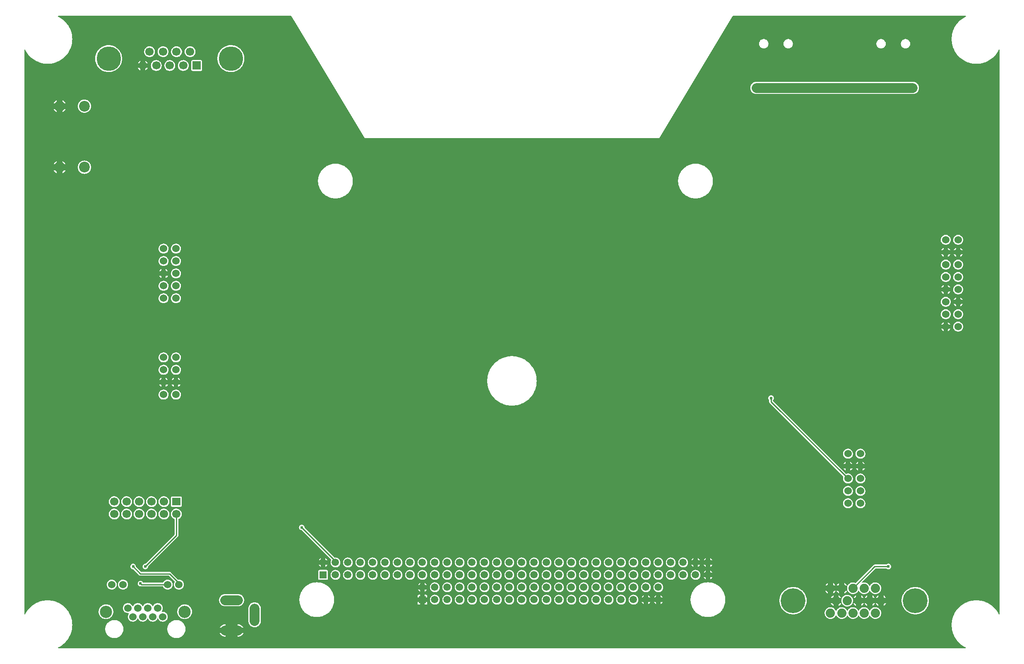
<source format=gbl>
G04 Layer: BottomLayer*
G04 EasyEDA v6.5.1, 2022-08-09 23:06:28*
G04 a67cddfb3fce44daa9051d46cbbcc19f,10*
G04 Gerber Generator version 0.2*
G04 Scale: 100 percent, Rotated: No, Reflected: No *
G04 Dimensions in millimeters *
G04 leading zeros omitted , absolute positions ,4 integer and 5 decimal *
%FSLAX45Y45*%
%MOMM*%

%ADD10C,0.2540*%
%ADD11C,0.2500*%
%ADD13C,2.0000*%
%ADD15C,0.6096*%
%ADD16C,0.6100*%
%ADD20C,1.5000*%
%ADD21C,1.5240*%
%ADD22C,2.5000*%
%ADD23C,1.8796*%
%ADD24C,5.0800*%
%ADD25C,1.7000*%
%ADD26C,5.0000*%
%ADD27R,1.7000X1.7000*%
%ADD28C,2.2000*%
%ADD29R,1.7000X1.6000*%

%LPD*%
G36*
X726033Y25908D02*
G01*
X722172Y26670D01*
X718921Y28803D01*
X716686Y32004D01*
X715873Y35864D01*
X716534Y39674D01*
X718616Y43027D01*
X721766Y45313D01*
X725373Y46939D01*
X752805Y61722D01*
X779272Y78130D01*
X804722Y96164D01*
X828954Y115722D01*
X851966Y136702D01*
X873607Y159105D01*
X893826Y182778D01*
X912571Y207670D01*
X929741Y233629D01*
X945286Y260654D01*
X959103Y288544D01*
X971194Y317246D01*
X981506Y346659D01*
X989990Y376631D01*
X996594Y407060D01*
X1001318Y437845D01*
X1004112Y468884D01*
X1004976Y499973D01*
X1004112Y531114D01*
X1001318Y562152D01*
X996594Y592937D01*
X989990Y623366D01*
X981506Y653338D01*
X971194Y682752D01*
X959103Y711454D01*
X945286Y739343D01*
X929741Y766368D01*
X912571Y792327D01*
X893826Y817219D01*
X873607Y840892D01*
X851966Y863295D01*
X828954Y884275D01*
X804722Y903833D01*
X779272Y921867D01*
X752805Y938276D01*
X725373Y953058D01*
X697128Y966063D01*
X668070Y977341D01*
X638403Y986790D01*
X608177Y994410D01*
X577596Y1000150D01*
X546658Y1003960D01*
X515569Y1005890D01*
X484428Y1005890D01*
X453339Y1003960D01*
X422452Y1000150D01*
X391820Y994410D01*
X361594Y986790D01*
X331927Y977341D01*
X302869Y966063D01*
X274624Y953058D01*
X247192Y938276D01*
X220725Y921867D01*
X195326Y903833D01*
X171043Y884275D01*
X148082Y863295D01*
X126390Y840892D01*
X106172Y817219D01*
X87426Y792327D01*
X70256Y766368D01*
X54711Y739343D01*
X45161Y720090D01*
X42316Y716584D01*
X38252Y714705D01*
X33731Y714705D01*
X29718Y716686D01*
X26924Y720191D01*
X25908Y724611D01*
X25908Y12275413D01*
X26924Y12279782D01*
X29718Y12283287D01*
X33731Y12285268D01*
X38252Y12285319D01*
X42316Y12283389D01*
X45161Y12279884D01*
X54711Y12260630D01*
X70256Y12233656D01*
X87426Y12207646D01*
X106172Y12182754D01*
X126390Y12159081D01*
X148082Y12136729D01*
X171043Y12115698D01*
X195326Y12096140D01*
X220725Y12078157D01*
X247192Y12061698D01*
X274624Y12046966D01*
X302869Y12033910D01*
X331927Y12022683D01*
X361594Y12013184D01*
X391820Y12005614D01*
X422452Y11999874D01*
X453339Y11996013D01*
X484428Y11994134D01*
X515569Y11994134D01*
X546658Y11996013D01*
X577596Y11999874D01*
X608177Y12005614D01*
X638403Y12013184D01*
X668070Y12022683D01*
X697128Y12033910D01*
X725373Y12046966D01*
X752805Y12061698D01*
X779272Y12078157D01*
X804722Y12096140D01*
X828954Y12115698D01*
X851966Y12136729D01*
X873607Y12159081D01*
X893826Y12182754D01*
X912571Y12207646D01*
X929741Y12233656D01*
X945286Y12260630D01*
X959103Y12288570D01*
X971194Y12317272D01*
X981506Y12346635D01*
X989990Y12376607D01*
X996594Y12407036D01*
X1001318Y12437821D01*
X1004112Y12468860D01*
X1004976Y12499949D01*
X1004112Y12531140D01*
X1001318Y12562179D01*
X996594Y12592964D01*
X989990Y12623393D01*
X981506Y12653365D01*
X971194Y12682728D01*
X959103Y12711430D01*
X945286Y12739370D01*
X929741Y12766344D01*
X912571Y12792354D01*
X893826Y12817246D01*
X873607Y12840919D01*
X851966Y12863271D01*
X828954Y12884302D01*
X804722Y12903860D01*
X779272Y12921843D01*
X752805Y12938302D01*
X725373Y12953034D01*
X719226Y12955879D01*
X716026Y12958165D01*
X713943Y12961518D01*
X713282Y12965328D01*
X714146Y12969189D01*
X716330Y12972389D01*
X719632Y12974523D01*
X723442Y12975285D01*
X5479592Y12974116D01*
X5482996Y12973507D01*
X5486044Y12971780D01*
X5488279Y12969138D01*
X6977430Y10487253D01*
X6982002Y10481564D01*
X6988606Y10476992D01*
X6994144Y10474909D01*
X7000646Y10474096D01*
X12999313Y10474096D01*
X13006578Y10475112D01*
X13013893Y10478363D01*
X13018515Y10482021D01*
X13022529Y10487202D01*
X14511731Y12969138D01*
X14513966Y12971780D01*
X14517014Y12973507D01*
X14520418Y12974116D01*
X19275552Y12975285D01*
X19279362Y12974523D01*
X19282664Y12972389D01*
X19284848Y12969189D01*
X19285712Y12965328D01*
X19285051Y12961518D01*
X19282968Y12958165D01*
X19279819Y12955879D01*
X19274485Y12953441D01*
X19247053Y12938658D01*
X19220586Y12922250D01*
X19195135Y12904216D01*
X19170904Y12884607D01*
X19147891Y12863576D01*
X19126250Y12841173D01*
X19106032Y12817500D01*
X19087287Y12792557D01*
X19070116Y12766548D01*
X19054572Y12739522D01*
X19040754Y12711633D01*
X19028664Y12682880D01*
X19018402Y12653467D01*
X19009918Y12623444D01*
X19003365Y12593015D01*
X18998641Y12562179D01*
X18995898Y12531140D01*
X18995034Y12500051D01*
X18995898Y12468860D01*
X18998641Y12437821D01*
X19003365Y12406985D01*
X19009918Y12376556D01*
X19018402Y12346533D01*
X19028664Y12317120D01*
X19040754Y12288367D01*
X19054572Y12260478D01*
X19070116Y12233452D01*
X19087287Y12207443D01*
X19106032Y12182500D01*
X19126250Y12158827D01*
X19147891Y12136424D01*
X19170904Y12115393D01*
X19195135Y12095784D01*
X19220586Y12077750D01*
X19247053Y12061342D01*
X19274485Y12046559D01*
X19302780Y12033504D01*
X19331838Y12022226D01*
X19361556Y12012777D01*
X19391782Y12005157D01*
X19422414Y11999417D01*
X19453301Y11995556D01*
X19484441Y11993626D01*
X19515582Y11993626D01*
X19546722Y11995556D01*
X19577608Y11999417D01*
X19608241Y12005157D01*
X19638467Y12012777D01*
X19668185Y12022226D01*
X19697242Y12033504D01*
X19725538Y12046559D01*
X19752970Y12061342D01*
X19779437Y12077750D01*
X19804888Y12095784D01*
X19829119Y12115393D01*
X19852132Y12136424D01*
X19873772Y12158827D01*
X19893991Y12182500D01*
X19912736Y12207443D01*
X19929906Y12233452D01*
X19945451Y12260478D01*
X19954849Y12279426D01*
X19957694Y12282932D01*
X19961758Y12284862D01*
X19966279Y12284811D01*
X19970292Y12282830D01*
X19973086Y12279325D01*
X19974102Y12274905D01*
X19974102Y725119D01*
X19973086Y720699D01*
X19970292Y717194D01*
X19966228Y715213D01*
X19961758Y715162D01*
X19957643Y717092D01*
X19954798Y720598D01*
X19945451Y739546D01*
X19929906Y766572D01*
X19912736Y792581D01*
X19893991Y817473D01*
X19873772Y841197D01*
X19852132Y863600D01*
X19829119Y884631D01*
X19804888Y904189D01*
X19779437Y922223D01*
X19752970Y938682D01*
X19725538Y953465D01*
X19697242Y966469D01*
X19668185Y977798D01*
X19638467Y987247D01*
X19608241Y994867D01*
X19577608Y1000607D01*
X19546722Y1004417D01*
X19515582Y1006348D01*
X19484441Y1006348D01*
X19453301Y1004417D01*
X19422414Y1000607D01*
X19391782Y994867D01*
X19361556Y987247D01*
X19331838Y977798D01*
X19302780Y966469D01*
X19274485Y953465D01*
X19247053Y938682D01*
X19220586Y922223D01*
X19195135Y904189D01*
X19170904Y884631D01*
X19147891Y863600D01*
X19126250Y841197D01*
X19106032Y817473D01*
X19087287Y792581D01*
X19070116Y766572D01*
X19054572Y739546D01*
X19040754Y711606D01*
X19028664Y682904D01*
X19018402Y653440D01*
X19009918Y623468D01*
X19003365Y592988D01*
X18998641Y562203D01*
X18995898Y531164D01*
X18995034Y500024D01*
X18995898Y468833D01*
X18998641Y437794D01*
X19003365Y407009D01*
X19009918Y376529D01*
X19018402Y346557D01*
X19028664Y317093D01*
X19040754Y288391D01*
X19054572Y260451D01*
X19070116Y233425D01*
X19087287Y207416D01*
X19106032Y182524D01*
X19126250Y158800D01*
X19147891Y136398D01*
X19170904Y115366D01*
X19195135Y95808D01*
X19220586Y77774D01*
X19247053Y61315D01*
X19274485Y46532D01*
X19277228Y45313D01*
X19280378Y43027D01*
X19282460Y39674D01*
X19283121Y35814D01*
X19282308Y32004D01*
X19280073Y28803D01*
X19276822Y26670D01*
X19272961Y25908D01*
G37*

%LPC*%
G36*
X15143480Y12309348D02*
G01*
X15156535Y12309348D01*
X15169540Y12311126D01*
X15182138Y12314631D01*
X15194127Y12319863D01*
X15205303Y12326670D01*
X15215463Y12334951D01*
X15224404Y12344501D01*
X15231922Y12355169D01*
X15237968Y12366802D01*
X15242336Y12379147D01*
X15244978Y12391948D01*
X15245892Y12405004D01*
X15244978Y12418060D01*
X15242336Y12430861D01*
X15237968Y12443206D01*
X15231922Y12454839D01*
X15224404Y12465507D01*
X15215463Y12475057D01*
X15205303Y12483338D01*
X15194127Y12490145D01*
X15182138Y12495377D01*
X15169540Y12498882D01*
X15156535Y12500660D01*
X15143480Y12500660D01*
X15130475Y12498882D01*
X15117876Y12495377D01*
X15105888Y12490145D01*
X15094712Y12483338D01*
X15084551Y12475057D01*
X15075611Y12465507D01*
X15068092Y12454839D01*
X15062047Y12443206D01*
X15057678Y12430861D01*
X15055037Y12418060D01*
X15054122Y12405004D01*
X15055037Y12391948D01*
X15057678Y12379147D01*
X15062047Y12366802D01*
X15068092Y12355169D01*
X15075611Y12344501D01*
X15084551Y12334951D01*
X15094712Y12326670D01*
X15105888Y12319863D01*
X15117876Y12314631D01*
X15130475Y12311126D01*
G37*
G36*
X1855571Y231343D02*
G01*
X1874418Y231343D01*
X1893163Y233273D01*
X1911604Y237032D01*
X1929536Y242671D01*
X1946859Y250139D01*
X1963318Y259283D01*
X1978761Y270002D01*
X1993087Y282295D01*
X2006041Y295910D01*
X2017572Y310845D01*
X2027529Y326796D01*
X2035810Y343712D01*
X2042363Y361391D01*
X2047087Y379577D01*
X2049932Y398221D01*
X2050897Y417017D01*
X2049932Y435813D01*
X2047087Y454456D01*
X2042363Y472643D01*
X2035810Y490321D01*
X2027529Y507238D01*
X2017572Y523189D01*
X2006041Y538124D01*
X1993087Y551738D01*
X1978761Y564032D01*
X1963318Y574751D01*
X1946859Y583895D01*
X1929536Y591362D01*
X1911604Y597001D01*
X1893163Y600760D01*
X1874418Y602691D01*
X1855571Y602691D01*
X1836826Y600760D01*
X1818386Y597001D01*
X1800453Y591362D01*
X1783130Y583895D01*
X1766671Y574751D01*
X1751228Y564032D01*
X1736902Y551738D01*
X1723948Y538124D01*
X1712417Y523189D01*
X1702460Y507238D01*
X1694180Y490321D01*
X1687626Y472643D01*
X1682902Y454456D01*
X1680057Y435813D01*
X1679092Y417017D01*
X1680057Y398221D01*
X1682902Y379577D01*
X1687626Y361391D01*
X1694180Y343712D01*
X1702460Y326796D01*
X1712417Y310845D01*
X1723948Y295910D01*
X1736902Y282295D01*
X1751228Y270002D01*
X1766671Y259283D01*
X1783130Y250139D01*
X1800453Y242671D01*
X1818386Y237032D01*
X1836826Y233273D01*
G37*
G36*
X4135272Y264109D02*
G01*
X4143654Y264109D01*
X4143654Y333654D01*
X4022547Y333654D01*
X4023512Y331520D01*
X4031386Y318516D01*
X4040733Y306527D01*
X4051503Y295757D01*
X4063492Y286410D01*
X4076496Y278536D01*
X4090365Y272288D01*
X4104843Y267766D01*
X4119829Y265023D01*
G37*
G36*
X4386326Y264109D02*
G01*
X4394657Y264109D01*
X4410151Y265023D01*
X4425137Y267766D01*
X4439615Y272288D01*
X4453483Y278536D01*
X4466488Y286410D01*
X4478477Y295757D01*
X4489196Y306527D01*
X4498594Y318516D01*
X4506468Y331520D01*
X4507433Y333654D01*
X4386326Y333654D01*
G37*
G36*
X4386326Y446379D02*
G01*
X4507433Y446379D01*
X4506468Y448513D01*
X4498594Y461518D01*
X4489196Y473506D01*
X4478477Y484225D01*
X4466488Y493623D01*
X4453483Y501497D01*
X4439615Y507695D01*
X4425137Y512216D01*
X4410151Y514959D01*
X4394657Y515924D01*
X4386326Y515924D01*
G37*
G36*
X4022547Y446379D02*
G01*
X4143654Y446379D01*
X4143654Y515924D01*
X4135272Y515924D01*
X4119829Y514959D01*
X4104843Y512216D01*
X4090365Y507695D01*
X4076496Y501497D01*
X4063492Y493623D01*
X4051503Y484225D01*
X4040733Y473506D01*
X4031386Y461518D01*
X4023512Y448513D01*
G37*
G36*
X4735017Y454151D02*
G01*
X4750206Y455066D01*
X4765141Y457809D01*
X4779670Y462330D01*
X4793538Y468528D01*
X4806543Y476402D01*
X4818481Y485800D01*
X4829251Y496519D01*
X4838598Y508508D01*
X4846472Y521512D01*
X4852720Y535381D01*
X4857242Y549910D01*
X4859985Y564845D01*
X4860899Y580339D01*
X4860899Y839724D01*
X4859985Y855218D01*
X4857242Y870153D01*
X4852720Y884682D01*
X4846472Y898499D01*
X4838598Y911555D01*
X4829251Y923493D01*
X4818481Y934262D01*
X4806543Y943610D01*
X4793538Y951484D01*
X4779670Y957732D01*
X4765141Y962253D01*
X4750206Y964996D01*
X4735017Y965911D01*
X4719828Y964996D01*
X4704892Y962253D01*
X4690364Y957732D01*
X4676495Y951484D01*
X4663490Y943610D01*
X4651552Y934262D01*
X4640783Y923493D01*
X4631385Y911555D01*
X4623562Y898499D01*
X4617313Y884682D01*
X4612792Y870153D01*
X4610049Y855218D01*
X4609084Y839724D01*
X4609084Y580339D01*
X4610049Y564845D01*
X4612792Y549910D01*
X4617313Y535381D01*
X4623562Y521512D01*
X4631385Y508508D01*
X4640783Y496519D01*
X4651552Y485800D01*
X4663490Y476402D01*
X4676495Y468528D01*
X4690364Y462330D01*
X4704892Y457809D01*
X4719828Y455066D01*
G37*
G36*
X2241600Y568960D02*
G01*
X2255215Y569417D01*
X2268677Y571703D01*
X2281682Y575716D01*
X2294077Y581456D01*
X2305558Y588822D01*
X2315972Y597611D01*
X2325116Y607720D01*
X2332837Y618998D01*
X2337968Y629107D01*
X2340305Y632155D01*
X2343607Y634085D01*
X2347366Y634695D01*
X2351125Y633831D01*
X2354275Y631698D01*
X2356408Y628497D01*
X2357882Y624941D01*
X2364841Y613206D01*
X2373274Y602538D01*
X2383078Y593039D01*
X2394051Y584962D01*
X2406040Y578408D01*
X2418740Y573481D01*
X2432050Y570331D01*
X2445613Y568960D01*
X2459228Y569417D01*
X2472690Y571703D01*
X2485694Y575716D01*
X2498090Y581456D01*
X2509570Y588822D01*
X2519984Y597611D01*
X2529128Y607720D01*
X2536850Y618998D01*
X2541981Y629107D01*
X2544318Y632155D01*
X2547620Y634085D01*
X2551379Y634695D01*
X2555087Y633831D01*
X2558237Y631698D01*
X2560370Y628497D01*
X2561894Y624941D01*
X2568854Y613206D01*
X2577287Y602538D01*
X2587091Y593039D01*
X2598064Y584962D01*
X2610053Y578408D01*
X2622753Y573481D01*
X2636012Y570331D01*
X2649575Y568960D01*
X2663240Y569417D01*
X2676652Y571703D01*
X2689707Y575716D01*
X2702052Y581456D01*
X2713583Y588822D01*
X2723997Y597611D01*
X2733141Y607720D01*
X2740863Y618998D01*
X2745943Y629107D01*
X2748330Y632155D01*
X2751582Y634085D01*
X2755392Y634695D01*
X2759100Y633831D01*
X2762250Y631698D01*
X2764383Y628497D01*
X2765907Y624941D01*
X2772867Y613206D01*
X2781300Y602538D01*
X2791104Y593039D01*
X2802077Y584962D01*
X2814015Y578408D01*
X2826766Y573481D01*
X2840024Y570331D01*
X2853588Y568960D01*
X2867202Y569417D01*
X2880664Y571703D01*
X2893720Y575716D01*
X2906064Y581456D01*
X2917545Y588822D01*
X2927959Y597611D01*
X2937103Y607720D01*
X2944825Y618998D01*
X2950972Y631139D01*
X2955442Y644042D01*
X2958185Y657402D01*
X2959100Y671017D01*
X2958185Y684631D01*
X2955442Y697992D01*
X2950972Y710844D01*
X2944825Y723036D01*
X2937103Y734263D01*
X2927959Y744372D01*
X2917545Y753211D01*
X2906064Y760526D01*
X2893720Y766267D01*
X2880664Y770331D01*
X2867202Y772566D01*
X2853588Y773023D01*
X2846171Y772261D01*
X2842361Y772617D01*
X2838958Y774344D01*
X2836418Y777240D01*
X2835097Y780796D01*
X2835249Y784656D01*
X2836773Y788162D01*
X2842818Y797001D01*
X2849016Y809142D01*
X2853486Y822045D01*
X2856179Y835406D01*
X2857093Y849020D01*
X2856179Y862634D01*
X2853486Y875995D01*
X2849016Y888847D01*
X2842818Y901039D01*
X2835148Y912266D01*
X2825953Y922375D01*
X2815539Y931214D01*
X2804058Y938530D01*
X2791714Y944270D01*
X2778658Y948334D01*
X2765247Y950569D01*
X2751582Y951026D01*
X2738018Y949655D01*
X2724759Y946505D01*
X2712059Y941628D01*
X2700070Y935075D01*
X2689098Y926947D01*
X2679293Y917498D01*
X2670860Y906780D01*
X2663901Y895045D01*
X2662377Y891489D01*
X2660243Y888339D01*
X2657094Y886155D01*
X2653385Y885291D01*
X2649575Y885901D01*
X2646324Y887831D01*
X2643987Y890879D01*
X2638856Y901039D01*
X2631135Y912266D01*
X2621991Y922375D01*
X2611577Y931214D01*
X2600045Y938530D01*
X2587701Y944270D01*
X2574696Y948334D01*
X2561234Y950569D01*
X2547620Y951026D01*
X2534005Y949655D01*
X2520746Y946505D01*
X2508046Y941628D01*
X2496058Y935075D01*
X2485085Y926947D01*
X2475280Y917498D01*
X2466848Y906780D01*
X2459888Y895045D01*
X2458415Y891489D01*
X2456281Y888339D01*
X2453132Y886155D01*
X2449372Y885291D01*
X2445613Y885901D01*
X2442311Y887831D01*
X2439974Y890879D01*
X2434844Y901039D01*
X2427122Y912266D01*
X2417978Y922375D01*
X2407564Y931214D01*
X2396083Y938530D01*
X2383688Y944270D01*
X2370683Y948334D01*
X2357221Y950569D01*
X2343607Y951026D01*
X2330043Y949655D01*
X2316784Y946505D01*
X2304034Y941628D01*
X2292096Y935075D01*
X2281123Y926947D01*
X2271318Y917498D01*
X2262835Y906780D01*
X2255875Y895045D01*
X2254402Y891489D01*
X2252268Y888339D01*
X2249119Y886155D01*
X2245360Y885291D01*
X2241600Y885901D01*
X2238298Y887831D01*
X2235962Y890879D01*
X2230831Y901039D01*
X2223109Y912266D01*
X2213965Y922375D01*
X2203551Y931214D01*
X2192070Y938530D01*
X2179675Y944270D01*
X2166670Y948334D01*
X2153208Y950569D01*
X2139594Y951026D01*
X2126030Y949655D01*
X2112772Y946505D01*
X2100021Y941628D01*
X2088083Y935075D01*
X2077110Y926947D01*
X2067306Y917498D01*
X2058822Y906780D01*
X2051913Y895045D01*
X2046579Y882497D01*
X2042972Y869340D01*
X2041143Y855827D01*
X2041143Y842162D01*
X2042972Y828649D01*
X2046579Y815543D01*
X2051913Y802944D01*
X2058822Y791210D01*
X2067306Y780542D01*
X2077110Y771042D01*
X2088083Y762965D01*
X2100021Y756412D01*
X2112772Y751484D01*
X2126030Y748334D01*
X2139594Y746963D01*
X2154326Y747522D01*
X2158085Y746963D01*
X2161387Y744982D01*
X2163724Y741984D01*
X2164791Y738276D01*
X2164435Y734466D01*
X2162657Y731062D01*
X2160828Y728776D01*
X2153869Y717042D01*
X2148586Y704494D01*
X2144979Y691337D01*
X2143150Y677824D01*
X2143150Y664210D01*
X2144979Y650646D01*
X2148586Y637540D01*
X2153869Y624941D01*
X2160828Y613206D01*
X2169312Y602538D01*
X2179116Y593039D01*
X2190089Y584962D01*
X2202027Y578408D01*
X2214778Y573481D01*
X2228037Y570331D01*
G37*
G36*
X17543475Y12309348D02*
G01*
X17556530Y12309348D01*
X17569535Y12311126D01*
X17582134Y12314631D01*
X17594122Y12319863D01*
X17605298Y12326670D01*
X17615458Y12334951D01*
X17624399Y12344501D01*
X17631918Y12355169D01*
X17637963Y12366802D01*
X17642332Y12379147D01*
X17644973Y12391948D01*
X17645888Y12405004D01*
X17644973Y12418060D01*
X17642332Y12430861D01*
X17637963Y12443206D01*
X17631918Y12454839D01*
X17624399Y12465507D01*
X17615458Y12475057D01*
X17605298Y12483338D01*
X17594122Y12490145D01*
X17582134Y12495377D01*
X17569535Y12498882D01*
X17556530Y12500660D01*
X17543475Y12500660D01*
X17530470Y12498882D01*
X17517872Y12495377D01*
X17505883Y12490145D01*
X17494707Y12483338D01*
X17484547Y12475057D01*
X17475606Y12465507D01*
X17468088Y12454839D01*
X17462042Y12443206D01*
X17457674Y12430861D01*
X17455032Y12418060D01*
X17454118Y12405004D01*
X17455032Y12391948D01*
X17457674Y12379147D01*
X17462042Y12366802D01*
X17468088Y12355169D01*
X17475606Y12344501D01*
X17484547Y12334951D01*
X17494707Y12326670D01*
X17505883Y12319863D01*
X17517872Y12314631D01*
X17530470Y12311126D01*
G37*
G36*
X18043448Y12309348D02*
G01*
X18056555Y12309348D01*
X18069509Y12311126D01*
X18082107Y12314631D01*
X18094096Y12319863D01*
X18105323Y12326670D01*
X18115432Y12334951D01*
X18124373Y12344501D01*
X18131942Y12355169D01*
X18137936Y12366802D01*
X18142356Y12379147D01*
X18144998Y12391948D01*
X18145912Y12405004D01*
X18144998Y12418060D01*
X18142356Y12430861D01*
X18137936Y12443206D01*
X18131942Y12454839D01*
X18124373Y12465507D01*
X18115432Y12475057D01*
X18105323Y12483338D01*
X18094096Y12490145D01*
X18082107Y12495377D01*
X18069509Y12498882D01*
X18056555Y12500660D01*
X18043448Y12500660D01*
X18030494Y12498882D01*
X18017896Y12495377D01*
X18005907Y12490145D01*
X17994680Y12483338D01*
X17984571Y12475057D01*
X17975630Y12465507D01*
X17968061Y12454839D01*
X17962067Y12443206D01*
X17957647Y12430861D01*
X17955006Y12418060D01*
X17954091Y12405004D01*
X17955006Y12391948D01*
X17957647Y12379147D01*
X17962067Y12366802D01*
X17968061Y12355169D01*
X17975630Y12344501D01*
X17984571Y12334951D01*
X17994680Y12326670D01*
X18005907Y12319863D01*
X18017896Y12314631D01*
X18030494Y12311126D01*
G37*
G36*
X15643453Y12309348D02*
G01*
X15656560Y12309348D01*
X15669513Y12311126D01*
X15682112Y12314631D01*
X15694101Y12319863D01*
X15705328Y12326670D01*
X15715437Y12334951D01*
X15724378Y12344501D01*
X15731947Y12355169D01*
X15737941Y12366802D01*
X15742361Y12379147D01*
X15745002Y12391948D01*
X15745917Y12405004D01*
X15745002Y12418060D01*
X15742361Y12430861D01*
X15737941Y12443206D01*
X15731947Y12454839D01*
X15724378Y12465507D01*
X15715437Y12475057D01*
X15705328Y12483338D01*
X15694101Y12490145D01*
X15682112Y12495377D01*
X15669513Y12498882D01*
X15656560Y12500660D01*
X15643453Y12500660D01*
X15630499Y12498882D01*
X15617901Y12495377D01*
X15605912Y12490145D01*
X15594685Y12483338D01*
X15584576Y12475057D01*
X15575635Y12465507D01*
X15568066Y12454839D01*
X15562072Y12443206D01*
X15557652Y12430861D01*
X15555010Y12418060D01*
X15554096Y12405004D01*
X15555010Y12391948D01*
X15557652Y12379147D01*
X15562072Y12366802D01*
X15568066Y12355169D01*
X15575635Y12344501D01*
X15584576Y12334951D01*
X15594685Y12326670D01*
X15605912Y12319863D01*
X15617901Y12314631D01*
X15630499Y12311126D01*
G37*
G36*
X1694992Y622096D02*
G01*
X1711909Y623062D01*
X1728571Y625906D01*
X1744827Y630580D01*
X1760474Y637032D01*
X1775307Y645261D01*
X1789074Y655015D01*
X1801723Y666292D01*
X1813001Y678942D01*
X1822754Y692708D01*
X1830933Y707542D01*
X1837436Y723188D01*
X1842109Y739444D01*
X1844954Y756107D01*
X1845919Y773023D01*
X1844954Y789889D01*
X1842109Y806602D01*
X1837436Y822858D01*
X1830933Y838453D01*
X1822754Y853287D01*
X1813001Y867105D01*
X1801723Y879703D01*
X1789074Y890981D01*
X1775307Y900785D01*
X1760474Y908964D01*
X1744827Y915416D01*
X1728571Y920089D01*
X1711909Y922934D01*
X1694992Y923899D01*
X1678127Y922934D01*
X1661414Y920089D01*
X1645157Y915416D01*
X1629562Y908964D01*
X1614728Y900785D01*
X1600911Y890981D01*
X1588312Y879703D01*
X1577035Y867105D01*
X1567230Y853287D01*
X1559052Y838453D01*
X1552600Y822858D01*
X1547876Y806602D01*
X1545082Y789889D01*
X1544116Y773023D01*
X1545082Y756107D01*
X1547876Y739444D01*
X1552600Y723188D01*
X1559052Y707542D01*
X1567230Y692708D01*
X1577035Y678942D01*
X1588312Y666292D01*
X1600911Y655015D01*
X1614728Y645261D01*
X1629562Y637032D01*
X1645157Y630580D01*
X1661414Y625906D01*
X1678127Y623062D01*
G37*
G36*
X3304997Y622096D02*
G01*
X3321913Y623062D01*
X3338576Y625906D01*
X3354832Y630580D01*
X3370478Y637032D01*
X3385312Y645261D01*
X3399078Y655015D01*
X3411728Y666292D01*
X3422954Y678942D01*
X3432759Y692708D01*
X3440937Y707542D01*
X3447440Y723188D01*
X3452114Y739444D01*
X3454958Y756107D01*
X3455924Y773023D01*
X3454958Y789889D01*
X3452114Y806602D01*
X3447440Y822858D01*
X3440937Y838453D01*
X3432759Y853287D01*
X3422954Y867105D01*
X3411728Y879703D01*
X3399078Y890981D01*
X3385312Y900785D01*
X3370478Y908964D01*
X3354832Y915416D01*
X3338576Y920089D01*
X3321913Y922934D01*
X3304997Y923899D01*
X3288131Y922934D01*
X3271418Y920089D01*
X3255162Y915416D01*
X3239516Y908964D01*
X3224733Y900785D01*
X3210915Y890981D01*
X3198317Y879703D01*
X3187039Y867105D01*
X3177235Y853287D01*
X3169056Y838453D01*
X3162604Y822858D01*
X3157880Y806602D01*
X3155086Y789889D01*
X3154121Y773023D01*
X3155086Y756107D01*
X3157880Y739444D01*
X3162604Y723188D01*
X3169056Y707542D01*
X3177235Y692708D01*
X3187039Y678942D01*
X3198317Y666292D01*
X3210915Y655015D01*
X3224733Y645261D01*
X3239516Y637032D01*
X3255162Y630580D01*
X3271418Y625906D01*
X3288131Y623062D01*
G37*
G36*
X16518534Y626211D02*
G01*
X16533266Y627532D01*
X16547642Y630732D01*
X16561562Y635609D01*
X16574769Y642213D01*
X16587114Y650341D01*
X16598290Y659942D01*
X16608247Y670864D01*
X16616781Y682904D01*
X16621404Y691540D01*
X16624350Y694944D01*
X16628465Y696722D01*
X16632936Y696569D01*
X16636898Y694537D01*
X16639590Y690981D01*
X16640403Y689305D01*
X16648176Y676757D01*
X16657421Y665226D01*
X16667988Y654964D01*
X16679773Y646074D01*
X16692575Y638708D01*
X16706138Y632968D01*
X16720362Y628904D01*
X16734942Y626618D01*
X16749674Y626211D01*
X16764406Y627532D01*
X16778782Y630732D01*
X16792702Y635609D01*
X16805910Y642213D01*
X16818254Y650341D01*
X16829430Y659942D01*
X16839387Y670864D01*
X16847921Y682904D01*
X16851223Y689051D01*
X16853966Y692251D01*
X16857726Y694131D01*
X16861993Y694232D01*
X16865904Y692658D01*
X16868800Y689610D01*
X16876776Y676757D01*
X16886021Y665226D01*
X16896588Y654964D01*
X16908373Y646074D01*
X16921175Y638708D01*
X16934738Y632968D01*
X16948962Y628904D01*
X16963542Y626618D01*
X16978274Y626211D01*
X16993006Y627532D01*
X17007382Y630732D01*
X17021302Y635609D01*
X17034510Y642213D01*
X17046854Y650341D01*
X17058030Y659942D01*
X17067987Y670864D01*
X17076521Y682904D01*
X17079823Y689051D01*
X17082566Y692251D01*
X17086326Y694131D01*
X17090593Y694232D01*
X17094504Y692658D01*
X17097400Y689610D01*
X17105376Y676757D01*
X17114621Y665226D01*
X17125188Y654964D01*
X17136973Y646074D01*
X17149775Y638708D01*
X17163338Y632968D01*
X17177562Y628904D01*
X17192142Y626618D01*
X17206874Y626211D01*
X17221606Y627532D01*
X17235982Y630732D01*
X17249902Y635609D01*
X17263110Y642213D01*
X17275454Y650341D01*
X17286630Y659942D01*
X17296587Y670864D01*
X17305121Y682904D01*
X17308423Y689051D01*
X17311166Y692251D01*
X17314926Y694131D01*
X17319193Y694232D01*
X17323104Y692658D01*
X17326000Y689610D01*
X17333976Y676757D01*
X17343221Y665226D01*
X17353788Y654964D01*
X17365573Y646074D01*
X17378375Y638708D01*
X17391938Y632968D01*
X17406162Y628904D01*
X17420742Y626618D01*
X17435474Y626211D01*
X17450206Y627532D01*
X17464582Y630732D01*
X17478502Y635609D01*
X17491710Y642213D01*
X17504054Y650341D01*
X17515230Y659942D01*
X17525187Y670864D01*
X17533721Y682904D01*
X17540681Y695909D01*
X17546015Y709676D01*
X17549622Y723950D01*
X17551450Y738632D01*
X17551450Y753364D01*
X17549622Y768045D01*
X17546015Y782320D01*
X17540681Y796086D01*
X17533721Y809091D01*
X17525187Y821131D01*
X17515230Y832053D01*
X17504054Y841654D01*
X17491710Y849833D01*
X17478502Y856386D01*
X17464582Y861314D01*
X17450206Y864463D01*
X17435474Y865835D01*
X17420742Y865378D01*
X17406162Y863092D01*
X17391938Y859078D01*
X17378375Y853287D01*
X17365573Y845921D01*
X17353788Y837031D01*
X17343221Y826769D01*
X17333976Y815238D01*
X17326000Y802386D01*
X17323104Y799338D01*
X17319193Y797763D01*
X17314926Y797864D01*
X17311166Y799744D01*
X17308423Y802944D01*
X17305121Y809091D01*
X17296587Y821131D01*
X17286630Y832053D01*
X17275454Y841654D01*
X17263110Y849833D01*
X17249902Y856386D01*
X17235982Y861314D01*
X17221606Y864463D01*
X17206874Y865835D01*
X17192142Y865378D01*
X17177562Y863092D01*
X17163338Y859078D01*
X17149775Y853287D01*
X17136973Y845921D01*
X17125188Y837031D01*
X17114621Y826769D01*
X17105376Y815238D01*
X17097400Y802386D01*
X17094504Y799338D01*
X17090593Y797763D01*
X17086326Y797864D01*
X17082566Y799744D01*
X17079823Y802944D01*
X17076521Y809091D01*
X17067987Y821131D01*
X17058030Y832053D01*
X17046854Y841654D01*
X17034510Y849833D01*
X17021302Y856386D01*
X17007382Y861314D01*
X16993006Y864463D01*
X16978274Y865835D01*
X16963542Y865378D01*
X16948962Y863092D01*
X16934738Y859078D01*
X16921175Y853287D01*
X16908373Y845921D01*
X16896588Y837031D01*
X16886021Y826769D01*
X16876776Y815238D01*
X16868800Y802386D01*
X16865904Y799338D01*
X16861993Y797763D01*
X16857726Y797864D01*
X16853966Y799744D01*
X16851223Y802944D01*
X16847921Y809091D01*
X16839387Y821131D01*
X16829430Y832053D01*
X16818254Y841654D01*
X16805910Y849833D01*
X16792702Y856386D01*
X16778782Y861314D01*
X16764406Y864463D01*
X16749674Y865835D01*
X16734942Y865378D01*
X16720362Y863092D01*
X16706138Y859078D01*
X16692575Y853287D01*
X16679773Y845921D01*
X16667988Y837031D01*
X16657421Y826769D01*
X16648176Y815238D01*
X16640403Y802690D01*
X16639590Y801014D01*
X16636898Y797458D01*
X16632936Y795426D01*
X16628465Y795274D01*
X16624350Y797052D01*
X16621404Y800455D01*
X16616781Y809091D01*
X16608247Y821131D01*
X16598290Y832053D01*
X16587114Y841654D01*
X16574769Y849833D01*
X16561562Y856386D01*
X16547642Y861314D01*
X16533266Y864463D01*
X16518534Y865835D01*
X16503802Y865378D01*
X16489222Y863092D01*
X16474998Y859078D01*
X16461435Y853287D01*
X16448633Y845921D01*
X16436848Y837031D01*
X16426281Y826769D01*
X16417036Y815238D01*
X16409263Y802690D01*
X16403066Y789279D01*
X16398595Y775258D01*
X16395903Y760730D01*
X16394988Y745998D01*
X16395903Y731266D01*
X16398595Y716788D01*
X16403066Y702716D01*
X16409263Y689305D01*
X16417036Y676757D01*
X16426281Y665226D01*
X16436848Y654964D01*
X16448633Y646074D01*
X16461435Y638708D01*
X16474998Y632968D01*
X16489222Y628904D01*
X16503802Y626618D01*
G37*
G36*
X3410458Y12131192D02*
G01*
X3424631Y12131649D01*
X3438702Y12133884D01*
X3452317Y12137948D01*
X3465322Y12143689D01*
X3477463Y12151055D01*
X3488537Y12159894D01*
X3498443Y12170105D01*
X3506927Y12181484D01*
X3513937Y12193879D01*
X3519271Y12207036D01*
X3522827Y12220803D01*
X3524656Y12234875D01*
X3524656Y12249099D01*
X3522827Y12263221D01*
X3519271Y12276937D01*
X3513937Y12290094D01*
X3506927Y12302490D01*
X3498443Y12313869D01*
X3488537Y12324080D01*
X3477463Y12332970D01*
X3465322Y12340336D01*
X3452317Y12346076D01*
X3438702Y12350089D01*
X3424631Y12352375D01*
X3410458Y12352832D01*
X3396335Y12351461D01*
X3382467Y12348311D01*
X3369106Y12343384D01*
X3356508Y12336830D01*
X3344875Y12328702D01*
X3334359Y12319152D01*
X3325164Y12308332D01*
X3317392Y12296394D01*
X3311245Y12283592D01*
X3306724Y12270130D01*
X3304032Y12256160D01*
X3303117Y12241987D01*
X3304032Y12227814D01*
X3306724Y12213894D01*
X3311245Y12200382D01*
X3317392Y12187580D01*
X3325164Y12175693D01*
X3334359Y12164872D01*
X3344875Y12155322D01*
X3356508Y12147194D01*
X3369106Y12140590D01*
X3382467Y12135713D01*
X3396335Y12132513D01*
G37*
G36*
X2582468Y12131192D02*
G01*
X2596692Y12131649D01*
X2610713Y12133884D01*
X2624328Y12137948D01*
X2637332Y12143689D01*
X2649474Y12151055D01*
X2660548Y12159894D01*
X2670454Y12170105D01*
X2678938Y12181484D01*
X2685948Y12193879D01*
X2691282Y12207036D01*
X2694838Y12220803D01*
X2696667Y12234875D01*
X2696667Y12249099D01*
X2694838Y12263221D01*
X2691282Y12276937D01*
X2685948Y12290094D01*
X2678938Y12302490D01*
X2670454Y12313869D01*
X2660548Y12324080D01*
X2649474Y12332970D01*
X2637332Y12340336D01*
X2624328Y12346076D01*
X2610713Y12350089D01*
X2596692Y12352375D01*
X2582468Y12352832D01*
X2568346Y12351461D01*
X2554478Y12348311D01*
X2541117Y12343384D01*
X2528519Y12336830D01*
X2516886Y12328702D01*
X2506370Y12319152D01*
X2497175Y12308332D01*
X2489403Y12296394D01*
X2483256Y12283592D01*
X2478735Y12270130D01*
X2476042Y12256160D01*
X2475128Y12241987D01*
X2476042Y12227814D01*
X2478735Y12213894D01*
X2483256Y12200382D01*
X2489403Y12187580D01*
X2497175Y12175693D01*
X2506370Y12164872D01*
X2516886Y12155322D01*
X2528519Y12147194D01*
X2541117Y12140590D01*
X2554478Y12135713D01*
X2568346Y12132513D01*
G37*
G36*
X2858465Y12131192D02*
G01*
X2872638Y12131649D01*
X2886710Y12133884D01*
X2900324Y12137948D01*
X2913329Y12143689D01*
X2925470Y12151055D01*
X2936544Y12159894D01*
X2946450Y12170105D01*
X2954934Y12181484D01*
X2961944Y12193879D01*
X2967278Y12207036D01*
X2970834Y12220803D01*
X2972663Y12234875D01*
X2972663Y12249099D01*
X2970834Y12263221D01*
X2967278Y12276937D01*
X2961944Y12290094D01*
X2954934Y12302490D01*
X2946450Y12313869D01*
X2936544Y12324080D01*
X2925470Y12332970D01*
X2913329Y12340336D01*
X2900324Y12346076D01*
X2886710Y12350089D01*
X2872638Y12352375D01*
X2858465Y12352832D01*
X2844342Y12351461D01*
X2830474Y12348311D01*
X2817114Y12343384D01*
X2804515Y12336830D01*
X2792882Y12328702D01*
X2782366Y12319152D01*
X2773172Y12308332D01*
X2765399Y12296394D01*
X2759252Y12283592D01*
X2754731Y12270130D01*
X2752039Y12256160D01*
X2751124Y12241987D01*
X2752039Y12227814D01*
X2754731Y12213894D01*
X2759252Y12200382D01*
X2765399Y12187580D01*
X2773172Y12175693D01*
X2782366Y12164872D01*
X2792882Y12155322D01*
X2804515Y12147194D01*
X2817114Y12140590D01*
X2830474Y12135713D01*
X2844342Y12132513D01*
G37*
G36*
X3134461Y12131192D02*
G01*
X3148634Y12131649D01*
X3162706Y12133884D01*
X3176320Y12137948D01*
X3189325Y12143689D01*
X3201466Y12151055D01*
X3212541Y12159894D01*
X3222447Y12170105D01*
X3230930Y12181484D01*
X3237941Y12193879D01*
X3243275Y12207036D01*
X3246831Y12220803D01*
X3248660Y12234875D01*
X3248660Y12249099D01*
X3246831Y12263221D01*
X3243275Y12276937D01*
X3237941Y12290094D01*
X3230930Y12302490D01*
X3222447Y12313869D01*
X3212541Y12324080D01*
X3201466Y12332970D01*
X3189325Y12340336D01*
X3176320Y12346076D01*
X3162706Y12350089D01*
X3148634Y12352375D01*
X3134461Y12352832D01*
X3120339Y12351461D01*
X3106470Y12348311D01*
X3093110Y12343384D01*
X3080512Y12336830D01*
X3068878Y12328702D01*
X3058363Y12319152D01*
X3049168Y12308332D01*
X3041396Y12296394D01*
X3035249Y12283592D01*
X3030728Y12270130D01*
X3028035Y12256160D01*
X3027121Y12241987D01*
X3028035Y12227814D01*
X3030728Y12213894D01*
X3035249Y12200382D01*
X3041396Y12187580D01*
X3049168Y12175693D01*
X3058363Y12164872D01*
X3068878Y12155322D01*
X3080512Y12147194D01*
X3093110Y12140590D01*
X3106470Y12135713D01*
X3120339Y12132513D01*
G37*
G36*
X14009065Y664565D02*
G01*
X14035074Y665429D01*
X14060881Y668223D01*
X14086433Y672846D01*
X14111579Y679399D01*
X14136217Y687730D01*
X14160144Y697839D01*
X14183258Y709676D01*
X14205457Y723138D01*
X14226590Y738225D01*
X14246606Y754837D01*
X14265300Y772820D01*
X14282674Y792124D01*
X14298574Y812698D01*
X14312900Y834339D01*
X14325650Y856996D01*
X14336674Y880465D01*
X14345970Y904748D01*
X14353489Y929589D01*
X14359128Y954938D01*
X14362938Y980643D01*
X14364817Y1006551D01*
X14364817Y1032560D01*
X14362938Y1058468D01*
X14359128Y1084122D01*
X14353489Y1109472D01*
X14345970Y1134364D01*
X14336674Y1158646D01*
X14325650Y1182116D01*
X14312900Y1204772D01*
X14298574Y1226413D01*
X14282674Y1246987D01*
X14265300Y1266291D01*
X14246606Y1284274D01*
X14226590Y1300886D01*
X14205457Y1315974D01*
X14183258Y1329436D01*
X14160144Y1341272D01*
X14136217Y1351381D01*
X14111579Y1359712D01*
X14086433Y1366266D01*
X14060881Y1370888D01*
X14035074Y1373682D01*
X14009166Y1374546D01*
X13983157Y1373682D01*
X13957350Y1370888D01*
X13931798Y1366266D01*
X13906652Y1359712D01*
X13882014Y1351381D01*
X13858087Y1341272D01*
X13834973Y1329436D01*
X13812774Y1315974D01*
X13791641Y1300886D01*
X13771626Y1284274D01*
X13752931Y1266291D01*
X13735557Y1246987D01*
X13719657Y1226413D01*
X13705332Y1204772D01*
X13692581Y1182116D01*
X13681557Y1158646D01*
X13672261Y1134364D01*
X13664742Y1109472D01*
X13659104Y1084122D01*
X13655294Y1058468D01*
X13653414Y1032560D01*
X13653414Y1006551D01*
X13655294Y980643D01*
X13659104Y954938D01*
X13664742Y929589D01*
X13672261Y904748D01*
X13681557Y880465D01*
X13692581Y856996D01*
X13705332Y834339D01*
X13719657Y812698D01*
X13735557Y792124D01*
X13752931Y772820D01*
X13771626Y754837D01*
X13791641Y738225D01*
X13812774Y723138D01*
X13834973Y709676D01*
X13858087Y697839D01*
X13882014Y687730D01*
X13906652Y679399D01*
X13931798Y672846D01*
X13957350Y668223D01*
X13983157Y665429D01*
G37*
G36*
X6008065Y664565D02*
G01*
X6034074Y665429D01*
X6059881Y668223D01*
X6085433Y672846D01*
X6110579Y679399D01*
X6135217Y687730D01*
X6159144Y697839D01*
X6182258Y709676D01*
X6204458Y723138D01*
X6225590Y738225D01*
X6245606Y754837D01*
X6264300Y772820D01*
X6281674Y792124D01*
X6297574Y812698D01*
X6311900Y834339D01*
X6324650Y856996D01*
X6335674Y880465D01*
X6344970Y904748D01*
X6352489Y929589D01*
X6358128Y954938D01*
X6361938Y980643D01*
X6363817Y1006551D01*
X6363817Y1032560D01*
X6361938Y1058468D01*
X6358128Y1084122D01*
X6352489Y1109472D01*
X6344970Y1134364D01*
X6335674Y1158646D01*
X6324650Y1182116D01*
X6311900Y1204772D01*
X6297574Y1226413D01*
X6281674Y1246987D01*
X6264300Y1266291D01*
X6245606Y1284274D01*
X6225590Y1300886D01*
X6204458Y1315974D01*
X6182258Y1329436D01*
X6159144Y1341272D01*
X6135217Y1351381D01*
X6110579Y1359712D01*
X6085433Y1366266D01*
X6059881Y1370888D01*
X6034074Y1373682D01*
X6008166Y1374546D01*
X5982157Y1373682D01*
X5956350Y1370888D01*
X5930798Y1366266D01*
X5905652Y1359712D01*
X5881014Y1351381D01*
X5857087Y1341272D01*
X5833973Y1329436D01*
X5811774Y1315974D01*
X5790641Y1300886D01*
X5770626Y1284274D01*
X5751931Y1266291D01*
X5734558Y1246987D01*
X5718657Y1226413D01*
X5704332Y1204772D01*
X5691581Y1182116D01*
X5680557Y1158646D01*
X5671261Y1134364D01*
X5663742Y1109472D01*
X5658104Y1084122D01*
X5654294Y1058468D01*
X5652414Y1032560D01*
X5652414Y1006551D01*
X5654294Y980643D01*
X5658104Y954938D01*
X5663742Y929589D01*
X5671261Y904748D01*
X5680557Y880465D01*
X5691581Y856996D01*
X5704332Y834339D01*
X5718657Y812698D01*
X5734558Y792124D01*
X5751931Y772820D01*
X5770626Y754837D01*
X5790641Y738225D01*
X5811774Y723138D01*
X5833973Y709676D01*
X5857087Y697839D01*
X5881014Y687730D01*
X5905652Y679399D01*
X5930798Y672846D01*
X5956350Y668223D01*
X5982157Y665429D01*
G37*
G36*
X2496870Y12006834D02*
G01*
X2547518Y12006834D01*
X2540965Y12018518D01*
X2532430Y12029897D01*
X2522575Y12040108D01*
X2511450Y12048947D01*
X2499309Y12056313D01*
X2496870Y12057380D01*
G37*
G36*
X2348738Y12006834D02*
G01*
X2399182Y12006834D01*
X2399182Y12057329D01*
X2390546Y12052808D01*
X2378862Y12044680D01*
X2368346Y12035129D01*
X2359152Y12024309D01*
X2351379Y12012422D01*
G37*
G36*
X15750336Y720090D02*
G01*
X15773450Y721055D01*
X15796412Y723900D01*
X15819018Y728675D01*
X15841218Y735279D01*
X15862757Y743661D01*
X15883534Y753821D01*
X15903397Y765657D01*
X15922244Y779119D01*
X15939871Y794054D01*
X15956229Y810412D01*
X15971215Y828090D01*
X15984626Y846886D01*
X15996462Y866800D01*
X16006622Y887577D01*
X16015055Y909116D01*
X16021659Y931265D01*
X16026384Y953922D01*
X16029279Y976884D01*
X16030194Y999998D01*
X16029279Y1023112D01*
X16026384Y1046073D01*
X16021659Y1068730D01*
X16015055Y1090879D01*
X16006622Y1112418D01*
X15996462Y1133195D01*
X15984626Y1153109D01*
X15971215Y1171905D01*
X15956229Y1189583D01*
X15939871Y1205941D01*
X15922244Y1220876D01*
X15903397Y1234338D01*
X15883534Y1246174D01*
X15862757Y1256334D01*
X15841218Y1264716D01*
X15819018Y1271320D01*
X15796412Y1276096D01*
X15773450Y1278940D01*
X15750336Y1279906D01*
X15727222Y1278940D01*
X15704261Y1276096D01*
X15681604Y1271320D01*
X15659455Y1264716D01*
X15637865Y1256334D01*
X15617088Y1246174D01*
X15597225Y1234338D01*
X15578378Y1220876D01*
X15560751Y1205941D01*
X15544393Y1189583D01*
X15529458Y1171905D01*
X15515996Y1153109D01*
X15504160Y1133195D01*
X15494000Y1112418D01*
X15485567Y1090879D01*
X15478963Y1068730D01*
X15474238Y1046073D01*
X15471394Y1023112D01*
X15470428Y999998D01*
X15471394Y976884D01*
X15474238Y953922D01*
X15478963Y931265D01*
X15485567Y909116D01*
X15494000Y887577D01*
X15504160Y866800D01*
X15515996Y846886D01*
X15529458Y828090D01*
X15544393Y810412D01*
X15560751Y794054D01*
X15578378Y779119D01*
X15597225Y765657D01*
X15617088Y753821D01*
X15637865Y743661D01*
X15659455Y735279D01*
X15681604Y728675D01*
X15704261Y723900D01*
X15727222Y721055D01*
G37*
G36*
X18249696Y720090D02*
G01*
X18272810Y721055D01*
X18295772Y723900D01*
X18318378Y728675D01*
X18340578Y735279D01*
X18362117Y743661D01*
X18382894Y753821D01*
X18402757Y765657D01*
X18421604Y779119D01*
X18439231Y794054D01*
X18455589Y810412D01*
X18470575Y828090D01*
X18483986Y846886D01*
X18495822Y866800D01*
X18505982Y887577D01*
X18514415Y909116D01*
X18521019Y931265D01*
X18525744Y953922D01*
X18528639Y976884D01*
X18529554Y999998D01*
X18528639Y1023112D01*
X18525744Y1046073D01*
X18521019Y1068730D01*
X18514415Y1090879D01*
X18505982Y1112418D01*
X18495822Y1133195D01*
X18483986Y1153109D01*
X18470575Y1171905D01*
X18455589Y1189583D01*
X18439231Y1205941D01*
X18421604Y1220876D01*
X18402757Y1234338D01*
X18382894Y1246174D01*
X18362117Y1256334D01*
X18340578Y1264716D01*
X18318378Y1271320D01*
X18295772Y1276096D01*
X18272810Y1278940D01*
X18249696Y1279906D01*
X18226582Y1278940D01*
X18203621Y1276096D01*
X18180964Y1271320D01*
X18158815Y1264716D01*
X18137225Y1256334D01*
X18116448Y1246174D01*
X18096585Y1234338D01*
X18077738Y1220876D01*
X18060111Y1205941D01*
X18043753Y1189583D01*
X18028818Y1171905D01*
X18015356Y1153109D01*
X18003520Y1133195D01*
X17993360Y1112418D01*
X17984927Y1090879D01*
X17978323Y1068730D01*
X17973598Y1046073D01*
X17970754Y1023112D01*
X17969788Y999998D01*
X17970754Y976884D01*
X17973598Y953922D01*
X17978323Y931265D01*
X17984927Y909116D01*
X17993360Y887577D01*
X18003520Y866800D01*
X18015356Y846886D01*
X18028818Y828090D01*
X18043753Y810412D01*
X18060111Y794054D01*
X18077738Y779119D01*
X18096585Y765657D01*
X18116448Y753821D01*
X18137225Y743661D01*
X18158815Y735279D01*
X18180964Y728675D01*
X18203621Y723900D01*
X18226582Y721055D01*
G37*
G36*
X2399182Y11858650D02*
G01*
X2399182Y11909145D01*
X2348738Y11909145D01*
X2351379Y11903608D01*
X2359152Y11891670D01*
X2368346Y11880850D01*
X2378862Y11871299D01*
X2390546Y11863171D01*
G37*
G36*
X2496870Y11858599D02*
G01*
X2499309Y11859666D01*
X2511450Y11867032D01*
X2522575Y11875922D01*
X2532430Y11886133D01*
X2540965Y11897512D01*
X2547518Y11909145D01*
X2496870Y11909145D01*
G37*
G36*
X3272434Y11847169D02*
G01*
X3286658Y11847626D01*
X3300679Y11849912D01*
X3314293Y11853926D01*
X3327298Y11859666D01*
X3339439Y11867032D01*
X3350564Y11875922D01*
X3360420Y11886133D01*
X3368954Y11897512D01*
X3375914Y11909907D01*
X3381248Y11923064D01*
X3384854Y11936780D01*
X3386683Y11950903D01*
X3386683Y11965127D01*
X3384854Y11979198D01*
X3381248Y11992965D01*
X3375914Y12006122D01*
X3368954Y12018518D01*
X3360420Y12029897D01*
X3350564Y12040108D01*
X3339439Y12048947D01*
X3327298Y12056313D01*
X3314293Y12062053D01*
X3300679Y12066117D01*
X3286658Y12068352D01*
X3272434Y12068810D01*
X3258312Y12067489D01*
X3244443Y12064288D01*
X3231134Y12059412D01*
X3218535Y12052808D01*
X3206851Y12044680D01*
X3196336Y12035129D01*
X3187141Y12024309D01*
X3179368Y12012422D01*
X3173222Y11999620D01*
X3168751Y11986107D01*
X3166059Y11972188D01*
X3165144Y11958015D01*
X3166059Y11943842D01*
X3168751Y11929872D01*
X3173222Y11916410D01*
X3179368Y11903608D01*
X3187141Y11891670D01*
X3196336Y11880850D01*
X3206851Y11871299D01*
X3218535Y11863171D01*
X3231134Y11856618D01*
X3244443Y11851690D01*
X3258312Y11848541D01*
G37*
G36*
X2720441Y11847169D02*
G01*
X2734665Y11847626D01*
X2748686Y11849912D01*
X2762300Y11853926D01*
X2775305Y11859666D01*
X2787446Y11867032D01*
X2798572Y11875922D01*
X2808427Y11886133D01*
X2816961Y11897512D01*
X2823921Y11909907D01*
X2829255Y11923064D01*
X2832862Y11936780D01*
X2834690Y11950903D01*
X2834690Y11965127D01*
X2832862Y11979198D01*
X2829255Y11992965D01*
X2823921Y12006122D01*
X2816961Y12018518D01*
X2808427Y12029897D01*
X2798572Y12040108D01*
X2787446Y12048947D01*
X2775305Y12056313D01*
X2762300Y12062053D01*
X2748686Y12066117D01*
X2734665Y12068352D01*
X2720441Y12068810D01*
X2706319Y12067489D01*
X2692450Y12064288D01*
X2679141Y12059412D01*
X2666542Y12052808D01*
X2654858Y12044680D01*
X2644343Y12035129D01*
X2635148Y12024309D01*
X2627376Y12012422D01*
X2621229Y11999620D01*
X2616758Y11986107D01*
X2614066Y11972188D01*
X2613152Y11958015D01*
X2614066Y11943842D01*
X2616758Y11929872D01*
X2621229Y11916410D01*
X2627376Y11903608D01*
X2635148Y11891670D01*
X2644343Y11880850D01*
X2654858Y11871299D01*
X2666542Y11863171D01*
X2679141Y11856618D01*
X2692450Y11851690D01*
X2706319Y11848541D01*
G37*
G36*
X2996438Y11847169D02*
G01*
X3010662Y11847626D01*
X3024682Y11849912D01*
X3038297Y11853926D01*
X3051302Y11859666D01*
X3063443Y11867032D01*
X3074568Y11875922D01*
X3084423Y11886133D01*
X3092958Y11897512D01*
X3099917Y11909907D01*
X3105251Y11923064D01*
X3108858Y11936780D01*
X3110687Y11950903D01*
X3110687Y11965127D01*
X3108858Y11979198D01*
X3105251Y11992965D01*
X3099917Y12006122D01*
X3092958Y12018518D01*
X3084423Y12029897D01*
X3074568Y12040108D01*
X3063443Y12048947D01*
X3051302Y12056313D01*
X3038297Y12062053D01*
X3024682Y12066117D01*
X3010662Y12068352D01*
X2996438Y12068810D01*
X2982315Y12067489D01*
X2968447Y12064288D01*
X2955137Y12059412D01*
X2942539Y12052808D01*
X2930855Y12044680D01*
X2920339Y12035129D01*
X2911144Y12024309D01*
X2903372Y12012422D01*
X2897225Y11999620D01*
X2892755Y11986107D01*
X2890062Y11972188D01*
X2889148Y11958015D01*
X2890062Y11943842D01*
X2892755Y11929872D01*
X2897225Y11916410D01*
X2903372Y11903608D01*
X2911144Y11891670D01*
X2920339Y11880850D01*
X2930855Y11871299D01*
X2942539Y11863171D01*
X2955137Y11856618D01*
X2968447Y11851690D01*
X2982315Y11848541D01*
G37*
G36*
X3467557Y11847118D02*
G01*
X3636416Y11847118D01*
X3642766Y11847830D01*
X3648201Y11849709D01*
X3653129Y11852808D01*
X3657193Y11856872D01*
X3660292Y11861800D01*
X3662222Y11867235D01*
X3662934Y11873585D01*
X3662934Y12042444D01*
X3662222Y12048744D01*
X3660292Y12054230D01*
X3657193Y12059107D01*
X3653129Y12063222D01*
X3648201Y12066270D01*
X3642766Y12068200D01*
X3636416Y12068911D01*
X3467557Y12068911D01*
X3461258Y12068200D01*
X3455771Y12066270D01*
X3450894Y12063222D01*
X3446779Y12059107D01*
X3443732Y12054230D01*
X3441801Y12048744D01*
X3441090Y12042444D01*
X3441090Y11873585D01*
X3441801Y11867235D01*
X3443732Y11861800D01*
X3446779Y11856872D01*
X3450894Y11852808D01*
X3455771Y11849709D01*
X3461258Y11847830D01*
G37*
G36*
X16861434Y880211D02*
G01*
X16876166Y881532D01*
X16890542Y884732D01*
X16904462Y889609D01*
X16917670Y896213D01*
X16930014Y904341D01*
X16941190Y913942D01*
X16951147Y924864D01*
X16959681Y936904D01*
X16964304Y945540D01*
X16967250Y948944D01*
X16971365Y950721D01*
X16972330Y950721D01*
X16970908Y952804D01*
X16970095Y956614D01*
X16970756Y960475D01*
X16971975Y963676D01*
X16975582Y977950D01*
X16977410Y992632D01*
X16977410Y1007364D01*
X16975582Y1022045D01*
X16971975Y1036319D01*
X16970756Y1039520D01*
X16970095Y1043381D01*
X16970908Y1047191D01*
X16972330Y1049324D01*
X16971365Y1049274D01*
X16967250Y1051052D01*
X16964304Y1054455D01*
X16959681Y1063091D01*
X16951147Y1075131D01*
X16941190Y1086053D01*
X16930014Y1095654D01*
X16917670Y1103833D01*
X16904462Y1110386D01*
X16890542Y1115314D01*
X16876166Y1118463D01*
X16861434Y1119835D01*
X16846702Y1119378D01*
X16832122Y1117092D01*
X16817898Y1113078D01*
X16804335Y1107287D01*
X16791533Y1099921D01*
X16779748Y1091031D01*
X16769181Y1080770D01*
X16759936Y1069238D01*
X16751960Y1056386D01*
X16749064Y1053338D01*
X16745153Y1051763D01*
X16740886Y1051864D01*
X16737126Y1053744D01*
X16734383Y1056944D01*
X16731081Y1063091D01*
X16722547Y1075131D01*
X16712590Y1086053D01*
X16701414Y1095654D01*
X16689069Y1103833D01*
X16682516Y1107084D01*
X16682516Y1053338D01*
X16735298Y1053338D01*
X16739006Y1052626D01*
X16742206Y1050594D01*
X16744442Y1047546D01*
X16745407Y1043889D01*
X16744950Y1040079D01*
X16741495Y1029258D01*
X16738803Y1014730D01*
X16737888Y999998D01*
X16738803Y985266D01*
X16741495Y970787D01*
X16744950Y959916D01*
X16745407Y956157D01*
X16744442Y952449D01*
X16742206Y949401D01*
X16739006Y947369D01*
X16735298Y946658D01*
X16682516Y946658D01*
X16682516Y892911D01*
X16689069Y896213D01*
X16701414Y904341D01*
X16712590Y913942D01*
X16722547Y924864D01*
X16731081Y936904D01*
X16734383Y943051D01*
X16737126Y946251D01*
X16740886Y948131D01*
X16745153Y948232D01*
X16749064Y946658D01*
X16751960Y943610D01*
X16759936Y930757D01*
X16769181Y919226D01*
X16779748Y908964D01*
X16791533Y900074D01*
X16804335Y892708D01*
X16817898Y886968D01*
X16832122Y882903D01*
X16846702Y880618D01*
G37*
G36*
X4135323Y884072D02*
G01*
X4394708Y884072D01*
X4410151Y884986D01*
X4425137Y887730D01*
X4439666Y892251D01*
X4453483Y898499D01*
X4466488Y906373D01*
X4478477Y915771D01*
X4489246Y926490D01*
X4498594Y938479D01*
X4506468Y951484D01*
X4512716Y965352D01*
X4517237Y979830D01*
X4519980Y994816D01*
X4520895Y1010005D01*
X4519980Y1025144D01*
X4517237Y1040130D01*
X4512716Y1054608D01*
X4506468Y1068476D01*
X4498594Y1081481D01*
X4489246Y1093470D01*
X4478477Y1104188D01*
X4466488Y1113586D01*
X4453483Y1121460D01*
X4439666Y1127709D01*
X4425137Y1132230D01*
X4410151Y1134973D01*
X4394708Y1135888D01*
X4135323Y1135888D01*
X4119829Y1134973D01*
X4104894Y1132230D01*
X4090365Y1127709D01*
X4076496Y1121460D01*
X4063492Y1113586D01*
X4051503Y1104188D01*
X4040784Y1093470D01*
X4031386Y1081481D01*
X4023512Y1068476D01*
X4017314Y1054608D01*
X4012793Y1040130D01*
X4010050Y1025144D01*
X4009136Y1010005D01*
X4010050Y994816D01*
X4012793Y979830D01*
X4017314Y965352D01*
X4023512Y951484D01*
X4031386Y938479D01*
X4040784Y926490D01*
X4051503Y915771D01*
X4063492Y906373D01*
X4076496Y898499D01*
X4090365Y892251D01*
X4104894Y887730D01*
X4119829Y884986D01*
G37*
G36*
X4255770Y11824157D02*
G01*
X4278833Y11825579D01*
X4301693Y11828983D01*
X4324197Y11834266D01*
X4346194Y11841378D01*
X4367479Y11850370D01*
X4387951Y11861038D01*
X4407458Y11873433D01*
X4425848Y11887403D01*
X4443018Y11902846D01*
X4458868Y11919712D01*
X4473194Y11937796D01*
X4485995Y11957050D01*
X4497120Y11977319D01*
X4506518Y11998401D01*
X4514138Y12020245D01*
X4519879Y12042648D01*
X4523740Y12065406D01*
X4525670Y12088418D01*
X4525670Y12111532D01*
X4523740Y12134545D01*
X4519879Y12157354D01*
X4514138Y12179757D01*
X4506518Y12201550D01*
X4497120Y12222683D01*
X4485995Y12242901D01*
X4473194Y12262154D01*
X4458868Y12280290D01*
X4443018Y12297105D01*
X4425848Y12312548D01*
X4407458Y12326518D01*
X4387951Y12338913D01*
X4367479Y12349632D01*
X4346194Y12358573D01*
X4324197Y12365736D01*
X4301693Y12371019D01*
X4278833Y12374372D01*
X4255770Y12375845D01*
X4232656Y12375337D01*
X4209694Y12372949D01*
X4186986Y12368580D01*
X4164736Y12362383D01*
X4143095Y12354306D01*
X4122165Y12344501D01*
X4102150Y12332919D01*
X4083202Y12319762D01*
X4065371Y12305030D01*
X4048861Y12288875D01*
X4033774Y12271349D01*
X4020210Y12252655D01*
X4008221Y12232894D01*
X3997960Y12212218D01*
X3989425Y12190730D01*
X3982770Y12168581D01*
X3977944Y12145975D01*
X3975049Y12123064D01*
X3974084Y12100001D01*
X3975049Y12076887D01*
X3977944Y12053976D01*
X3982770Y12031370D01*
X3989425Y12009272D01*
X3997960Y11987784D01*
X4008221Y11967057D01*
X4020210Y11947296D01*
X4033774Y11928602D01*
X4048861Y11911126D01*
X4065371Y11894972D01*
X4083202Y11880240D01*
X4102150Y11867032D01*
X4122165Y11855500D01*
X4143095Y11845645D01*
X4164736Y11837568D01*
X4186986Y11831370D01*
X4209694Y11827052D01*
X4232656Y11824614D01*
G37*
G36*
X1755800Y11824157D02*
G01*
X1778863Y11825579D01*
X1801723Y11828983D01*
X1824177Y11834266D01*
X1846173Y11841378D01*
X1867458Y11850370D01*
X1887931Y11861038D01*
X1907438Y11873433D01*
X1925878Y11887403D01*
X1943049Y11902846D01*
X1958848Y11919712D01*
X1973224Y11937796D01*
X1985975Y11957050D01*
X1997151Y11977319D01*
X2006549Y11998401D01*
X2014118Y12020245D01*
X2019858Y12042648D01*
X2023719Y12065406D01*
X2025650Y12088418D01*
X2025650Y12111532D01*
X2023719Y12134545D01*
X2019858Y12157354D01*
X2014118Y12179757D01*
X2006549Y12201550D01*
X1997151Y12222683D01*
X1985975Y12242901D01*
X1973224Y12262154D01*
X1958848Y12280290D01*
X1943049Y12297105D01*
X1925878Y12312548D01*
X1907438Y12326518D01*
X1887931Y12338913D01*
X1867458Y12349632D01*
X1846173Y12358573D01*
X1824177Y12365736D01*
X1801723Y12371019D01*
X1778863Y12374372D01*
X1755800Y12375845D01*
X1732686Y12375337D01*
X1709724Y12372949D01*
X1687017Y12368580D01*
X1664766Y12362383D01*
X1643075Y12354306D01*
X1622196Y12344501D01*
X1602181Y12332919D01*
X1583182Y12319762D01*
X1565402Y12305030D01*
X1548892Y12288875D01*
X1533804Y12271349D01*
X1520190Y12252655D01*
X1508252Y12232894D01*
X1497939Y12212218D01*
X1489456Y12190730D01*
X1482750Y12168581D01*
X1477975Y12145975D01*
X1475079Y12123064D01*
X1474114Y12100001D01*
X1475079Y12076887D01*
X1477975Y12053976D01*
X1482750Y12031370D01*
X1489456Y12009272D01*
X1497939Y11987784D01*
X1508252Y11967057D01*
X1520190Y11947296D01*
X1533804Y11928602D01*
X1548892Y11911126D01*
X1565402Y11894972D01*
X1583182Y11880240D01*
X1602181Y11867032D01*
X1622196Y11855500D01*
X1643075Y11845645D01*
X1664766Y11837568D01*
X1687017Y11831370D01*
X1709724Y11827052D01*
X1732686Y11824614D01*
G37*
G36*
X15000325Y11374069D02*
G01*
X18199709Y11374069D01*
X18215152Y11375034D01*
X18230138Y11377777D01*
X18244616Y11382298D01*
X18258485Y11388547D01*
X18271490Y11396370D01*
X18283478Y11405768D01*
X18294248Y11416538D01*
X18303595Y11428476D01*
X18311469Y11441480D01*
X18317718Y11455349D01*
X18322239Y11469878D01*
X18324982Y11484813D01*
X18325896Y11500002D01*
X18324982Y11515191D01*
X18322239Y11530126D01*
X18317718Y11544655D01*
X18311469Y11558524D01*
X18303595Y11571528D01*
X18294248Y11583466D01*
X18283478Y11594236D01*
X18271490Y11603583D01*
X18258485Y11611457D01*
X18244616Y11617706D01*
X18230138Y11622227D01*
X18215152Y11624970D01*
X18199709Y11625884D01*
X15000325Y11625884D01*
X14984831Y11624970D01*
X14969896Y11622227D01*
X14955367Y11617706D01*
X14941499Y11611457D01*
X14928494Y11603583D01*
X14916505Y11594236D01*
X14905786Y11583466D01*
X14896388Y11571528D01*
X14888514Y11558524D01*
X14882317Y11544655D01*
X14877796Y11530126D01*
X14875052Y11515191D01*
X14874138Y11500002D01*
X14875052Y11484813D01*
X14877796Y11469878D01*
X14882317Y11455349D01*
X14888514Y11441480D01*
X14896388Y11428476D01*
X14905786Y11416538D01*
X14916505Y11405768D01*
X14928494Y11396370D01*
X14941499Y11388547D01*
X14955367Y11382298D01*
X14969896Y11377777D01*
X14984831Y11375034D01*
G37*
G36*
X16575836Y892657D02*
G01*
X16575836Y946658D01*
X16521988Y946658D01*
X16523563Y943305D01*
X16531336Y930757D01*
X16540581Y919226D01*
X16551148Y908964D01*
X16562933Y900074D01*
G37*
G36*
X17035576Y892657D02*
G01*
X17035576Y946658D01*
X16981220Y946658D01*
X16991076Y930757D01*
X17000321Y919226D01*
X17010888Y908964D01*
X17022673Y900074D01*
G37*
G36*
X17264176Y892657D02*
G01*
X17264176Y946658D01*
X17208804Y946658D01*
X17211700Y943610D01*
X17219676Y930757D01*
X17228921Y919226D01*
X17239488Y908964D01*
X17251273Y900074D01*
G37*
G36*
X17492776Y892657D02*
G01*
X17492776Y946658D01*
X17437404Y946658D01*
X17440300Y943610D01*
X17448276Y930757D01*
X17457521Y919226D01*
X17468088Y908964D01*
X17479873Y900074D01*
G37*
G36*
X17599456Y892911D02*
G01*
X17606010Y896213D01*
X17618354Y904341D01*
X17629530Y913942D01*
X17639487Y924864D01*
X17648021Y936904D01*
X17653254Y946658D01*
X17599456Y946658D01*
G37*
G36*
X17142256Y892911D02*
G01*
X17148810Y896213D01*
X17161154Y904341D01*
X17172330Y913942D01*
X17182287Y924864D01*
X17190821Y936904D01*
X17194123Y943051D01*
X17196866Y946251D01*
X17197628Y946658D01*
X17142256Y946658D01*
G37*
G36*
X17370856Y892911D02*
G01*
X17377410Y896213D01*
X17389754Y904341D01*
X17400930Y913942D01*
X17410887Y924864D01*
X17419421Y936904D01*
X17422723Y943051D01*
X17425466Y946251D01*
X17426228Y946658D01*
X17370856Y946658D01*
G37*
G36*
X624992Y11186464D02*
G01*
X684631Y11186464D01*
X684631Y11246307D01*
X671322Y11238636D01*
X658672Y11229187D01*
X647141Y11218367D01*
X636981Y11206226D01*
X628294Y11193018D01*
G37*
G36*
X8092694Y918667D02*
G01*
X8123275Y918667D01*
X8123275Y975715D01*
X8066227Y975715D01*
X8066227Y945134D01*
X8066938Y938784D01*
X8068818Y933348D01*
X8071916Y928420D01*
X8075980Y924356D01*
X8080908Y921258D01*
X8086344Y919378D01*
G37*
G36*
X8210956Y918667D02*
G01*
X8241538Y918667D01*
X8247888Y919378D01*
X8253323Y921258D01*
X8258251Y924356D01*
X8262315Y928420D01*
X8265414Y933348D01*
X8267293Y938784D01*
X8268004Y945134D01*
X8268004Y975715D01*
X8210956Y975715D01*
G37*
G36*
X10195763Y918718D02*
G01*
X10209225Y919175D01*
X10222484Y921410D01*
X10235387Y925423D01*
X10247579Y931062D01*
X10258958Y938326D01*
X10269270Y947013D01*
X10278313Y957021D01*
X10285933Y968146D01*
X10291978Y980186D01*
X10296398Y992886D01*
X10299090Y1006094D01*
X10300004Y1019556D01*
X10299090Y1033018D01*
X10296398Y1046226D01*
X10291978Y1058926D01*
X10285933Y1070965D01*
X10278313Y1082090D01*
X10269270Y1092098D01*
X10258958Y1100785D01*
X10247579Y1108049D01*
X10235387Y1113688D01*
X10222484Y1117701D01*
X10209225Y1119936D01*
X10195763Y1120394D01*
X10182352Y1119022D01*
X10169245Y1115923D01*
X10156647Y1111046D01*
X10144810Y1104595D01*
X10133990Y1096619D01*
X10124287Y1087221D01*
X10115956Y1076655D01*
X10109098Y1065072D01*
X10103815Y1052626D01*
X10100259Y1039672D01*
X10098481Y1026312D01*
X10098481Y1012799D01*
X10100259Y999439D01*
X10103815Y986485D01*
X10109098Y974039D01*
X10115956Y962456D01*
X10124287Y951890D01*
X10133990Y942492D01*
X10144810Y934516D01*
X10156647Y928065D01*
X10169245Y923188D01*
X10182352Y920089D01*
G37*
G36*
X10957763Y918718D02*
G01*
X10971225Y919175D01*
X10984484Y921410D01*
X10997387Y925423D01*
X11009579Y931062D01*
X11020958Y938326D01*
X11031270Y947013D01*
X11040313Y957021D01*
X11047933Y968146D01*
X11053978Y980186D01*
X11058398Y992886D01*
X11061090Y1006094D01*
X11062004Y1019556D01*
X11061090Y1033018D01*
X11058398Y1046226D01*
X11053978Y1058926D01*
X11047933Y1070965D01*
X11040313Y1082090D01*
X11031270Y1092098D01*
X11020958Y1100785D01*
X11009579Y1108049D01*
X10997387Y1113688D01*
X10984484Y1117701D01*
X10971225Y1119936D01*
X10957763Y1120394D01*
X10944352Y1119022D01*
X10931245Y1115923D01*
X10918647Y1111046D01*
X10906810Y1104595D01*
X10895990Y1096619D01*
X10886287Y1087221D01*
X10877956Y1076655D01*
X10871098Y1065072D01*
X10865815Y1052626D01*
X10862259Y1039672D01*
X10860481Y1026312D01*
X10860481Y1012799D01*
X10862259Y999439D01*
X10865815Y986485D01*
X10871098Y974039D01*
X10877956Y962456D01*
X10886287Y951890D01*
X10895990Y942492D01*
X10906810Y934516D01*
X10918647Y928065D01*
X10931245Y923188D01*
X10944352Y920089D01*
G37*
G36*
X9941763Y918718D02*
G01*
X9955225Y919175D01*
X9968484Y921410D01*
X9981387Y925423D01*
X9993579Y931062D01*
X10004958Y938326D01*
X10015270Y947013D01*
X10024313Y957021D01*
X10031933Y968146D01*
X10037978Y980186D01*
X10042398Y992886D01*
X10045090Y1006094D01*
X10046004Y1019556D01*
X10045090Y1033018D01*
X10042398Y1046226D01*
X10037978Y1058926D01*
X10031933Y1070965D01*
X10024313Y1082090D01*
X10015270Y1092098D01*
X10004958Y1100785D01*
X9993579Y1108049D01*
X9981387Y1113688D01*
X9968484Y1117701D01*
X9955225Y1119936D01*
X9941763Y1120394D01*
X9928352Y1119022D01*
X9915245Y1115923D01*
X9902647Y1111046D01*
X9890810Y1104595D01*
X9879990Y1096619D01*
X9870287Y1087221D01*
X9861956Y1076655D01*
X9855098Y1065072D01*
X9849815Y1052626D01*
X9846259Y1039672D01*
X9844481Y1026312D01*
X9844481Y1012799D01*
X9846259Y999439D01*
X9849815Y986485D01*
X9855098Y974039D01*
X9861956Y962456D01*
X9870287Y951890D01*
X9879990Y942492D01*
X9890810Y934516D01*
X9902647Y928065D01*
X9915245Y923188D01*
X9928352Y920089D01*
G37*
G36*
X11211763Y918718D02*
G01*
X11225225Y919175D01*
X11238484Y921410D01*
X11251387Y925423D01*
X11263579Y931062D01*
X11274958Y938326D01*
X11285270Y947013D01*
X11294313Y957021D01*
X11301933Y968146D01*
X11307978Y980186D01*
X11312398Y992886D01*
X11315090Y1006094D01*
X11316004Y1019556D01*
X11315090Y1033018D01*
X11312398Y1046226D01*
X11307978Y1058926D01*
X11301933Y1070965D01*
X11294313Y1082090D01*
X11285270Y1092098D01*
X11274958Y1100785D01*
X11263579Y1108049D01*
X11251387Y1113688D01*
X11238484Y1117701D01*
X11225225Y1119936D01*
X11211763Y1120394D01*
X11198352Y1119022D01*
X11185245Y1115923D01*
X11172647Y1111046D01*
X11160810Y1104595D01*
X11149990Y1096619D01*
X11140287Y1087221D01*
X11131956Y1076655D01*
X11125098Y1065072D01*
X11119815Y1052626D01*
X11116259Y1039672D01*
X11114481Y1026312D01*
X11114481Y1012799D01*
X11116259Y999439D01*
X11119815Y986485D01*
X11125098Y974039D01*
X11131956Y962456D01*
X11140287Y951890D01*
X11149990Y942492D01*
X11160810Y934516D01*
X11172647Y928065D01*
X11185245Y923188D01*
X11198352Y920089D01*
G37*
G36*
X9687763Y918718D02*
G01*
X9701225Y919175D01*
X9714484Y921410D01*
X9727387Y925423D01*
X9739579Y931062D01*
X9750958Y938326D01*
X9761270Y947013D01*
X9770313Y957021D01*
X9777933Y968146D01*
X9783978Y980186D01*
X9788398Y992886D01*
X9791090Y1006094D01*
X9792004Y1019556D01*
X9791090Y1033018D01*
X9788398Y1046226D01*
X9783978Y1058926D01*
X9777933Y1070965D01*
X9770313Y1082090D01*
X9761270Y1092098D01*
X9750958Y1100785D01*
X9739579Y1108049D01*
X9727387Y1113688D01*
X9714484Y1117701D01*
X9701225Y1119936D01*
X9687763Y1120394D01*
X9674352Y1119022D01*
X9661245Y1115923D01*
X9648647Y1111046D01*
X9636810Y1104595D01*
X9625990Y1096619D01*
X9616287Y1087221D01*
X9607956Y1076655D01*
X9601098Y1065072D01*
X9595815Y1052626D01*
X9592259Y1039672D01*
X9590481Y1026312D01*
X9590481Y1012799D01*
X9592259Y999439D01*
X9595815Y986485D01*
X9601098Y974039D01*
X9607956Y962456D01*
X9616287Y951890D01*
X9625990Y942492D01*
X9636810Y934516D01*
X9648647Y928065D01*
X9661245Y923188D01*
X9674352Y920089D01*
G37*
G36*
X11465763Y918718D02*
G01*
X11479225Y919175D01*
X11492484Y921410D01*
X11505387Y925423D01*
X11517579Y931062D01*
X11528958Y938326D01*
X11539270Y947013D01*
X11548313Y957021D01*
X11555933Y968146D01*
X11561978Y980186D01*
X11566398Y992886D01*
X11569090Y1006094D01*
X11570004Y1019556D01*
X11569090Y1033018D01*
X11566398Y1046226D01*
X11561978Y1058926D01*
X11555933Y1070965D01*
X11548313Y1082090D01*
X11539270Y1092098D01*
X11528958Y1100785D01*
X11517579Y1108049D01*
X11505387Y1113688D01*
X11492484Y1117701D01*
X11479225Y1119936D01*
X11465763Y1120394D01*
X11452352Y1119022D01*
X11439245Y1115923D01*
X11426647Y1111046D01*
X11414810Y1104595D01*
X11403990Y1096619D01*
X11394287Y1087221D01*
X11385956Y1076655D01*
X11379098Y1065072D01*
X11373815Y1052626D01*
X11370259Y1039672D01*
X11368481Y1026312D01*
X11368481Y1012799D01*
X11370259Y999439D01*
X11373815Y986485D01*
X11379098Y974039D01*
X11385956Y962456D01*
X11394287Y951890D01*
X11403990Y942492D01*
X11414810Y934516D01*
X11426647Y928065D01*
X11439245Y923188D01*
X11452352Y920089D01*
G37*
G36*
X9433763Y918718D02*
G01*
X9447225Y919175D01*
X9460484Y921410D01*
X9473387Y925423D01*
X9485579Y931062D01*
X9496958Y938326D01*
X9507270Y947013D01*
X9516313Y957021D01*
X9523933Y968146D01*
X9529978Y980186D01*
X9534398Y992886D01*
X9537090Y1006094D01*
X9538004Y1019556D01*
X9537090Y1033018D01*
X9534398Y1046226D01*
X9529978Y1058926D01*
X9523933Y1070965D01*
X9516313Y1082090D01*
X9507270Y1092098D01*
X9496958Y1100785D01*
X9485579Y1108049D01*
X9473387Y1113688D01*
X9460484Y1117701D01*
X9447225Y1119936D01*
X9433763Y1120394D01*
X9420352Y1119022D01*
X9407245Y1115923D01*
X9394647Y1111046D01*
X9382810Y1104595D01*
X9371990Y1096619D01*
X9362287Y1087221D01*
X9353956Y1076655D01*
X9347098Y1065072D01*
X9341815Y1052626D01*
X9338259Y1039672D01*
X9336481Y1026312D01*
X9336481Y1012799D01*
X9338259Y999439D01*
X9341815Y986485D01*
X9347098Y974039D01*
X9353956Y962456D01*
X9362287Y951890D01*
X9371990Y942492D01*
X9382810Y934516D01*
X9394647Y928065D01*
X9407245Y923188D01*
X9420352Y920089D01*
G37*
G36*
X11719763Y918718D02*
G01*
X11733225Y919175D01*
X11746484Y921410D01*
X11759387Y925423D01*
X11771579Y931062D01*
X11782958Y938326D01*
X11793270Y947013D01*
X11802313Y957021D01*
X11809933Y968146D01*
X11815978Y980186D01*
X11820398Y992886D01*
X11823090Y1006094D01*
X11824004Y1019556D01*
X11823090Y1033018D01*
X11820398Y1046226D01*
X11815978Y1058926D01*
X11809933Y1070965D01*
X11802313Y1082090D01*
X11793270Y1092098D01*
X11782958Y1100785D01*
X11771579Y1108049D01*
X11759387Y1113688D01*
X11746484Y1117701D01*
X11733225Y1119936D01*
X11719763Y1120394D01*
X11706352Y1119022D01*
X11693245Y1115923D01*
X11680647Y1111046D01*
X11668810Y1104595D01*
X11657990Y1096619D01*
X11648287Y1087221D01*
X11639956Y1076655D01*
X11633098Y1065072D01*
X11627815Y1052626D01*
X11624259Y1039672D01*
X11622481Y1026312D01*
X11622481Y1012799D01*
X11624259Y999439D01*
X11627815Y986485D01*
X11633098Y974039D01*
X11639956Y962456D01*
X11648287Y951890D01*
X11657990Y942492D01*
X11668810Y934516D01*
X11680647Y928065D01*
X11693245Y923188D01*
X11706352Y920089D01*
G37*
G36*
X10449763Y918718D02*
G01*
X10463225Y919175D01*
X10476484Y921410D01*
X10489387Y925423D01*
X10501579Y931062D01*
X10512958Y938326D01*
X10523270Y947013D01*
X10532313Y957021D01*
X10539933Y968146D01*
X10545978Y980186D01*
X10550398Y992886D01*
X10553090Y1006094D01*
X10554004Y1019556D01*
X10553090Y1033018D01*
X10550398Y1046226D01*
X10545978Y1058926D01*
X10539933Y1070965D01*
X10532313Y1082090D01*
X10523270Y1092098D01*
X10512958Y1100785D01*
X10501579Y1108049D01*
X10489387Y1113688D01*
X10476484Y1117701D01*
X10463225Y1119936D01*
X10449763Y1120394D01*
X10436352Y1119022D01*
X10423245Y1115923D01*
X10410647Y1111046D01*
X10398810Y1104595D01*
X10387990Y1096619D01*
X10378287Y1087221D01*
X10369956Y1076655D01*
X10363098Y1065072D01*
X10357815Y1052626D01*
X10354259Y1039672D01*
X10352481Y1026312D01*
X10352481Y1012799D01*
X10354259Y999439D01*
X10357815Y986485D01*
X10363098Y974039D01*
X10369956Y962456D01*
X10378287Y951890D01*
X10387990Y942492D01*
X10398810Y934516D01*
X10410647Y928065D01*
X10423245Y923188D01*
X10436352Y920089D01*
G37*
G36*
X10703763Y918718D02*
G01*
X10717225Y919175D01*
X10730484Y921410D01*
X10743387Y925423D01*
X10755579Y931062D01*
X10766958Y938326D01*
X10777270Y947013D01*
X10786313Y957021D01*
X10793933Y968146D01*
X10799978Y980186D01*
X10804398Y992886D01*
X10807090Y1006094D01*
X10808004Y1019556D01*
X10807090Y1033018D01*
X10804398Y1046226D01*
X10799978Y1058926D01*
X10793933Y1070965D01*
X10786313Y1082090D01*
X10777270Y1092098D01*
X10766958Y1100785D01*
X10755579Y1108049D01*
X10743387Y1113688D01*
X10730484Y1117701D01*
X10717225Y1119936D01*
X10703763Y1120394D01*
X10690352Y1119022D01*
X10677245Y1115923D01*
X10664647Y1111046D01*
X10652810Y1104595D01*
X10641990Y1096619D01*
X10632287Y1087221D01*
X10623956Y1076655D01*
X10617098Y1065072D01*
X10611815Y1052626D01*
X10608259Y1039672D01*
X10606481Y1026312D01*
X10606481Y1012799D01*
X10608259Y999439D01*
X10611815Y986485D01*
X10617098Y974039D01*
X10623956Y962456D01*
X10632287Y951890D01*
X10641990Y942492D01*
X10652810Y934516D01*
X10664647Y928065D01*
X10677245Y923188D01*
X10690352Y920089D01*
G37*
G36*
X12227763Y918718D02*
G01*
X12241225Y919175D01*
X12254484Y921410D01*
X12267387Y925423D01*
X12279579Y931062D01*
X12290958Y938326D01*
X12301270Y947013D01*
X12310313Y957021D01*
X12317933Y968146D01*
X12323978Y980186D01*
X12328398Y992886D01*
X12331090Y1006094D01*
X12332004Y1019556D01*
X12331090Y1033018D01*
X12328398Y1046226D01*
X12323978Y1058926D01*
X12317933Y1070965D01*
X12310313Y1082090D01*
X12301270Y1092098D01*
X12290958Y1100785D01*
X12279579Y1108049D01*
X12267387Y1113688D01*
X12254484Y1117701D01*
X12241225Y1119936D01*
X12227763Y1120394D01*
X12214352Y1119022D01*
X12201245Y1115923D01*
X12188647Y1111046D01*
X12176810Y1104595D01*
X12165990Y1096619D01*
X12156287Y1087221D01*
X12147956Y1076655D01*
X12141098Y1065072D01*
X12135815Y1052626D01*
X12132259Y1039672D01*
X12130481Y1026312D01*
X12130481Y1012799D01*
X12132259Y999439D01*
X12135815Y986485D01*
X12141098Y974039D01*
X12147956Y962456D01*
X12156287Y951890D01*
X12165990Y942492D01*
X12176810Y934516D01*
X12188647Y928065D01*
X12201245Y923188D01*
X12214352Y920089D01*
G37*
G36*
X8925763Y918718D02*
G01*
X8939225Y919175D01*
X8952484Y921410D01*
X8965387Y925423D01*
X8977579Y931062D01*
X8988958Y938326D01*
X8999270Y947013D01*
X9008313Y957021D01*
X9015933Y968146D01*
X9021978Y980186D01*
X9026398Y992886D01*
X9029090Y1006094D01*
X9030004Y1019556D01*
X9029090Y1033018D01*
X9026398Y1046226D01*
X9021978Y1058926D01*
X9015933Y1070965D01*
X9008313Y1082090D01*
X8999270Y1092098D01*
X8988958Y1100785D01*
X8977579Y1108049D01*
X8965387Y1113688D01*
X8952484Y1117701D01*
X8939225Y1119936D01*
X8925763Y1120394D01*
X8912352Y1119022D01*
X8899245Y1115923D01*
X8886647Y1111046D01*
X8874810Y1104595D01*
X8863990Y1096619D01*
X8854287Y1087221D01*
X8845956Y1076655D01*
X8839098Y1065072D01*
X8833815Y1052626D01*
X8830259Y1039672D01*
X8828481Y1026312D01*
X8828481Y1012799D01*
X8830259Y999439D01*
X8833815Y986485D01*
X8839098Y974039D01*
X8845956Y962456D01*
X8854287Y951890D01*
X8863990Y942492D01*
X8874810Y934516D01*
X8886647Y928065D01*
X8899245Y923188D01*
X8912352Y920089D01*
G37*
G36*
X9179763Y918718D02*
G01*
X9193225Y919175D01*
X9206484Y921410D01*
X9219387Y925423D01*
X9231579Y931062D01*
X9242958Y938326D01*
X9253270Y947013D01*
X9262313Y957021D01*
X9269933Y968146D01*
X9275978Y980186D01*
X9280398Y992886D01*
X9283090Y1006094D01*
X9284004Y1019556D01*
X9283090Y1033018D01*
X9280398Y1046226D01*
X9275978Y1058926D01*
X9269933Y1070965D01*
X9262313Y1082090D01*
X9253270Y1092098D01*
X9242958Y1100785D01*
X9231579Y1108049D01*
X9219387Y1113688D01*
X9206484Y1117701D01*
X9193225Y1119936D01*
X9179763Y1120394D01*
X9166352Y1119022D01*
X9153245Y1115923D01*
X9140647Y1111046D01*
X9128810Y1104595D01*
X9117990Y1096619D01*
X9108287Y1087221D01*
X9099956Y1076655D01*
X9093098Y1065072D01*
X9087815Y1052626D01*
X9084259Y1039672D01*
X9082481Y1026312D01*
X9082481Y1012799D01*
X9084259Y999439D01*
X9087815Y986485D01*
X9093098Y974039D01*
X9099956Y962456D01*
X9108287Y951890D01*
X9117990Y942492D01*
X9128810Y934516D01*
X9140647Y928065D01*
X9153245Y923188D01*
X9166352Y920089D01*
G37*
G36*
X12481763Y918718D02*
G01*
X12495225Y919175D01*
X12508484Y921410D01*
X12521387Y925423D01*
X12533579Y931062D01*
X12544958Y938326D01*
X12555270Y947013D01*
X12564313Y957021D01*
X12571933Y968146D01*
X12577978Y980186D01*
X12582398Y992886D01*
X12585090Y1006094D01*
X12586004Y1019556D01*
X12585090Y1033018D01*
X12582398Y1046226D01*
X12577978Y1058926D01*
X12571933Y1070965D01*
X12564313Y1082090D01*
X12555270Y1092098D01*
X12544958Y1100785D01*
X12533579Y1108049D01*
X12521387Y1113688D01*
X12508484Y1117701D01*
X12495225Y1119936D01*
X12481763Y1120394D01*
X12468352Y1119022D01*
X12455245Y1115923D01*
X12442647Y1111046D01*
X12430810Y1104595D01*
X12419990Y1096619D01*
X12410287Y1087221D01*
X12401956Y1076655D01*
X12395098Y1065072D01*
X12389815Y1052626D01*
X12386259Y1039672D01*
X12384481Y1026312D01*
X12384481Y1012799D01*
X12386259Y999439D01*
X12389815Y986485D01*
X12395098Y974039D01*
X12401956Y962456D01*
X12410287Y951890D01*
X12419990Y942492D01*
X12430810Y934516D01*
X12442647Y928065D01*
X12455245Y923188D01*
X12468352Y920089D01*
G37*
G36*
X11973763Y918718D02*
G01*
X11987225Y919175D01*
X12000484Y921410D01*
X12013387Y925423D01*
X12025579Y931062D01*
X12036958Y938326D01*
X12047270Y947013D01*
X12056313Y957021D01*
X12063933Y968146D01*
X12069978Y980186D01*
X12074398Y992886D01*
X12077090Y1006094D01*
X12078004Y1019556D01*
X12077090Y1033018D01*
X12074398Y1046226D01*
X12069978Y1058926D01*
X12063933Y1070965D01*
X12056313Y1082090D01*
X12047270Y1092098D01*
X12036958Y1100785D01*
X12025579Y1108049D01*
X12013387Y1113688D01*
X12000484Y1117701D01*
X11987225Y1119936D01*
X11973763Y1120394D01*
X11960352Y1119022D01*
X11947245Y1115923D01*
X11934647Y1111046D01*
X11922810Y1104595D01*
X11911990Y1096619D01*
X11902287Y1087221D01*
X11893956Y1076655D01*
X11887098Y1065072D01*
X11881815Y1052626D01*
X11878259Y1039672D01*
X11876481Y1026312D01*
X11876481Y1012799D01*
X11878259Y999439D01*
X11881815Y986485D01*
X11887098Y974039D01*
X11893956Y962456D01*
X11902287Y951890D01*
X11911990Y942492D01*
X11922810Y934516D01*
X11934647Y928065D01*
X11947245Y923188D01*
X11960352Y920089D01*
G37*
G36*
X8671763Y918718D02*
G01*
X8685225Y919175D01*
X8698484Y921410D01*
X8711387Y925423D01*
X8723579Y931062D01*
X8734958Y938326D01*
X8745270Y947013D01*
X8754313Y957021D01*
X8761933Y968146D01*
X8767978Y980186D01*
X8772398Y992886D01*
X8775090Y1006094D01*
X8776004Y1019556D01*
X8775090Y1033018D01*
X8772398Y1046226D01*
X8767978Y1058926D01*
X8761933Y1070965D01*
X8754313Y1082090D01*
X8745270Y1092098D01*
X8734958Y1100785D01*
X8723579Y1108049D01*
X8711387Y1113688D01*
X8698484Y1117701D01*
X8685225Y1119936D01*
X8671763Y1120394D01*
X8658352Y1119022D01*
X8645245Y1115923D01*
X8632647Y1111046D01*
X8620810Y1104595D01*
X8609990Y1096619D01*
X8600287Y1087221D01*
X8591956Y1076655D01*
X8585098Y1065072D01*
X8579815Y1052626D01*
X8576259Y1039672D01*
X8574481Y1026312D01*
X8574481Y1012799D01*
X8576259Y999439D01*
X8579815Y986485D01*
X8585098Y974039D01*
X8591956Y962456D01*
X8600287Y951890D01*
X8609990Y942492D01*
X8620810Y934516D01*
X8632647Y928065D01*
X8645245Y923188D01*
X8658352Y920089D01*
G37*
G36*
X8417763Y918718D02*
G01*
X8431225Y919175D01*
X8444484Y921410D01*
X8457387Y925423D01*
X8469579Y931062D01*
X8480958Y938326D01*
X8491270Y947013D01*
X8500313Y957021D01*
X8507933Y968146D01*
X8513978Y980186D01*
X8518398Y992886D01*
X8521090Y1006094D01*
X8522004Y1019556D01*
X8521090Y1033018D01*
X8518398Y1046226D01*
X8513978Y1058926D01*
X8507933Y1070965D01*
X8500313Y1082090D01*
X8491270Y1092098D01*
X8480958Y1100785D01*
X8469579Y1108049D01*
X8457387Y1113688D01*
X8444484Y1117701D01*
X8431225Y1119936D01*
X8417763Y1120394D01*
X8404352Y1119022D01*
X8391245Y1115923D01*
X8378647Y1111046D01*
X8366810Y1104595D01*
X8355990Y1096619D01*
X8346287Y1087221D01*
X8337956Y1076655D01*
X8331098Y1065072D01*
X8325815Y1052626D01*
X8322259Y1039672D01*
X8320481Y1026312D01*
X8320481Y1012799D01*
X8322259Y999439D01*
X8325815Y986485D01*
X8331098Y974039D01*
X8337956Y962456D01*
X8346287Y951890D01*
X8355990Y942492D01*
X8366810Y934516D01*
X8378647Y928065D01*
X8391245Y923188D01*
X8404352Y920089D01*
G37*
G36*
X12695275Y928827D02*
G01*
X12695275Y975715D01*
X12648387Y975715D01*
X12649098Y974039D01*
X12655956Y962456D01*
X12664287Y951890D01*
X12673990Y942492D01*
X12684810Y934516D01*
G37*
G36*
X12949275Y928827D02*
G01*
X12949275Y975715D01*
X12902387Y975715D01*
X12903098Y974039D01*
X12909956Y962456D01*
X12918287Y951890D01*
X12927990Y942492D01*
X12938810Y934516D01*
G37*
G36*
X13036956Y928928D02*
G01*
X13041579Y931062D01*
X13052958Y938326D01*
X13063270Y947013D01*
X13072313Y957021D01*
X13079933Y968146D01*
X13083743Y975715D01*
X13036956Y975715D01*
G37*
G36*
X12782956Y928928D02*
G01*
X12787579Y931062D01*
X12798958Y938326D01*
X12809270Y947013D01*
X12818313Y957021D01*
X12825933Y968146D01*
X12829743Y975715D01*
X12782956Y975715D01*
G37*
G36*
X807364Y11186464D02*
G01*
X867003Y11186464D01*
X863701Y11193018D01*
X855014Y11206226D01*
X844854Y11218367D01*
X833374Y11229187D01*
X820674Y11238636D01*
X807364Y11246307D01*
G37*
G36*
X807364Y11003889D02*
G01*
X820674Y11011560D01*
X833374Y11021009D01*
X844854Y11031829D01*
X855014Y11043920D01*
X863701Y11057128D01*
X867003Y11063732D01*
X807364Y11063732D01*
G37*
G36*
X17599456Y1053338D02*
G01*
X17653254Y1053338D01*
X17648021Y1063091D01*
X17639487Y1075131D01*
X17629530Y1086053D01*
X17618354Y1095654D01*
X17606010Y1103833D01*
X17599456Y1107084D01*
G37*
G36*
X16521988Y1053338D02*
G01*
X16575836Y1053338D01*
X16575836Y1107338D01*
X16562933Y1099921D01*
X16551148Y1091031D01*
X16540581Y1080770D01*
X16531336Y1069238D01*
X16523563Y1056690D01*
G37*
G36*
X16981220Y1053338D02*
G01*
X17035576Y1053338D01*
X17035576Y1107338D01*
X17022673Y1099921D01*
X17010888Y1091031D01*
X17000321Y1080770D01*
X16991076Y1069238D01*
X16983303Y1056690D01*
X16982490Y1055014D01*
G37*
G36*
X17142256Y1053338D02*
G01*
X17197628Y1053338D01*
X17196866Y1053744D01*
X17194123Y1056944D01*
X17190821Y1063091D01*
X17182287Y1075131D01*
X17172330Y1086053D01*
X17161154Y1095654D01*
X17148810Y1103833D01*
X17142256Y1107084D01*
G37*
G36*
X17370856Y1053338D02*
G01*
X17426228Y1053338D01*
X17425466Y1053744D01*
X17422723Y1056944D01*
X17419421Y1063091D01*
X17410887Y1075131D01*
X17400930Y1086053D01*
X17389754Y1095654D01*
X17377410Y1103833D01*
X17370856Y1107084D01*
G37*
G36*
X17208754Y1053338D02*
G01*
X17264176Y1053338D01*
X17264176Y1107338D01*
X17251273Y1099921D01*
X17239488Y1091031D01*
X17228921Y1080770D01*
X17219676Y1069238D01*
X17211700Y1056386D01*
G37*
G36*
X17437354Y1053338D02*
G01*
X17492776Y1053338D01*
X17492776Y1107338D01*
X17479873Y1099921D01*
X17468088Y1091031D01*
X17457521Y1080770D01*
X17448276Y1069238D01*
X17440300Y1056386D01*
G37*
G36*
X13036956Y1063396D02*
G01*
X13083743Y1063396D01*
X13079933Y1070965D01*
X13072313Y1082090D01*
X13063270Y1092098D01*
X13052958Y1100785D01*
X13041579Y1108049D01*
X13036956Y1110183D01*
G37*
G36*
X12782956Y1063396D02*
G01*
X12829743Y1063396D01*
X12825933Y1070965D01*
X12818313Y1082090D01*
X12809270Y1092098D01*
X12798958Y1100785D01*
X12787579Y1108049D01*
X12782956Y1110183D01*
G37*
G36*
X12648387Y1063396D02*
G01*
X12695275Y1063396D01*
X12695275Y1110284D01*
X12684810Y1104595D01*
X12673990Y1096619D01*
X12664287Y1087221D01*
X12655956Y1076655D01*
X12649098Y1065072D01*
G37*
G36*
X12902387Y1063396D02*
G01*
X12949275Y1063396D01*
X12949275Y1110284D01*
X12938810Y1104595D01*
X12927990Y1096619D01*
X12918287Y1087221D01*
X12909956Y1076655D01*
X12903098Y1065072D01*
G37*
G36*
X8210956Y1063396D02*
G01*
X8268004Y1063396D01*
X8268004Y1093978D01*
X8267293Y1100328D01*
X8265414Y1105763D01*
X8262315Y1110691D01*
X8258251Y1114755D01*
X8253323Y1117854D01*
X8247888Y1119733D01*
X8241538Y1120444D01*
X8210956Y1120444D01*
G37*
G36*
X8066227Y1063396D02*
G01*
X8123275Y1063396D01*
X8123275Y1120444D01*
X8092694Y1120444D01*
X8086344Y1119733D01*
X8080908Y1117854D01*
X8075980Y1114755D01*
X8071916Y1110691D01*
X8068818Y1105763D01*
X8066938Y1100328D01*
X8066227Y1093978D01*
G37*
G36*
X16978274Y1134211D02*
G01*
X16993006Y1135532D01*
X17007382Y1138732D01*
X17021302Y1143609D01*
X17034510Y1150213D01*
X17046854Y1158341D01*
X17058030Y1167942D01*
X17067987Y1178864D01*
X17076521Y1190904D01*
X17079823Y1197051D01*
X17082566Y1200251D01*
X17086326Y1202131D01*
X17090593Y1202232D01*
X17094504Y1200658D01*
X17097400Y1197610D01*
X17105376Y1184757D01*
X17114621Y1173226D01*
X17125188Y1162964D01*
X17136973Y1154074D01*
X17149775Y1146708D01*
X17163338Y1140968D01*
X17177562Y1136904D01*
X17192142Y1134618D01*
X17206874Y1134211D01*
X17221606Y1135532D01*
X17235982Y1138732D01*
X17249902Y1143609D01*
X17263110Y1150213D01*
X17275454Y1158341D01*
X17286630Y1167942D01*
X17296587Y1178864D01*
X17305121Y1190904D01*
X17308423Y1197051D01*
X17311166Y1200251D01*
X17314926Y1202131D01*
X17319193Y1202232D01*
X17323104Y1200658D01*
X17326000Y1197610D01*
X17333976Y1184757D01*
X17343221Y1173226D01*
X17353788Y1162964D01*
X17365573Y1154074D01*
X17378375Y1146708D01*
X17391938Y1140968D01*
X17406162Y1136904D01*
X17420742Y1134618D01*
X17435474Y1134211D01*
X17450206Y1135532D01*
X17464582Y1138732D01*
X17478502Y1143609D01*
X17491710Y1150213D01*
X17504054Y1158341D01*
X17515230Y1167942D01*
X17525187Y1178864D01*
X17533721Y1190904D01*
X17540681Y1203909D01*
X17546015Y1217676D01*
X17549622Y1231950D01*
X17551450Y1246632D01*
X17551450Y1261364D01*
X17549622Y1276045D01*
X17546015Y1290320D01*
X17540681Y1304086D01*
X17533721Y1317091D01*
X17525187Y1329131D01*
X17515230Y1340053D01*
X17504054Y1349654D01*
X17491710Y1357833D01*
X17478502Y1364386D01*
X17464582Y1369314D01*
X17450206Y1372463D01*
X17435474Y1373835D01*
X17420742Y1373378D01*
X17406162Y1371092D01*
X17391938Y1367078D01*
X17378375Y1361287D01*
X17365573Y1353921D01*
X17353788Y1345031D01*
X17343221Y1334770D01*
X17333976Y1323238D01*
X17326000Y1310386D01*
X17323104Y1307338D01*
X17319193Y1305763D01*
X17314926Y1305864D01*
X17311166Y1307744D01*
X17308423Y1310944D01*
X17305121Y1317091D01*
X17296587Y1329131D01*
X17286630Y1340053D01*
X17275454Y1349654D01*
X17263110Y1357833D01*
X17249902Y1364386D01*
X17235982Y1369314D01*
X17221606Y1372463D01*
X17206874Y1373835D01*
X17192142Y1373378D01*
X17177562Y1371092D01*
X17171060Y1369263D01*
X17166640Y1369009D01*
X17162576Y1370634D01*
X17159528Y1373886D01*
X17158208Y1378102D01*
X17158766Y1382471D01*
X17161103Y1386230D01*
X17433544Y1658620D01*
X17436846Y1660804D01*
X17440706Y1661617D01*
X17654828Y1661617D01*
X17658689Y1660804D01*
X17661991Y1658620D01*
X17663769Y1656842D01*
X17671846Y1651203D01*
X17680736Y1647037D01*
X17690236Y1644497D01*
X17699990Y1643634D01*
X17709794Y1644497D01*
X17719294Y1647037D01*
X17728184Y1651203D01*
X17736210Y1656842D01*
X17743170Y1663801D01*
X17748808Y1671828D01*
X17752974Y1680718D01*
X17755514Y1690217D01*
X17756327Y1700022D01*
X17755514Y1709775D01*
X17752974Y1719275D01*
X17748808Y1728165D01*
X17743170Y1736242D01*
X17736210Y1743151D01*
X17728184Y1748789D01*
X17719294Y1752955D01*
X17709794Y1755495D01*
X17699990Y1756359D01*
X17690236Y1755495D01*
X17680736Y1752955D01*
X17671846Y1748789D01*
X17663769Y1743151D01*
X17661991Y1741373D01*
X17658689Y1739188D01*
X17654828Y1738426D01*
X17421098Y1738426D01*
X17413122Y1737614D01*
X17405908Y1735429D01*
X17399304Y1731873D01*
X17393056Y1726793D01*
X17032732Y1366469D01*
X17029582Y1364335D01*
X17025874Y1363472D01*
X17022165Y1364081D01*
X17007382Y1369314D01*
X16993006Y1372463D01*
X16978274Y1373835D01*
X16963542Y1373378D01*
X16948962Y1371092D01*
X16934738Y1367078D01*
X16921175Y1361287D01*
X16908373Y1353921D01*
X16896588Y1345031D01*
X16886021Y1334770D01*
X16876776Y1323238D01*
X16868800Y1310386D01*
X16865904Y1307338D01*
X16861993Y1305763D01*
X16857726Y1305864D01*
X16853966Y1307744D01*
X16851223Y1310944D01*
X16847921Y1317091D01*
X16839387Y1329131D01*
X16829430Y1340053D01*
X16818254Y1349654D01*
X16805910Y1357833D01*
X16799356Y1361084D01*
X16799356Y1307338D01*
X16852138Y1307338D01*
X16855846Y1306626D01*
X16859046Y1304594D01*
X16861282Y1301546D01*
X16862247Y1297889D01*
X16861790Y1294079D01*
X16858335Y1283258D01*
X16855643Y1268730D01*
X16854728Y1253998D01*
X16855643Y1239266D01*
X16858335Y1224788D01*
X16861790Y1213916D01*
X16862247Y1210157D01*
X16861282Y1206449D01*
X16859046Y1203401D01*
X16855846Y1201369D01*
X16852138Y1200658D01*
X16799356Y1200658D01*
X16799356Y1146911D01*
X16805910Y1150213D01*
X16818254Y1158341D01*
X16829430Y1167942D01*
X16839387Y1178864D01*
X16847921Y1190904D01*
X16851223Y1197051D01*
X16853966Y1200251D01*
X16857726Y1202131D01*
X16861993Y1202232D01*
X16865904Y1200658D01*
X16868800Y1197610D01*
X16876776Y1184757D01*
X16886021Y1173226D01*
X16896588Y1162964D01*
X16908373Y1154074D01*
X16921175Y1146708D01*
X16934738Y1140968D01*
X16948962Y1136904D01*
X16963542Y1134618D01*
G37*
G36*
X684631Y11003889D02*
G01*
X684631Y11063732D01*
X624992Y11063732D01*
X628294Y11057128D01*
X636981Y11043920D01*
X647141Y11031829D01*
X658672Y11021009D01*
X671322Y11011560D01*
G37*
G36*
X1253998Y10989208D02*
G01*
X1269796Y10990122D01*
X1285341Y10992866D01*
X1300480Y10997387D01*
X1315008Y11003635D01*
X1328674Y11011560D01*
X1341374Y11021009D01*
X1352854Y11031829D01*
X1363014Y11043920D01*
X1371701Y11057128D01*
X1378762Y11071250D01*
X1384198Y11086134D01*
X1387805Y11101476D01*
X1389684Y11117173D01*
X1389684Y11132972D01*
X1387805Y11148669D01*
X1384198Y11164062D01*
X1378762Y11178895D01*
X1371701Y11193018D01*
X1363014Y11206226D01*
X1352854Y11218367D01*
X1341374Y11229187D01*
X1328674Y11238636D01*
X1315008Y11246510D01*
X1300480Y11252809D01*
X1285341Y11257330D01*
X1269796Y11260074D01*
X1253998Y11260988D01*
X1238250Y11260074D01*
X1222654Y11257330D01*
X1207516Y11252809D01*
X1193038Y11246510D01*
X1179322Y11238636D01*
X1166672Y11229187D01*
X1155141Y11218367D01*
X1144981Y11206226D01*
X1136294Y11193018D01*
X1129233Y11178895D01*
X1123797Y11164062D01*
X1120190Y11148669D01*
X1118362Y11132972D01*
X1118362Y11117173D01*
X1120190Y11101476D01*
X1123797Y11086134D01*
X1129233Y11071250D01*
X1136294Y11057128D01*
X1144981Y11043920D01*
X1155141Y11031829D01*
X1166672Y11021009D01*
X1179322Y11011560D01*
X1193038Y11003635D01*
X1207516Y10997387D01*
X1222654Y10992866D01*
X1238250Y10990122D01*
G37*
G36*
X16461536Y1146657D02*
G01*
X16461536Y1200658D01*
X16407688Y1200658D01*
X16409263Y1197305D01*
X16417036Y1184757D01*
X16426281Y1173226D01*
X16436848Y1162964D01*
X16448633Y1154074D01*
G37*
G36*
X16692676Y1146657D02*
G01*
X16692676Y1200658D01*
X16638320Y1200658D01*
X16648176Y1184757D01*
X16657421Y1173226D01*
X16667988Y1162964D01*
X16679773Y1154074D01*
G37*
G36*
X16568216Y1146911D02*
G01*
X16574769Y1150213D01*
X16587114Y1158341D01*
X16598290Y1167942D01*
X16608247Y1178864D01*
X16616781Y1190904D01*
X16621404Y1199540D01*
X16622369Y1200658D01*
X16568216Y1200658D01*
G37*
G36*
X624992Y9936276D02*
G01*
X684631Y9936276D01*
X684631Y9996119D01*
X671322Y9988448D01*
X658672Y9978999D01*
X647141Y9968179D01*
X636981Y9956038D01*
X628294Y9942830D01*
G37*
G36*
X11465763Y1172718D02*
G01*
X11479225Y1173175D01*
X11492484Y1175410D01*
X11505387Y1179423D01*
X11517579Y1185062D01*
X11528958Y1192326D01*
X11539270Y1201013D01*
X11548313Y1211021D01*
X11555933Y1222146D01*
X11561978Y1234186D01*
X11566398Y1246886D01*
X11569090Y1260094D01*
X11570004Y1273556D01*
X11569090Y1287018D01*
X11566398Y1300226D01*
X11561978Y1312926D01*
X11555933Y1324965D01*
X11548313Y1336090D01*
X11539270Y1346098D01*
X11528958Y1354785D01*
X11517579Y1362049D01*
X11505387Y1367688D01*
X11492484Y1371701D01*
X11479225Y1373936D01*
X11465763Y1374394D01*
X11452352Y1373022D01*
X11439245Y1369923D01*
X11426647Y1365046D01*
X11414810Y1358595D01*
X11403990Y1350619D01*
X11394287Y1341221D01*
X11385956Y1330655D01*
X11379098Y1319072D01*
X11373815Y1306626D01*
X11370259Y1293672D01*
X11368481Y1280312D01*
X11368481Y1266799D01*
X11370259Y1253439D01*
X11373815Y1240485D01*
X11379098Y1228039D01*
X11385956Y1216456D01*
X11394287Y1205890D01*
X11403990Y1196492D01*
X11414810Y1188516D01*
X11426647Y1182065D01*
X11439245Y1177188D01*
X11452352Y1174089D01*
G37*
G36*
X9941763Y1172718D02*
G01*
X9955225Y1173175D01*
X9968484Y1175410D01*
X9981387Y1179423D01*
X9993579Y1185062D01*
X10004958Y1192326D01*
X10015270Y1201013D01*
X10024313Y1211021D01*
X10031933Y1222146D01*
X10037978Y1234186D01*
X10042398Y1246886D01*
X10045090Y1260094D01*
X10046004Y1273556D01*
X10045090Y1287018D01*
X10042398Y1300226D01*
X10037978Y1312926D01*
X10031933Y1324965D01*
X10024313Y1336090D01*
X10015270Y1346098D01*
X10004958Y1354785D01*
X9993579Y1362049D01*
X9981387Y1367688D01*
X9968484Y1371701D01*
X9955225Y1373936D01*
X9941763Y1374394D01*
X9928352Y1373022D01*
X9915245Y1369923D01*
X9902647Y1365046D01*
X9890810Y1358595D01*
X9879990Y1350619D01*
X9870287Y1341221D01*
X9861956Y1330655D01*
X9855098Y1319072D01*
X9849815Y1306626D01*
X9846259Y1293672D01*
X9844481Y1280312D01*
X9844481Y1266799D01*
X9846259Y1253439D01*
X9849815Y1240485D01*
X9855098Y1228039D01*
X9861956Y1216456D01*
X9870287Y1205890D01*
X9879990Y1196492D01*
X9890810Y1188516D01*
X9902647Y1182065D01*
X9915245Y1177188D01*
X9928352Y1174089D01*
G37*
G36*
X11719763Y1172718D02*
G01*
X11733225Y1173175D01*
X11746484Y1175410D01*
X11759387Y1179423D01*
X11771579Y1185062D01*
X11782958Y1192326D01*
X11793270Y1201013D01*
X11802313Y1211021D01*
X11809933Y1222146D01*
X11815978Y1234186D01*
X11820398Y1246886D01*
X11823090Y1260094D01*
X11824004Y1273556D01*
X11823090Y1287018D01*
X11820398Y1300226D01*
X11815978Y1312926D01*
X11809933Y1324965D01*
X11802313Y1336090D01*
X11793270Y1346098D01*
X11782958Y1354785D01*
X11771579Y1362049D01*
X11759387Y1367688D01*
X11746484Y1371701D01*
X11733225Y1373936D01*
X11719763Y1374394D01*
X11706352Y1373022D01*
X11693245Y1369923D01*
X11680647Y1365046D01*
X11668810Y1358595D01*
X11657990Y1350619D01*
X11648287Y1341221D01*
X11639956Y1330655D01*
X11633098Y1319072D01*
X11627815Y1306626D01*
X11624259Y1293672D01*
X11622481Y1280312D01*
X11622481Y1266799D01*
X11624259Y1253439D01*
X11627815Y1240485D01*
X11633098Y1228039D01*
X11639956Y1216456D01*
X11648287Y1205890D01*
X11657990Y1196492D01*
X11668810Y1188516D01*
X11680647Y1182065D01*
X11693245Y1177188D01*
X11706352Y1174089D01*
G37*
G36*
X9687763Y1172718D02*
G01*
X9701225Y1173175D01*
X9714484Y1175410D01*
X9727387Y1179423D01*
X9739579Y1185062D01*
X9750958Y1192326D01*
X9761270Y1201013D01*
X9770313Y1211021D01*
X9777933Y1222146D01*
X9783978Y1234186D01*
X9788398Y1246886D01*
X9791090Y1260094D01*
X9792004Y1273556D01*
X9791090Y1287018D01*
X9788398Y1300226D01*
X9783978Y1312926D01*
X9777933Y1324965D01*
X9770313Y1336090D01*
X9761270Y1346098D01*
X9750958Y1354785D01*
X9739579Y1362049D01*
X9727387Y1367688D01*
X9714484Y1371701D01*
X9701225Y1373936D01*
X9687763Y1374394D01*
X9674352Y1373022D01*
X9661245Y1369923D01*
X9648647Y1365046D01*
X9636810Y1358595D01*
X9625990Y1350619D01*
X9616287Y1341221D01*
X9607956Y1330655D01*
X9601098Y1319072D01*
X9595815Y1306626D01*
X9592259Y1293672D01*
X9590481Y1280312D01*
X9590481Y1266799D01*
X9592259Y1253439D01*
X9595815Y1240485D01*
X9601098Y1228039D01*
X9607956Y1216456D01*
X9616287Y1205890D01*
X9625990Y1196492D01*
X9636810Y1188516D01*
X9648647Y1182065D01*
X9661245Y1177188D01*
X9674352Y1174089D01*
G37*
G36*
X11973763Y1172718D02*
G01*
X11987225Y1173175D01*
X12000484Y1175410D01*
X12013387Y1179423D01*
X12025579Y1185062D01*
X12036958Y1192326D01*
X12047270Y1201013D01*
X12056313Y1211021D01*
X12063933Y1222146D01*
X12069978Y1234186D01*
X12074398Y1246886D01*
X12077090Y1260094D01*
X12078004Y1273556D01*
X12077090Y1287018D01*
X12074398Y1300226D01*
X12069978Y1312926D01*
X12063933Y1324965D01*
X12056313Y1336090D01*
X12047270Y1346098D01*
X12036958Y1354785D01*
X12025579Y1362049D01*
X12013387Y1367688D01*
X12000484Y1371701D01*
X11987225Y1373936D01*
X11973763Y1374394D01*
X11960352Y1373022D01*
X11947245Y1369923D01*
X11934647Y1365046D01*
X11922810Y1358595D01*
X11911990Y1350619D01*
X11902287Y1341221D01*
X11893956Y1330655D01*
X11887098Y1319072D01*
X11881815Y1306626D01*
X11878259Y1293672D01*
X11876481Y1280312D01*
X11876481Y1266799D01*
X11878259Y1253439D01*
X11881815Y1240485D01*
X11887098Y1228039D01*
X11893956Y1216456D01*
X11902287Y1205890D01*
X11911990Y1196492D01*
X11922810Y1188516D01*
X11934647Y1182065D01*
X11947245Y1177188D01*
X11960352Y1174089D01*
G37*
G36*
X10703763Y1172718D02*
G01*
X10717225Y1173175D01*
X10730484Y1175410D01*
X10743387Y1179423D01*
X10755579Y1185062D01*
X10766958Y1192326D01*
X10777270Y1201013D01*
X10786313Y1211021D01*
X10793933Y1222146D01*
X10799978Y1234186D01*
X10804398Y1246886D01*
X10807090Y1260094D01*
X10808004Y1273556D01*
X10807090Y1287018D01*
X10804398Y1300226D01*
X10799978Y1312926D01*
X10793933Y1324965D01*
X10786313Y1336090D01*
X10777270Y1346098D01*
X10766958Y1354785D01*
X10755579Y1362049D01*
X10743387Y1367688D01*
X10730484Y1371701D01*
X10717225Y1373936D01*
X10703763Y1374394D01*
X10690352Y1373022D01*
X10677245Y1369923D01*
X10664647Y1365046D01*
X10652810Y1358595D01*
X10641990Y1350619D01*
X10632287Y1341221D01*
X10623956Y1330655D01*
X10617098Y1319072D01*
X10611815Y1306626D01*
X10608259Y1293672D01*
X10606481Y1280312D01*
X10606481Y1266799D01*
X10608259Y1253439D01*
X10611815Y1240485D01*
X10617098Y1228039D01*
X10623956Y1216456D01*
X10632287Y1205890D01*
X10641990Y1196492D01*
X10652810Y1188516D01*
X10664647Y1182065D01*
X10677245Y1177188D01*
X10690352Y1174089D01*
G37*
G36*
X10957763Y1172718D02*
G01*
X10971225Y1173175D01*
X10984484Y1175410D01*
X10997387Y1179423D01*
X11009579Y1185062D01*
X11020958Y1192326D01*
X11031270Y1201013D01*
X11040313Y1211021D01*
X11047933Y1222146D01*
X11053978Y1234186D01*
X11058398Y1246886D01*
X11061090Y1260094D01*
X11062004Y1273556D01*
X11061090Y1287018D01*
X11058398Y1300226D01*
X11053978Y1312926D01*
X11047933Y1324965D01*
X11040313Y1336090D01*
X11031270Y1346098D01*
X11020958Y1354785D01*
X11009579Y1362049D01*
X10997387Y1367688D01*
X10984484Y1371701D01*
X10971225Y1373936D01*
X10957763Y1374394D01*
X10944352Y1373022D01*
X10931245Y1369923D01*
X10918647Y1365046D01*
X10906810Y1358595D01*
X10895990Y1350619D01*
X10886287Y1341221D01*
X10877956Y1330655D01*
X10871098Y1319072D01*
X10865815Y1306626D01*
X10862259Y1293672D01*
X10860481Y1280312D01*
X10860481Y1266799D01*
X10862259Y1253439D01*
X10865815Y1240485D01*
X10871098Y1228039D01*
X10877956Y1216456D01*
X10886287Y1205890D01*
X10895990Y1196492D01*
X10906810Y1188516D01*
X10918647Y1182065D01*
X10931245Y1177188D01*
X10944352Y1174089D01*
G37*
G36*
X9433763Y1172718D02*
G01*
X9447225Y1173175D01*
X9460484Y1175410D01*
X9473387Y1179423D01*
X9485579Y1185062D01*
X9496958Y1192326D01*
X9507270Y1201013D01*
X9516313Y1211021D01*
X9523933Y1222146D01*
X9529978Y1234186D01*
X9534398Y1246886D01*
X9537090Y1260094D01*
X9538004Y1273556D01*
X9537090Y1287018D01*
X9534398Y1300226D01*
X9529978Y1312926D01*
X9523933Y1324965D01*
X9516313Y1336090D01*
X9507270Y1346098D01*
X9496958Y1354785D01*
X9485579Y1362049D01*
X9473387Y1367688D01*
X9460484Y1371701D01*
X9447225Y1373936D01*
X9433763Y1374394D01*
X9420352Y1373022D01*
X9407245Y1369923D01*
X9394647Y1365046D01*
X9382810Y1358595D01*
X9371990Y1350619D01*
X9362287Y1341221D01*
X9353956Y1330655D01*
X9347098Y1319072D01*
X9341815Y1306626D01*
X9338259Y1293672D01*
X9336481Y1280312D01*
X9336481Y1266799D01*
X9338259Y1253439D01*
X9341815Y1240485D01*
X9347098Y1228039D01*
X9353956Y1216456D01*
X9362287Y1205890D01*
X9371990Y1196492D01*
X9382810Y1188516D01*
X9394647Y1182065D01*
X9407245Y1177188D01*
X9420352Y1174089D01*
G37*
G36*
X12227763Y1172718D02*
G01*
X12241225Y1173175D01*
X12254484Y1175410D01*
X12267387Y1179423D01*
X12279579Y1185062D01*
X12290958Y1192326D01*
X12301270Y1201013D01*
X12310313Y1211021D01*
X12317933Y1222146D01*
X12323978Y1234186D01*
X12328398Y1246886D01*
X12331090Y1260094D01*
X12332004Y1273556D01*
X12331090Y1287018D01*
X12328398Y1300226D01*
X12323978Y1312926D01*
X12317933Y1324965D01*
X12310313Y1336090D01*
X12301270Y1346098D01*
X12290958Y1354785D01*
X12279579Y1362049D01*
X12267387Y1367688D01*
X12254484Y1371701D01*
X12241225Y1373936D01*
X12227763Y1374394D01*
X12214352Y1373022D01*
X12201245Y1369923D01*
X12188647Y1365046D01*
X12176810Y1358595D01*
X12165990Y1350619D01*
X12156287Y1341221D01*
X12147956Y1330655D01*
X12141098Y1319072D01*
X12135815Y1306626D01*
X12132259Y1293672D01*
X12130481Y1280312D01*
X12130481Y1266799D01*
X12132259Y1253439D01*
X12135815Y1240485D01*
X12141098Y1228039D01*
X12147956Y1216456D01*
X12156287Y1205890D01*
X12165990Y1196492D01*
X12176810Y1188516D01*
X12188647Y1182065D01*
X12201245Y1177188D01*
X12214352Y1174089D01*
G37*
G36*
X10449763Y1172718D02*
G01*
X10463225Y1173175D01*
X10476484Y1175410D01*
X10489387Y1179423D01*
X10501579Y1185062D01*
X10512958Y1192326D01*
X10523270Y1201013D01*
X10532313Y1211021D01*
X10539933Y1222146D01*
X10545978Y1234186D01*
X10550398Y1246886D01*
X10553090Y1260094D01*
X10554004Y1273556D01*
X10553090Y1287018D01*
X10550398Y1300226D01*
X10545978Y1312926D01*
X10539933Y1324965D01*
X10532313Y1336090D01*
X10523270Y1346098D01*
X10512958Y1354785D01*
X10501579Y1362049D01*
X10489387Y1367688D01*
X10476484Y1371701D01*
X10463225Y1373936D01*
X10449763Y1374394D01*
X10436352Y1373022D01*
X10423245Y1369923D01*
X10410647Y1365046D01*
X10398810Y1358595D01*
X10387990Y1350619D01*
X10378287Y1341221D01*
X10369956Y1330655D01*
X10363098Y1319072D01*
X10357815Y1306626D01*
X10354259Y1293672D01*
X10352481Y1280312D01*
X10352481Y1266799D01*
X10354259Y1253439D01*
X10357815Y1240485D01*
X10363098Y1228039D01*
X10369956Y1216456D01*
X10378287Y1205890D01*
X10387990Y1196492D01*
X10398810Y1188516D01*
X10410647Y1182065D01*
X10423245Y1177188D01*
X10436352Y1174089D01*
G37*
G36*
X11211763Y1172718D02*
G01*
X11225225Y1173175D01*
X11238484Y1175410D01*
X11251387Y1179423D01*
X11263579Y1185062D01*
X11274958Y1192326D01*
X11285270Y1201013D01*
X11294313Y1211021D01*
X11301933Y1222146D01*
X11307978Y1234186D01*
X11312398Y1246886D01*
X11315090Y1260094D01*
X11316004Y1273556D01*
X11315090Y1287018D01*
X11312398Y1300226D01*
X11307978Y1312926D01*
X11301933Y1324965D01*
X11294313Y1336090D01*
X11285270Y1346098D01*
X11274958Y1354785D01*
X11263579Y1362049D01*
X11251387Y1367688D01*
X11238484Y1371701D01*
X11225225Y1373936D01*
X11211763Y1374394D01*
X11198352Y1373022D01*
X11185245Y1369923D01*
X11172647Y1365046D01*
X11160810Y1358595D01*
X11149990Y1350619D01*
X11140287Y1341221D01*
X11131956Y1330655D01*
X11125098Y1319072D01*
X11119815Y1306626D01*
X11116259Y1293672D01*
X11114481Y1280312D01*
X11114481Y1266799D01*
X11116259Y1253439D01*
X11119815Y1240485D01*
X11125098Y1228039D01*
X11131956Y1216456D01*
X11140287Y1205890D01*
X11149990Y1196492D01*
X11160810Y1188516D01*
X11172647Y1182065D01*
X11185245Y1177188D01*
X11198352Y1174089D01*
G37*
G36*
X8925763Y1172718D02*
G01*
X8939225Y1173175D01*
X8952484Y1175410D01*
X8965387Y1179423D01*
X8977579Y1185062D01*
X8988958Y1192326D01*
X8999270Y1201013D01*
X9008313Y1211021D01*
X9015933Y1222146D01*
X9021978Y1234186D01*
X9026398Y1246886D01*
X9029090Y1260094D01*
X9030004Y1273556D01*
X9029090Y1287018D01*
X9026398Y1300226D01*
X9021978Y1312926D01*
X9015933Y1324965D01*
X9008313Y1336090D01*
X8999270Y1346098D01*
X8988958Y1354785D01*
X8977579Y1362049D01*
X8965387Y1367688D01*
X8952484Y1371701D01*
X8939225Y1373936D01*
X8925763Y1374394D01*
X8912352Y1373022D01*
X8899245Y1369923D01*
X8886647Y1365046D01*
X8874810Y1358595D01*
X8863990Y1350619D01*
X8854287Y1341221D01*
X8845956Y1330655D01*
X8839098Y1319072D01*
X8833815Y1306626D01*
X8830259Y1293672D01*
X8828481Y1280312D01*
X8828481Y1266799D01*
X8830259Y1253439D01*
X8833815Y1240485D01*
X8839098Y1228039D01*
X8845956Y1216456D01*
X8854287Y1205890D01*
X8863990Y1196492D01*
X8874810Y1188516D01*
X8886647Y1182065D01*
X8899245Y1177188D01*
X8912352Y1174089D01*
G37*
G36*
X9179763Y1172718D02*
G01*
X9193225Y1173175D01*
X9206484Y1175410D01*
X9219387Y1179423D01*
X9231579Y1185062D01*
X9242958Y1192326D01*
X9253270Y1201013D01*
X9262313Y1211021D01*
X9269933Y1222146D01*
X9275978Y1234186D01*
X9280398Y1246886D01*
X9283090Y1260094D01*
X9284004Y1273556D01*
X9283090Y1287018D01*
X9280398Y1300226D01*
X9275978Y1312926D01*
X9269933Y1324965D01*
X9262313Y1336090D01*
X9253270Y1346098D01*
X9242958Y1354785D01*
X9231579Y1362049D01*
X9219387Y1367688D01*
X9206484Y1371701D01*
X9193225Y1373936D01*
X9179763Y1374394D01*
X9166352Y1373022D01*
X9153245Y1369923D01*
X9140647Y1365046D01*
X9128810Y1358595D01*
X9117990Y1350619D01*
X9108287Y1341221D01*
X9099956Y1330655D01*
X9093098Y1319072D01*
X9087815Y1306626D01*
X9084259Y1293672D01*
X9082481Y1280312D01*
X9082481Y1266799D01*
X9084259Y1253439D01*
X9087815Y1240485D01*
X9093098Y1228039D01*
X9099956Y1216456D01*
X9108287Y1205890D01*
X9117990Y1196492D01*
X9128810Y1188516D01*
X9140647Y1182065D01*
X9153245Y1177188D01*
X9166352Y1174089D01*
G37*
G36*
X12481763Y1172718D02*
G01*
X12495225Y1173175D01*
X12508484Y1175410D01*
X12521387Y1179423D01*
X12533579Y1185062D01*
X12544958Y1192326D01*
X12555270Y1201013D01*
X12564313Y1211021D01*
X12571933Y1222146D01*
X12577978Y1234186D01*
X12582398Y1246886D01*
X12585090Y1260094D01*
X12586004Y1273556D01*
X12585090Y1287018D01*
X12582398Y1300226D01*
X12577978Y1312926D01*
X12571933Y1324965D01*
X12564313Y1336090D01*
X12555270Y1346098D01*
X12544958Y1354785D01*
X12533579Y1362049D01*
X12521387Y1367688D01*
X12508484Y1371701D01*
X12495225Y1373936D01*
X12481763Y1374394D01*
X12468352Y1373022D01*
X12455245Y1369923D01*
X12442647Y1365046D01*
X12430810Y1358595D01*
X12419990Y1350619D01*
X12410287Y1341221D01*
X12401956Y1330655D01*
X12395098Y1319072D01*
X12389815Y1306626D01*
X12386259Y1293672D01*
X12384481Y1280312D01*
X12384481Y1266799D01*
X12386259Y1253439D01*
X12389815Y1240485D01*
X12395098Y1228039D01*
X12401956Y1216456D01*
X12410287Y1205890D01*
X12419990Y1196492D01*
X12430810Y1188516D01*
X12442647Y1182065D01*
X12455245Y1177188D01*
X12468352Y1174089D01*
G37*
G36*
X12989763Y1172718D02*
G01*
X13003225Y1173175D01*
X13016484Y1175410D01*
X13029387Y1179423D01*
X13041579Y1185062D01*
X13052958Y1192326D01*
X13063270Y1201013D01*
X13072313Y1211021D01*
X13079933Y1222146D01*
X13085978Y1234186D01*
X13090398Y1246886D01*
X13093090Y1260094D01*
X13094004Y1273556D01*
X13093090Y1287018D01*
X13090398Y1300226D01*
X13085978Y1312926D01*
X13079933Y1324965D01*
X13072313Y1336090D01*
X13063270Y1346098D01*
X13052958Y1354785D01*
X13041579Y1362049D01*
X13029387Y1367688D01*
X13016484Y1371701D01*
X13003225Y1373936D01*
X12989763Y1374394D01*
X12976352Y1373022D01*
X12963245Y1369923D01*
X12950647Y1365046D01*
X12938810Y1358595D01*
X12927990Y1350619D01*
X12918287Y1341221D01*
X12909956Y1330655D01*
X12903098Y1319072D01*
X12897815Y1306626D01*
X12894259Y1293672D01*
X12892481Y1280312D01*
X12892481Y1266799D01*
X12894259Y1253439D01*
X12897815Y1240485D01*
X12903098Y1228039D01*
X12909956Y1216456D01*
X12918287Y1205890D01*
X12927990Y1196492D01*
X12938810Y1188516D01*
X12950647Y1182065D01*
X12963245Y1177188D01*
X12976352Y1174089D01*
G37*
G36*
X12735763Y1172718D02*
G01*
X12749225Y1173175D01*
X12762484Y1175410D01*
X12775387Y1179423D01*
X12787579Y1185062D01*
X12798958Y1192326D01*
X12809270Y1201013D01*
X12818313Y1211021D01*
X12825933Y1222146D01*
X12831978Y1234186D01*
X12836398Y1246886D01*
X12839090Y1260094D01*
X12840004Y1273556D01*
X12839090Y1287018D01*
X12836398Y1300226D01*
X12831978Y1312926D01*
X12825933Y1324965D01*
X12818313Y1336090D01*
X12809270Y1346098D01*
X12798958Y1354785D01*
X12787579Y1362049D01*
X12775387Y1367688D01*
X12762484Y1371701D01*
X12749225Y1373936D01*
X12735763Y1374394D01*
X12722352Y1373022D01*
X12709245Y1369923D01*
X12696647Y1365046D01*
X12684810Y1358595D01*
X12673990Y1350619D01*
X12664287Y1341221D01*
X12655956Y1330655D01*
X12649098Y1319072D01*
X12643815Y1306626D01*
X12640259Y1293672D01*
X12638481Y1280312D01*
X12638481Y1266799D01*
X12640259Y1253439D01*
X12643815Y1240485D01*
X12649098Y1228039D01*
X12655956Y1216456D01*
X12664287Y1205890D01*
X12673990Y1196492D01*
X12684810Y1188516D01*
X12696647Y1182065D01*
X12709245Y1177188D01*
X12722352Y1174089D01*
G37*
G36*
X8417763Y1172718D02*
G01*
X8431225Y1173175D01*
X8444484Y1175410D01*
X8457387Y1179423D01*
X8469579Y1185062D01*
X8480958Y1192326D01*
X8491270Y1201013D01*
X8500313Y1211021D01*
X8507933Y1222146D01*
X8513978Y1234186D01*
X8518398Y1246886D01*
X8521090Y1260094D01*
X8522004Y1273556D01*
X8521090Y1287018D01*
X8518398Y1300226D01*
X8513978Y1312926D01*
X8507933Y1324965D01*
X8500313Y1336090D01*
X8491270Y1346098D01*
X8480958Y1354785D01*
X8469579Y1362049D01*
X8457387Y1367688D01*
X8444484Y1371701D01*
X8431225Y1373936D01*
X8417763Y1374394D01*
X8404352Y1373022D01*
X8391245Y1369923D01*
X8378647Y1365046D01*
X8366810Y1358595D01*
X8355990Y1350619D01*
X8346287Y1341221D01*
X8337956Y1330655D01*
X8331098Y1319072D01*
X8325815Y1306626D01*
X8322259Y1293672D01*
X8320481Y1280312D01*
X8320481Y1266799D01*
X8322259Y1253439D01*
X8325815Y1240485D01*
X8331098Y1228039D01*
X8337956Y1216456D01*
X8346287Y1205890D01*
X8355990Y1196492D01*
X8366810Y1188516D01*
X8378647Y1182065D01*
X8391245Y1177188D01*
X8404352Y1174089D01*
G37*
G36*
X10195763Y1172718D02*
G01*
X10209225Y1173175D01*
X10222484Y1175410D01*
X10235387Y1179423D01*
X10247579Y1185062D01*
X10258958Y1192326D01*
X10269270Y1201013D01*
X10278313Y1211021D01*
X10285933Y1222146D01*
X10291978Y1234186D01*
X10296398Y1246886D01*
X10299090Y1260094D01*
X10300004Y1273556D01*
X10299090Y1287018D01*
X10296398Y1300226D01*
X10291978Y1312926D01*
X10285933Y1324965D01*
X10278313Y1336090D01*
X10269270Y1346098D01*
X10258958Y1354785D01*
X10247579Y1362049D01*
X10235387Y1367688D01*
X10222484Y1371701D01*
X10209225Y1373936D01*
X10195763Y1374394D01*
X10182352Y1373022D01*
X10169245Y1369923D01*
X10156647Y1365046D01*
X10144810Y1358595D01*
X10133990Y1350619D01*
X10124287Y1341221D01*
X10115956Y1330655D01*
X10109098Y1319072D01*
X10103815Y1306626D01*
X10100259Y1293672D01*
X10098481Y1280312D01*
X10098481Y1266799D01*
X10100259Y1253439D01*
X10103815Y1240485D01*
X10109098Y1228039D01*
X10115956Y1216456D01*
X10124287Y1205890D01*
X10133990Y1196492D01*
X10144810Y1188516D01*
X10156647Y1182065D01*
X10169245Y1177188D01*
X10182352Y1174089D01*
G37*
G36*
X8671763Y1172718D02*
G01*
X8685225Y1173175D01*
X8698484Y1175410D01*
X8711387Y1179423D01*
X8723579Y1185062D01*
X8734958Y1192326D01*
X8745270Y1201013D01*
X8754313Y1211021D01*
X8761933Y1222146D01*
X8767978Y1234186D01*
X8772398Y1246886D01*
X8775090Y1260094D01*
X8776004Y1273556D01*
X8775090Y1287018D01*
X8772398Y1300226D01*
X8767978Y1312926D01*
X8761933Y1324965D01*
X8754313Y1336090D01*
X8745270Y1346098D01*
X8734958Y1354785D01*
X8723579Y1362049D01*
X8711387Y1367688D01*
X8698484Y1371701D01*
X8685225Y1373936D01*
X8671763Y1374394D01*
X8658352Y1373022D01*
X8645245Y1369923D01*
X8632647Y1365046D01*
X8620810Y1358595D01*
X8609990Y1350619D01*
X8600287Y1341221D01*
X8591956Y1330655D01*
X8585098Y1319072D01*
X8579815Y1306626D01*
X8576259Y1293672D01*
X8574481Y1280312D01*
X8574481Y1266799D01*
X8576259Y1253439D01*
X8579815Y1240485D01*
X8585098Y1228039D01*
X8591956Y1216456D01*
X8600287Y1205890D01*
X8609990Y1196492D01*
X8620810Y1188516D01*
X8632647Y1182065D01*
X8645245Y1177188D01*
X8658352Y1174089D01*
G37*
G36*
X8123275Y1182827D02*
G01*
X8123275Y1229715D01*
X8076387Y1229715D01*
X8077098Y1228039D01*
X8083956Y1216456D01*
X8092287Y1205890D01*
X8101990Y1196492D01*
X8112810Y1188516D01*
G37*
G36*
X8210956Y1182928D02*
G01*
X8215579Y1185062D01*
X8226958Y1192326D01*
X8237270Y1201013D01*
X8246313Y1211021D01*
X8253933Y1222146D01*
X8257743Y1229715D01*
X8210956Y1229715D01*
G37*
G36*
X1809597Y1226972D02*
G01*
X1823212Y1227429D01*
X1836674Y1229715D01*
X1849678Y1233728D01*
X1862074Y1239469D01*
X1873554Y1246835D01*
X1883968Y1255623D01*
X1893112Y1265732D01*
X1900834Y1276959D01*
X1906981Y1289151D01*
X1911451Y1302054D01*
X1914194Y1315415D01*
X1915109Y1328978D01*
X1914194Y1342593D01*
X1911451Y1355953D01*
X1906981Y1368856D01*
X1900834Y1381048D01*
X1893112Y1392275D01*
X1883968Y1402384D01*
X1873554Y1411173D01*
X1862074Y1418539D01*
X1849678Y1424279D01*
X1836674Y1428292D01*
X1823212Y1430578D01*
X1809597Y1431036D01*
X1796034Y1429664D01*
X1782775Y1426514D01*
X1770024Y1421587D01*
X1758086Y1415034D01*
X1747113Y1406956D01*
X1737309Y1397457D01*
X1728825Y1386789D01*
X1721916Y1375054D01*
X1716582Y1362506D01*
X1712975Y1349349D01*
X1711147Y1335836D01*
X1711147Y1322171D01*
X1712975Y1308658D01*
X1716582Y1295501D01*
X1721916Y1282954D01*
X1728825Y1271219D01*
X1737309Y1260551D01*
X1747113Y1251051D01*
X1758086Y1242974D01*
X1770024Y1236421D01*
X1782775Y1231493D01*
X1796034Y1228344D01*
G37*
G36*
X2039620Y1226972D02*
G01*
X2053234Y1227429D01*
X2066696Y1229715D01*
X2079701Y1233728D01*
X2092045Y1239469D01*
X2103577Y1246835D01*
X2113991Y1255623D01*
X2123135Y1265732D01*
X2130856Y1276959D01*
X2137003Y1289151D01*
X2141474Y1302054D01*
X2144166Y1315415D01*
X2145080Y1328978D01*
X2144166Y1342593D01*
X2141474Y1355953D01*
X2137003Y1368856D01*
X2130856Y1381048D01*
X2123135Y1392275D01*
X2113991Y1402384D01*
X2103577Y1411173D01*
X2092045Y1418539D01*
X2079701Y1424279D01*
X2066696Y1428292D01*
X2053234Y1430578D01*
X2039620Y1431036D01*
X2026005Y1429664D01*
X2012746Y1426514D01*
X2000046Y1421587D01*
X1988057Y1415034D01*
X1977085Y1406956D01*
X1967280Y1397457D01*
X1958848Y1386789D01*
X1951888Y1375054D01*
X1946554Y1362506D01*
X1942947Y1349349D01*
X1941169Y1335836D01*
X1941169Y1322171D01*
X1942947Y1308658D01*
X1946554Y1295501D01*
X1951888Y1282954D01*
X1958848Y1271219D01*
X1967280Y1260551D01*
X1977085Y1251051D01*
X1988057Y1242974D01*
X2000046Y1236421D01*
X2012746Y1231493D01*
X2026005Y1228344D01*
G37*
G36*
X2953613Y1226972D02*
G01*
X2967228Y1227429D01*
X2980690Y1229715D01*
X2993694Y1233728D01*
X3006090Y1239469D01*
X3017570Y1246835D01*
X3027984Y1255623D01*
X3037128Y1265732D01*
X3044850Y1276959D01*
X3050997Y1289151D01*
X3055467Y1302054D01*
X3058160Y1315415D01*
X3059074Y1328978D01*
X3058160Y1342593D01*
X3055467Y1355953D01*
X3050997Y1368856D01*
X3044850Y1381048D01*
X3037128Y1392275D01*
X3027984Y1402384D01*
X3017570Y1411173D01*
X3006090Y1418539D01*
X2993694Y1424279D01*
X2980690Y1428292D01*
X2967228Y1430578D01*
X2953613Y1431036D01*
X2940050Y1429664D01*
X2926740Y1426514D01*
X2914040Y1421587D01*
X2902051Y1415034D01*
X2891078Y1406956D01*
X2881274Y1397457D01*
X2872841Y1386789D01*
X2863088Y1370330D01*
X2859786Y1368196D01*
X2855925Y1367434D01*
X2460294Y1367434D01*
X2456535Y1368145D01*
X2453335Y1370177D01*
X2451100Y1373276D01*
X2448814Y1378153D01*
X2443175Y1386230D01*
X2436215Y1393190D01*
X2428189Y1398778D01*
X2419248Y1402943D01*
X2409799Y1405483D01*
X2399995Y1406347D01*
X2390190Y1405483D01*
X2380742Y1402943D01*
X2371801Y1398778D01*
X2363774Y1393190D01*
X2356815Y1386230D01*
X2351176Y1378153D01*
X2347061Y1369263D01*
X2344521Y1359763D01*
X2343658Y1350010D01*
X2344521Y1340205D01*
X2347061Y1330706D01*
X2351176Y1321816D01*
X2356815Y1313789D01*
X2363774Y1306830D01*
X2371801Y1301191D01*
X2380742Y1297025D01*
X2390190Y1294485D01*
X2399995Y1293672D01*
X2402738Y1293876D01*
X2406548Y1293469D01*
X2413508Y1291386D01*
X2421483Y1290574D01*
X2855925Y1290574D01*
X2859786Y1289812D01*
X2863088Y1287678D01*
X2872841Y1271219D01*
X2881274Y1260551D01*
X2891078Y1251051D01*
X2902051Y1242974D01*
X2914040Y1236421D01*
X2926740Y1231493D01*
X2940050Y1228344D01*
G37*
G36*
X3183585Y1226972D02*
G01*
X3197250Y1227429D01*
X3210661Y1229715D01*
X3223717Y1233728D01*
X3236061Y1239469D01*
X3247542Y1246835D01*
X3257956Y1255623D01*
X3267100Y1265732D01*
X3274822Y1276959D01*
X3280968Y1289151D01*
X3285490Y1302054D01*
X3288182Y1315415D01*
X3289096Y1328978D01*
X3288182Y1342593D01*
X3285490Y1355953D01*
X3280968Y1368856D01*
X3274822Y1381048D01*
X3267100Y1392275D01*
X3257956Y1402384D01*
X3247542Y1411173D01*
X3236061Y1418539D01*
X3223717Y1424279D01*
X3210661Y1428292D01*
X3197250Y1430578D01*
X3183585Y1431036D01*
X3179013Y1430578D01*
X3174593Y1431086D01*
X3170834Y1433474D01*
X3027527Y1576781D01*
X3021330Y1581912D01*
X3014675Y1585417D01*
X3007461Y1587601D01*
X2999486Y1588414D01*
X2420112Y1588414D01*
X2416251Y1589176D01*
X2412949Y1591360D01*
X2309164Y1695145D01*
X2307132Y1698040D01*
X2306218Y1701444D01*
X2305507Y1709775D01*
X2302967Y1719275D01*
X2298801Y1728165D01*
X2293162Y1736242D01*
X2286203Y1743151D01*
X2278176Y1748789D01*
X2269286Y1752955D01*
X2259787Y1755495D01*
X2249982Y1756359D01*
X2240229Y1755495D01*
X2230729Y1752955D01*
X2221839Y1748789D01*
X2213762Y1743151D01*
X2206853Y1736242D01*
X2201214Y1728165D01*
X2197049Y1719275D01*
X2194509Y1709775D01*
X2193645Y1700022D01*
X2194509Y1690217D01*
X2197049Y1680718D01*
X2201214Y1671828D01*
X2206853Y1663801D01*
X2213762Y1656842D01*
X2221839Y1651203D01*
X2230729Y1647037D01*
X2240229Y1644497D01*
X2248560Y1643786D01*
X2251964Y1642872D01*
X2254859Y1640839D01*
X2372512Y1523187D01*
X2378710Y1518107D01*
X2385314Y1514551D01*
X2392527Y1512366D01*
X2400503Y1511604D01*
X2979877Y1511604D01*
X2983788Y1510792D01*
X2987040Y1508607D01*
X3099511Y1396136D01*
X3101898Y1392428D01*
X3102457Y1388008D01*
X3101086Y1383792D01*
X3095904Y1375054D01*
X3090570Y1362506D01*
X3086963Y1349349D01*
X3085134Y1335836D01*
X3085134Y1322171D01*
X3086963Y1308658D01*
X3090570Y1295501D01*
X3095904Y1282954D01*
X3102864Y1271219D01*
X3111296Y1260551D01*
X3121101Y1251051D01*
X3132074Y1242974D01*
X3144012Y1236421D01*
X3156762Y1231493D01*
X3170021Y1228344D01*
G37*
G36*
X807364Y9936276D02*
G01*
X867003Y9936276D01*
X863701Y9942830D01*
X855014Y9956038D01*
X844854Y9968179D01*
X833374Y9978999D01*
X820674Y9988448D01*
X807364Y9996119D01*
G37*
G36*
X807364Y9753701D02*
G01*
X820674Y9761372D01*
X833374Y9770821D01*
X844854Y9781641D01*
X855014Y9793732D01*
X863701Y9806940D01*
X867003Y9813544D01*
X807364Y9813544D01*
G37*
G36*
X684631Y9753701D02*
G01*
X684631Y9813544D01*
X624992Y9813544D01*
X628294Y9806940D01*
X636981Y9793732D01*
X647141Y9781641D01*
X658672Y9770821D01*
X671322Y9761372D01*
G37*
G36*
X16407688Y1307338D02*
G01*
X16461536Y1307338D01*
X16461536Y1361338D01*
X16448633Y1353921D01*
X16436848Y1345031D01*
X16426281Y1334770D01*
X16417036Y1323238D01*
X16409263Y1310690D01*
G37*
G36*
X16568216Y1307338D02*
G01*
X16622369Y1307338D01*
X16621404Y1308455D01*
X16616781Y1317091D01*
X16608247Y1329131D01*
X16598290Y1340053D01*
X16587114Y1349654D01*
X16574769Y1357833D01*
X16568216Y1361084D01*
G37*
G36*
X16638320Y1307338D02*
G01*
X16692676Y1307338D01*
X16692676Y1361338D01*
X16679773Y1353921D01*
X16667988Y1345031D01*
X16657421Y1334770D01*
X16648176Y1323238D01*
X16640403Y1310690D01*
X16639590Y1309014D01*
G37*
G36*
X8210956Y1317396D02*
G01*
X8257743Y1317396D01*
X8253933Y1324965D01*
X8246313Y1336090D01*
X8237270Y1346098D01*
X8226958Y1354785D01*
X8215579Y1362049D01*
X8210956Y1364183D01*
G37*
G36*
X8076387Y1317396D02*
G01*
X8123275Y1317396D01*
X8123275Y1364284D01*
X8112810Y1358595D01*
X8101990Y1350619D01*
X8092287Y1341221D01*
X8083956Y1330655D01*
X8077098Y1319072D01*
G37*
G36*
X1253998Y9739020D02*
G01*
X1269796Y9739934D01*
X1285341Y9742678D01*
X1300480Y9747199D01*
X1315008Y9753447D01*
X1328674Y9761372D01*
X1341374Y9770821D01*
X1352854Y9781641D01*
X1363014Y9793732D01*
X1371701Y9806940D01*
X1378762Y9821062D01*
X1384198Y9835946D01*
X1387805Y9851288D01*
X1389684Y9866985D01*
X1389684Y9882784D01*
X1387805Y9898481D01*
X1384198Y9913874D01*
X1378762Y9928707D01*
X1371701Y9942830D01*
X1363014Y9956038D01*
X1352854Y9968179D01*
X1341374Y9978999D01*
X1328674Y9988448D01*
X1315008Y9996322D01*
X1300480Y10002621D01*
X1285341Y10007142D01*
X1269796Y10009886D01*
X1253998Y10010800D01*
X1238250Y10009886D01*
X1222654Y10007142D01*
X1207516Y10002621D01*
X1193038Y9996322D01*
X1179322Y9988448D01*
X1166672Y9978999D01*
X1155141Y9968179D01*
X1144981Y9956038D01*
X1136294Y9942830D01*
X1129233Y9928707D01*
X1123797Y9913874D01*
X1120190Y9898481D01*
X1118362Y9882784D01*
X1118362Y9866985D01*
X1120190Y9851288D01*
X1123797Y9835946D01*
X1129233Y9821062D01*
X1136294Y9806940D01*
X1144981Y9793732D01*
X1155141Y9781641D01*
X1166672Y9770821D01*
X1179322Y9761372D01*
X1193038Y9753447D01*
X1207516Y9747199D01*
X1222654Y9742678D01*
X1238250Y9739934D01*
G37*
G36*
X6389065Y9237065D02*
G01*
X6415074Y9237929D01*
X6440881Y9240723D01*
X6466433Y9245346D01*
X6491579Y9251899D01*
X6516217Y9260230D01*
X6540144Y9270339D01*
X6563258Y9282176D01*
X6585458Y9295638D01*
X6606590Y9310725D01*
X6626606Y9327337D01*
X6645300Y9345320D01*
X6662674Y9364624D01*
X6678574Y9385198D01*
X6692900Y9406839D01*
X6705650Y9429496D01*
X6716674Y9452965D01*
X6725970Y9477248D01*
X6733489Y9502089D01*
X6739128Y9527438D01*
X6742938Y9553143D01*
X6744817Y9579051D01*
X6744817Y9605060D01*
X6742938Y9630968D01*
X6739128Y9656622D01*
X6733489Y9681972D01*
X6725970Y9706864D01*
X6716674Y9731146D01*
X6705650Y9754616D01*
X6692900Y9777272D01*
X6678574Y9798913D01*
X6662674Y9819487D01*
X6645300Y9838791D01*
X6626606Y9856774D01*
X6606590Y9873386D01*
X6585458Y9888474D01*
X6563258Y9901936D01*
X6540144Y9913772D01*
X6516217Y9923881D01*
X6491579Y9932212D01*
X6466433Y9938766D01*
X6440881Y9943388D01*
X6415074Y9946182D01*
X6389166Y9947046D01*
X6363157Y9946182D01*
X6337350Y9943388D01*
X6311798Y9938766D01*
X6286652Y9932212D01*
X6262014Y9923881D01*
X6238087Y9913772D01*
X6214973Y9901936D01*
X6192774Y9888474D01*
X6171641Y9873386D01*
X6151626Y9856774D01*
X6132931Y9838791D01*
X6115558Y9819487D01*
X6099657Y9798913D01*
X6085332Y9777272D01*
X6072581Y9754616D01*
X6061557Y9731146D01*
X6052261Y9706864D01*
X6044742Y9681972D01*
X6039104Y9656622D01*
X6035294Y9630968D01*
X6033414Y9605060D01*
X6033414Y9579051D01*
X6035294Y9553143D01*
X6039104Y9527438D01*
X6044742Y9502089D01*
X6052261Y9477248D01*
X6061557Y9452965D01*
X6072581Y9429496D01*
X6085332Y9406839D01*
X6099657Y9385198D01*
X6115558Y9364624D01*
X6132931Y9345320D01*
X6151626Y9327337D01*
X6171641Y9310725D01*
X6192774Y9295638D01*
X6214973Y9282176D01*
X6238087Y9270339D01*
X6262014Y9260230D01*
X6286652Y9251899D01*
X6311798Y9245346D01*
X6337350Y9240723D01*
X6363157Y9237929D01*
G37*
G36*
X13755065Y9237065D02*
G01*
X13781074Y9237929D01*
X13806881Y9240723D01*
X13832433Y9245346D01*
X13857579Y9251899D01*
X13882217Y9260230D01*
X13906144Y9270339D01*
X13929258Y9282176D01*
X13951457Y9295638D01*
X13972590Y9310725D01*
X13992606Y9327337D01*
X14011300Y9345320D01*
X14028674Y9364624D01*
X14044574Y9385198D01*
X14058900Y9406839D01*
X14071650Y9429496D01*
X14082674Y9452965D01*
X14091970Y9477248D01*
X14099489Y9502089D01*
X14105128Y9527438D01*
X14108938Y9553143D01*
X14110817Y9579051D01*
X14110817Y9605060D01*
X14108938Y9630968D01*
X14105128Y9656622D01*
X14099489Y9681972D01*
X14091970Y9706864D01*
X14082674Y9731146D01*
X14071650Y9754616D01*
X14058900Y9777272D01*
X14044574Y9798913D01*
X14028674Y9819487D01*
X14011300Y9838791D01*
X13992606Y9856774D01*
X13972590Y9873386D01*
X13951457Y9888474D01*
X13929258Y9901936D01*
X13906144Y9913772D01*
X13882217Y9923881D01*
X13857579Y9932212D01*
X13832433Y9938766D01*
X13806881Y9943388D01*
X13781074Y9946182D01*
X13755166Y9947046D01*
X13729157Y9946182D01*
X13703350Y9943388D01*
X13677798Y9938766D01*
X13652652Y9932212D01*
X13628014Y9923881D01*
X13604087Y9913772D01*
X13580973Y9901936D01*
X13558774Y9888474D01*
X13537641Y9873386D01*
X13517626Y9856774D01*
X13498931Y9838791D01*
X13481557Y9819487D01*
X13465657Y9798913D01*
X13451332Y9777272D01*
X13438581Y9754616D01*
X13427557Y9731146D01*
X13418261Y9706864D01*
X13410742Y9681972D01*
X13405104Y9656622D01*
X13401294Y9630968D01*
X13399414Y9605060D01*
X13399414Y9579051D01*
X13401294Y9553143D01*
X13405104Y9527438D01*
X13410742Y9502089D01*
X13418261Y9477248D01*
X13427557Y9452965D01*
X13438581Y9429496D01*
X13451332Y9406839D01*
X13465657Y9385198D01*
X13481557Y9364624D01*
X13498931Y9345320D01*
X13517626Y9327337D01*
X13537641Y9310725D01*
X13558774Y9295638D01*
X13580973Y9282176D01*
X13604087Y9270339D01*
X13628014Y9260230D01*
X13652652Y9251899D01*
X13677798Y9245346D01*
X13703350Y9240723D01*
X13729157Y9237929D01*
G37*
G36*
X6060694Y1426667D02*
G01*
X6209538Y1426667D01*
X6215888Y1427378D01*
X6221323Y1429258D01*
X6226251Y1432356D01*
X6230315Y1436420D01*
X6233414Y1441348D01*
X6235293Y1446784D01*
X6236004Y1453134D01*
X6236004Y1601978D01*
X6235293Y1608328D01*
X6233414Y1613763D01*
X6230315Y1618691D01*
X6226251Y1622755D01*
X6221323Y1625854D01*
X6215888Y1627733D01*
X6209538Y1628444D01*
X6060694Y1628444D01*
X6054344Y1627733D01*
X6048908Y1625854D01*
X6043980Y1622755D01*
X6039916Y1618691D01*
X6036818Y1613763D01*
X6034938Y1608328D01*
X6034227Y1601978D01*
X6034227Y1453134D01*
X6034938Y1446784D01*
X6036818Y1441348D01*
X6039916Y1436420D01*
X6043980Y1432356D01*
X6048908Y1429258D01*
X6054344Y1427378D01*
G37*
G36*
X9941763Y1426718D02*
G01*
X9955225Y1427175D01*
X9968484Y1429410D01*
X9981387Y1433423D01*
X9993579Y1439062D01*
X10004958Y1446326D01*
X10015270Y1455013D01*
X10024313Y1465021D01*
X10031933Y1476146D01*
X10037978Y1488186D01*
X10042398Y1500886D01*
X10045090Y1514094D01*
X10046004Y1527556D01*
X10045090Y1541018D01*
X10042398Y1554226D01*
X10037978Y1566926D01*
X10031933Y1578965D01*
X10024313Y1590090D01*
X10015270Y1600098D01*
X10004958Y1608785D01*
X9993579Y1616049D01*
X9981387Y1621688D01*
X9968484Y1625701D01*
X9955225Y1627936D01*
X9941763Y1628394D01*
X9928352Y1627022D01*
X9915245Y1623923D01*
X9902647Y1619046D01*
X9890810Y1612595D01*
X9879990Y1604619D01*
X9870287Y1595221D01*
X9861956Y1584655D01*
X9855098Y1573072D01*
X9849815Y1560626D01*
X9846259Y1547672D01*
X9844481Y1534312D01*
X9844481Y1520799D01*
X9846259Y1507439D01*
X9849815Y1494485D01*
X9855098Y1482039D01*
X9861956Y1470456D01*
X9870287Y1459890D01*
X9879990Y1450492D01*
X9890810Y1442516D01*
X9902647Y1436065D01*
X9915245Y1431188D01*
X9928352Y1428089D01*
G37*
G36*
X10195763Y1426718D02*
G01*
X10209225Y1427175D01*
X10222484Y1429410D01*
X10235387Y1433423D01*
X10247579Y1439062D01*
X10258958Y1446326D01*
X10269270Y1455013D01*
X10278313Y1465021D01*
X10285933Y1476146D01*
X10291978Y1488186D01*
X10296398Y1500886D01*
X10299090Y1514094D01*
X10300004Y1527556D01*
X10299090Y1541018D01*
X10296398Y1554226D01*
X10291978Y1566926D01*
X10285933Y1578965D01*
X10278313Y1590090D01*
X10269270Y1600098D01*
X10258958Y1608785D01*
X10247579Y1616049D01*
X10235387Y1621688D01*
X10222484Y1625701D01*
X10209225Y1627936D01*
X10195763Y1628394D01*
X10182352Y1627022D01*
X10169245Y1623923D01*
X10156647Y1619046D01*
X10144810Y1612595D01*
X10133990Y1604619D01*
X10124287Y1595221D01*
X10115956Y1584655D01*
X10109098Y1573072D01*
X10103815Y1560626D01*
X10100259Y1547672D01*
X10098481Y1534312D01*
X10098481Y1520799D01*
X10100259Y1507439D01*
X10103815Y1494485D01*
X10109098Y1482039D01*
X10115956Y1470456D01*
X10124287Y1459890D01*
X10133990Y1450492D01*
X10144810Y1442516D01*
X10156647Y1436065D01*
X10169245Y1431188D01*
X10182352Y1428089D01*
G37*
G36*
X9687763Y1426718D02*
G01*
X9701225Y1427175D01*
X9714484Y1429410D01*
X9727387Y1433423D01*
X9739579Y1439062D01*
X9750958Y1446326D01*
X9761270Y1455013D01*
X9770313Y1465021D01*
X9777933Y1476146D01*
X9783978Y1488186D01*
X9788398Y1500886D01*
X9791090Y1514094D01*
X9792004Y1527556D01*
X9791090Y1541018D01*
X9788398Y1554226D01*
X9783978Y1566926D01*
X9777933Y1578965D01*
X9770313Y1590090D01*
X9761270Y1600098D01*
X9750958Y1608785D01*
X9739579Y1616049D01*
X9727387Y1621688D01*
X9714484Y1625701D01*
X9701225Y1627936D01*
X9687763Y1628394D01*
X9674352Y1627022D01*
X9661245Y1623923D01*
X9648647Y1619046D01*
X9636810Y1612595D01*
X9625990Y1604619D01*
X9616287Y1595221D01*
X9607956Y1584655D01*
X9601098Y1573072D01*
X9595815Y1560626D01*
X9592259Y1547672D01*
X9590481Y1534312D01*
X9590481Y1520799D01*
X9592259Y1507439D01*
X9595815Y1494485D01*
X9601098Y1482039D01*
X9607956Y1470456D01*
X9616287Y1459890D01*
X9625990Y1450492D01*
X9636810Y1442516D01*
X9648647Y1436065D01*
X9661245Y1431188D01*
X9674352Y1428089D01*
G37*
G36*
X10449763Y1426718D02*
G01*
X10463225Y1427175D01*
X10476484Y1429410D01*
X10489387Y1433423D01*
X10501579Y1439062D01*
X10512958Y1446326D01*
X10523270Y1455013D01*
X10532313Y1465021D01*
X10539933Y1476146D01*
X10545978Y1488186D01*
X10550398Y1500886D01*
X10553090Y1514094D01*
X10554004Y1527556D01*
X10553090Y1541018D01*
X10550398Y1554226D01*
X10545978Y1566926D01*
X10539933Y1578965D01*
X10532313Y1590090D01*
X10523270Y1600098D01*
X10512958Y1608785D01*
X10501579Y1616049D01*
X10489387Y1621688D01*
X10476484Y1625701D01*
X10463225Y1627936D01*
X10449763Y1628394D01*
X10436352Y1627022D01*
X10423245Y1623923D01*
X10410647Y1619046D01*
X10398810Y1612595D01*
X10387990Y1604619D01*
X10378287Y1595221D01*
X10369956Y1584655D01*
X10363098Y1573072D01*
X10357815Y1560626D01*
X10354259Y1547672D01*
X10352481Y1534312D01*
X10352481Y1520799D01*
X10354259Y1507439D01*
X10357815Y1494485D01*
X10363098Y1482039D01*
X10369956Y1470456D01*
X10378287Y1459890D01*
X10387990Y1450492D01*
X10398810Y1442516D01*
X10410647Y1436065D01*
X10423245Y1431188D01*
X10436352Y1428089D01*
G37*
G36*
X9433763Y1426718D02*
G01*
X9447225Y1427175D01*
X9460484Y1429410D01*
X9473387Y1433423D01*
X9485579Y1439062D01*
X9496958Y1446326D01*
X9507270Y1455013D01*
X9516313Y1465021D01*
X9523933Y1476146D01*
X9529978Y1488186D01*
X9534398Y1500886D01*
X9537090Y1514094D01*
X9538004Y1527556D01*
X9537090Y1541018D01*
X9534398Y1554226D01*
X9529978Y1566926D01*
X9523933Y1578965D01*
X9516313Y1590090D01*
X9507270Y1600098D01*
X9496958Y1608785D01*
X9485579Y1616049D01*
X9473387Y1621688D01*
X9460484Y1625701D01*
X9447225Y1627936D01*
X9433763Y1628394D01*
X9420352Y1627022D01*
X9407245Y1623923D01*
X9394647Y1619046D01*
X9382810Y1612595D01*
X9371990Y1604619D01*
X9362287Y1595221D01*
X9353956Y1584655D01*
X9347098Y1573072D01*
X9341815Y1560626D01*
X9338259Y1547672D01*
X9336481Y1534312D01*
X9336481Y1520799D01*
X9338259Y1507439D01*
X9341815Y1494485D01*
X9347098Y1482039D01*
X9353956Y1470456D01*
X9362287Y1459890D01*
X9371990Y1450492D01*
X9382810Y1442516D01*
X9394647Y1436065D01*
X9407245Y1431188D01*
X9420352Y1428089D01*
G37*
G36*
X12227763Y1426718D02*
G01*
X12241225Y1427175D01*
X12254484Y1429410D01*
X12267387Y1433423D01*
X12279579Y1439062D01*
X12290958Y1446326D01*
X12301270Y1455013D01*
X12310313Y1465021D01*
X12317933Y1476146D01*
X12323978Y1488186D01*
X12328398Y1500886D01*
X12331090Y1514094D01*
X12332004Y1527556D01*
X12331090Y1541018D01*
X12328398Y1554226D01*
X12323978Y1566926D01*
X12317933Y1578965D01*
X12310313Y1590090D01*
X12301270Y1600098D01*
X12290958Y1608785D01*
X12279579Y1616049D01*
X12267387Y1621688D01*
X12254484Y1625701D01*
X12241225Y1627936D01*
X12227763Y1628394D01*
X12214352Y1627022D01*
X12201245Y1623923D01*
X12188647Y1619046D01*
X12176810Y1612595D01*
X12165990Y1604619D01*
X12156287Y1595221D01*
X12147956Y1584655D01*
X12141098Y1573072D01*
X12135815Y1560626D01*
X12132259Y1547672D01*
X12130481Y1534312D01*
X12130481Y1520799D01*
X12132259Y1507439D01*
X12135815Y1494485D01*
X12141098Y1482039D01*
X12147956Y1470456D01*
X12156287Y1459890D01*
X12165990Y1450492D01*
X12176810Y1442516D01*
X12188647Y1436065D01*
X12201245Y1431188D01*
X12214352Y1428089D01*
G37*
G36*
X7655763Y1426718D02*
G01*
X7669225Y1427175D01*
X7682484Y1429410D01*
X7695387Y1433423D01*
X7707579Y1439062D01*
X7718958Y1446326D01*
X7729270Y1455013D01*
X7738313Y1465021D01*
X7745933Y1476146D01*
X7751978Y1488186D01*
X7756398Y1500886D01*
X7759090Y1514094D01*
X7760004Y1527556D01*
X7759090Y1541018D01*
X7756398Y1554226D01*
X7751978Y1566926D01*
X7745933Y1578965D01*
X7738313Y1590090D01*
X7729270Y1600098D01*
X7718958Y1608785D01*
X7707579Y1616049D01*
X7695387Y1621688D01*
X7682484Y1625701D01*
X7669225Y1627936D01*
X7655763Y1628394D01*
X7642352Y1627022D01*
X7629245Y1623923D01*
X7616647Y1619046D01*
X7604810Y1612595D01*
X7593990Y1604619D01*
X7584287Y1595221D01*
X7575956Y1584655D01*
X7569098Y1573072D01*
X7563815Y1560626D01*
X7560259Y1547672D01*
X7558481Y1534312D01*
X7558481Y1520799D01*
X7560259Y1507439D01*
X7563815Y1494485D01*
X7569098Y1482039D01*
X7575956Y1470456D01*
X7584287Y1459890D01*
X7593990Y1450492D01*
X7604810Y1442516D01*
X7616647Y1436065D01*
X7629245Y1431188D01*
X7642352Y1428089D01*
G37*
G36*
X10703763Y1426718D02*
G01*
X10717225Y1427175D01*
X10730484Y1429410D01*
X10743387Y1433423D01*
X10755579Y1439062D01*
X10766958Y1446326D01*
X10777270Y1455013D01*
X10786313Y1465021D01*
X10793933Y1476146D01*
X10799978Y1488186D01*
X10804398Y1500886D01*
X10807090Y1514094D01*
X10808004Y1527556D01*
X10807090Y1541018D01*
X10804398Y1554226D01*
X10799978Y1566926D01*
X10793933Y1578965D01*
X10786313Y1590090D01*
X10777270Y1600098D01*
X10766958Y1608785D01*
X10755579Y1616049D01*
X10743387Y1621688D01*
X10730484Y1625701D01*
X10717225Y1627936D01*
X10703763Y1628394D01*
X10690352Y1627022D01*
X10677245Y1623923D01*
X10664647Y1619046D01*
X10652810Y1612595D01*
X10641990Y1604619D01*
X10632287Y1595221D01*
X10623956Y1584655D01*
X10617098Y1573072D01*
X10611815Y1560626D01*
X10608259Y1547672D01*
X10606481Y1534312D01*
X10606481Y1520799D01*
X10608259Y1507439D01*
X10611815Y1494485D01*
X10617098Y1482039D01*
X10623956Y1470456D01*
X10632287Y1459890D01*
X10641990Y1450492D01*
X10652810Y1442516D01*
X10664647Y1436065D01*
X10677245Y1431188D01*
X10690352Y1428089D01*
G37*
G36*
X9179763Y1426718D02*
G01*
X9193225Y1427175D01*
X9206484Y1429410D01*
X9219387Y1433423D01*
X9231579Y1439062D01*
X9242958Y1446326D01*
X9253270Y1455013D01*
X9262313Y1465021D01*
X9269933Y1476146D01*
X9275978Y1488186D01*
X9280398Y1500886D01*
X9283090Y1514094D01*
X9284004Y1527556D01*
X9283090Y1541018D01*
X9280398Y1554226D01*
X9275978Y1566926D01*
X9269933Y1578965D01*
X9262313Y1590090D01*
X9253270Y1600098D01*
X9242958Y1608785D01*
X9231579Y1616049D01*
X9219387Y1621688D01*
X9206484Y1625701D01*
X9193225Y1627936D01*
X9179763Y1628394D01*
X9166352Y1627022D01*
X9153245Y1623923D01*
X9140647Y1619046D01*
X9128810Y1612595D01*
X9117990Y1604619D01*
X9108287Y1595221D01*
X9099956Y1584655D01*
X9093098Y1573072D01*
X9087815Y1560626D01*
X9084259Y1547672D01*
X9082481Y1534312D01*
X9082481Y1520799D01*
X9084259Y1507439D01*
X9087815Y1494485D01*
X9093098Y1482039D01*
X9099956Y1470456D01*
X9108287Y1459890D01*
X9117990Y1450492D01*
X9128810Y1442516D01*
X9140647Y1436065D01*
X9153245Y1431188D01*
X9166352Y1428089D01*
G37*
G36*
X10957763Y1426718D02*
G01*
X10971225Y1427175D01*
X10984484Y1429410D01*
X10997387Y1433423D01*
X11009579Y1439062D01*
X11020958Y1446326D01*
X11031270Y1455013D01*
X11040313Y1465021D01*
X11047933Y1476146D01*
X11053978Y1488186D01*
X11058398Y1500886D01*
X11061090Y1514094D01*
X11062004Y1527556D01*
X11061090Y1541018D01*
X11058398Y1554226D01*
X11053978Y1566926D01*
X11047933Y1578965D01*
X11040313Y1590090D01*
X11031270Y1600098D01*
X11020958Y1608785D01*
X11009579Y1616049D01*
X10997387Y1621688D01*
X10984484Y1625701D01*
X10971225Y1627936D01*
X10957763Y1628394D01*
X10944352Y1627022D01*
X10931245Y1623923D01*
X10918647Y1619046D01*
X10906810Y1612595D01*
X10895990Y1604619D01*
X10886287Y1595221D01*
X10877956Y1584655D01*
X10871098Y1573072D01*
X10865815Y1560626D01*
X10862259Y1547672D01*
X10860481Y1534312D01*
X10860481Y1520799D01*
X10862259Y1507439D01*
X10865815Y1494485D01*
X10871098Y1482039D01*
X10877956Y1470456D01*
X10886287Y1459890D01*
X10895990Y1450492D01*
X10906810Y1442516D01*
X10918647Y1436065D01*
X10931245Y1431188D01*
X10944352Y1428089D01*
G37*
G36*
X8925763Y1426718D02*
G01*
X8939225Y1427175D01*
X8952484Y1429410D01*
X8965387Y1433423D01*
X8977579Y1439062D01*
X8988958Y1446326D01*
X8999270Y1455013D01*
X9008313Y1465021D01*
X9015933Y1476146D01*
X9021978Y1488186D01*
X9026398Y1500886D01*
X9029090Y1514094D01*
X9030004Y1527556D01*
X9029090Y1541018D01*
X9026398Y1554226D01*
X9021978Y1566926D01*
X9015933Y1578965D01*
X9008313Y1590090D01*
X8999270Y1600098D01*
X8988958Y1608785D01*
X8977579Y1616049D01*
X8965387Y1621688D01*
X8952484Y1625701D01*
X8939225Y1627936D01*
X8925763Y1628394D01*
X8912352Y1627022D01*
X8899245Y1623923D01*
X8886647Y1619046D01*
X8874810Y1612595D01*
X8863990Y1604619D01*
X8854287Y1595221D01*
X8845956Y1584655D01*
X8839098Y1573072D01*
X8833815Y1560626D01*
X8830259Y1547672D01*
X8828481Y1534312D01*
X8828481Y1520799D01*
X8830259Y1507439D01*
X8833815Y1494485D01*
X8839098Y1482039D01*
X8845956Y1470456D01*
X8854287Y1459890D01*
X8863990Y1450492D01*
X8874810Y1442516D01*
X8886647Y1436065D01*
X8899245Y1431188D01*
X8912352Y1428089D01*
G37*
G36*
X12481763Y1426718D02*
G01*
X12495225Y1427175D01*
X12508484Y1429410D01*
X12521387Y1433423D01*
X12533579Y1439062D01*
X12544958Y1446326D01*
X12555270Y1455013D01*
X12564313Y1465021D01*
X12571933Y1476146D01*
X12577978Y1488186D01*
X12582398Y1500886D01*
X12585090Y1514094D01*
X12586004Y1527556D01*
X12585090Y1541018D01*
X12582398Y1554226D01*
X12577978Y1566926D01*
X12571933Y1578965D01*
X12564313Y1590090D01*
X12555270Y1600098D01*
X12544958Y1608785D01*
X12533579Y1616049D01*
X12521387Y1621688D01*
X12508484Y1625701D01*
X12495225Y1627936D01*
X12481763Y1628394D01*
X12468352Y1627022D01*
X12455245Y1623923D01*
X12442647Y1619046D01*
X12430810Y1612595D01*
X12419990Y1604619D01*
X12410287Y1595221D01*
X12401956Y1584655D01*
X12395098Y1573072D01*
X12389815Y1560626D01*
X12386259Y1547672D01*
X12384481Y1534312D01*
X12384481Y1520799D01*
X12386259Y1507439D01*
X12389815Y1494485D01*
X12395098Y1482039D01*
X12401956Y1470456D01*
X12410287Y1459890D01*
X12419990Y1450492D01*
X12430810Y1442516D01*
X12442647Y1436065D01*
X12455245Y1431188D01*
X12468352Y1428089D01*
G37*
G36*
X7401763Y1426718D02*
G01*
X7415225Y1427175D01*
X7428484Y1429410D01*
X7441387Y1433423D01*
X7453579Y1439062D01*
X7464958Y1446326D01*
X7475270Y1455013D01*
X7484313Y1465021D01*
X7491933Y1476146D01*
X7497978Y1488186D01*
X7502398Y1500886D01*
X7505090Y1514094D01*
X7506004Y1527556D01*
X7505090Y1541018D01*
X7502398Y1554226D01*
X7497978Y1566926D01*
X7491933Y1578965D01*
X7484313Y1590090D01*
X7475270Y1600098D01*
X7464958Y1608785D01*
X7453579Y1616049D01*
X7441387Y1621688D01*
X7428484Y1625701D01*
X7415225Y1627936D01*
X7401763Y1628394D01*
X7388352Y1627022D01*
X7375245Y1623923D01*
X7362647Y1619046D01*
X7350810Y1612595D01*
X7339990Y1604619D01*
X7330287Y1595221D01*
X7321956Y1584655D01*
X7315098Y1573072D01*
X7309815Y1560626D01*
X7306259Y1547672D01*
X7304481Y1534312D01*
X7304481Y1520799D01*
X7306259Y1507439D01*
X7309815Y1494485D01*
X7315098Y1482039D01*
X7321956Y1470456D01*
X7330287Y1459890D01*
X7339990Y1450492D01*
X7350810Y1442516D01*
X7362647Y1436065D01*
X7375245Y1431188D01*
X7388352Y1428089D01*
G37*
G36*
X11211763Y1426718D02*
G01*
X11225225Y1427175D01*
X11238484Y1429410D01*
X11251387Y1433423D01*
X11263579Y1439062D01*
X11274958Y1446326D01*
X11285270Y1455013D01*
X11294313Y1465021D01*
X11301933Y1476146D01*
X11307978Y1488186D01*
X11312398Y1500886D01*
X11315090Y1514094D01*
X11316004Y1527556D01*
X11315090Y1541018D01*
X11312398Y1554226D01*
X11307978Y1566926D01*
X11301933Y1578965D01*
X11294313Y1590090D01*
X11285270Y1600098D01*
X11274958Y1608785D01*
X11263579Y1616049D01*
X11251387Y1621688D01*
X11238484Y1625701D01*
X11225225Y1627936D01*
X11211763Y1628394D01*
X11198352Y1627022D01*
X11185245Y1623923D01*
X11172647Y1619046D01*
X11160810Y1612595D01*
X11149990Y1604619D01*
X11140287Y1595221D01*
X11131956Y1584655D01*
X11125098Y1573072D01*
X11119815Y1560626D01*
X11116259Y1547672D01*
X11114481Y1534312D01*
X11114481Y1520799D01*
X11116259Y1507439D01*
X11119815Y1494485D01*
X11125098Y1482039D01*
X11131956Y1470456D01*
X11140287Y1459890D01*
X11149990Y1450492D01*
X11160810Y1442516D01*
X11172647Y1436065D01*
X11185245Y1431188D01*
X11198352Y1428089D01*
G37*
G36*
X8671763Y1426718D02*
G01*
X8685225Y1427175D01*
X8698484Y1429410D01*
X8711387Y1433423D01*
X8723579Y1439062D01*
X8734958Y1446326D01*
X8745270Y1455013D01*
X8754313Y1465021D01*
X8761933Y1476146D01*
X8767978Y1488186D01*
X8772398Y1500886D01*
X8775090Y1514094D01*
X8776004Y1527556D01*
X8775090Y1541018D01*
X8772398Y1554226D01*
X8767978Y1566926D01*
X8761933Y1578965D01*
X8754313Y1590090D01*
X8745270Y1600098D01*
X8734958Y1608785D01*
X8723579Y1616049D01*
X8711387Y1621688D01*
X8698484Y1625701D01*
X8685225Y1627936D01*
X8671763Y1628394D01*
X8658352Y1627022D01*
X8645245Y1623923D01*
X8632647Y1619046D01*
X8620810Y1612595D01*
X8609990Y1604619D01*
X8600287Y1595221D01*
X8591956Y1584655D01*
X8585098Y1573072D01*
X8579815Y1560626D01*
X8576259Y1547672D01*
X8574481Y1534312D01*
X8574481Y1520799D01*
X8576259Y1507439D01*
X8579815Y1494485D01*
X8585098Y1482039D01*
X8591956Y1470456D01*
X8600287Y1459890D01*
X8609990Y1450492D01*
X8620810Y1442516D01*
X8632647Y1436065D01*
X8645245Y1431188D01*
X8658352Y1428089D01*
G37*
G36*
X11465763Y1426718D02*
G01*
X11479225Y1427175D01*
X11492484Y1429410D01*
X11505387Y1433423D01*
X11517579Y1439062D01*
X11528958Y1446326D01*
X11539270Y1455013D01*
X11548313Y1465021D01*
X11555933Y1476146D01*
X11561978Y1488186D01*
X11566398Y1500886D01*
X11569090Y1514094D01*
X11570004Y1527556D01*
X11569090Y1541018D01*
X11566398Y1554226D01*
X11561978Y1566926D01*
X11555933Y1578965D01*
X11548313Y1590090D01*
X11539270Y1600098D01*
X11528958Y1608785D01*
X11517579Y1616049D01*
X11505387Y1621688D01*
X11492484Y1625701D01*
X11479225Y1627936D01*
X11465763Y1628394D01*
X11452352Y1627022D01*
X11439245Y1623923D01*
X11426647Y1619046D01*
X11414810Y1612595D01*
X11403990Y1604619D01*
X11394287Y1595221D01*
X11385956Y1584655D01*
X11379098Y1573072D01*
X11373815Y1560626D01*
X11370259Y1547672D01*
X11368481Y1534312D01*
X11368481Y1520799D01*
X11370259Y1507439D01*
X11373815Y1494485D01*
X11379098Y1482039D01*
X11385956Y1470456D01*
X11394287Y1459890D01*
X11403990Y1450492D01*
X11414810Y1442516D01*
X11426647Y1436065D01*
X11439245Y1431188D01*
X11452352Y1428089D01*
G37*
G36*
X8417763Y1426718D02*
G01*
X8431225Y1427175D01*
X8444484Y1429410D01*
X8457387Y1433423D01*
X8469579Y1439062D01*
X8480958Y1446326D01*
X8491270Y1455013D01*
X8500313Y1465021D01*
X8507933Y1476146D01*
X8513978Y1488186D01*
X8518398Y1500886D01*
X8521090Y1514094D01*
X8522004Y1527556D01*
X8521090Y1541018D01*
X8518398Y1554226D01*
X8513978Y1566926D01*
X8507933Y1578965D01*
X8500313Y1590090D01*
X8491270Y1600098D01*
X8480958Y1608785D01*
X8469579Y1616049D01*
X8457387Y1621688D01*
X8444484Y1625701D01*
X8431225Y1627936D01*
X8417763Y1628394D01*
X8404352Y1627022D01*
X8391245Y1623923D01*
X8378647Y1619046D01*
X8366810Y1612595D01*
X8355990Y1604619D01*
X8346287Y1595221D01*
X8337956Y1584655D01*
X8331098Y1573072D01*
X8325815Y1560626D01*
X8322259Y1547672D01*
X8320481Y1534312D01*
X8320481Y1520799D01*
X8322259Y1507439D01*
X8325815Y1494485D01*
X8331098Y1482039D01*
X8337956Y1470456D01*
X8346287Y1459890D01*
X8355990Y1450492D01*
X8366810Y1442516D01*
X8378647Y1436065D01*
X8391245Y1431188D01*
X8404352Y1428089D01*
G37*
G36*
X12735763Y1426718D02*
G01*
X12749225Y1427175D01*
X12762484Y1429410D01*
X12775387Y1433423D01*
X12787579Y1439062D01*
X12798958Y1446326D01*
X12809270Y1455013D01*
X12818313Y1465021D01*
X12825933Y1476146D01*
X12831978Y1488186D01*
X12836398Y1500886D01*
X12839090Y1514094D01*
X12840004Y1527556D01*
X12839090Y1541018D01*
X12836398Y1554226D01*
X12831978Y1566926D01*
X12825933Y1578965D01*
X12818313Y1590090D01*
X12809270Y1600098D01*
X12798958Y1608785D01*
X12787579Y1616049D01*
X12775387Y1621688D01*
X12762484Y1625701D01*
X12749225Y1627936D01*
X12735763Y1628394D01*
X12722352Y1627022D01*
X12709245Y1623923D01*
X12696647Y1619046D01*
X12684810Y1612595D01*
X12673990Y1604619D01*
X12664287Y1595221D01*
X12655956Y1584655D01*
X12649098Y1573072D01*
X12643815Y1560626D01*
X12640259Y1547672D01*
X12638481Y1534312D01*
X12638481Y1520799D01*
X12640259Y1507439D01*
X12643815Y1494485D01*
X12649098Y1482039D01*
X12655956Y1470456D01*
X12664287Y1459890D01*
X12673990Y1450492D01*
X12684810Y1442516D01*
X12696647Y1436065D01*
X12709245Y1431188D01*
X12722352Y1428089D01*
G37*
G36*
X7147763Y1426718D02*
G01*
X7161225Y1427175D01*
X7174484Y1429410D01*
X7187387Y1433423D01*
X7199579Y1439062D01*
X7210958Y1446326D01*
X7221270Y1455013D01*
X7230313Y1465021D01*
X7237933Y1476146D01*
X7243978Y1488186D01*
X7248398Y1500886D01*
X7251090Y1514094D01*
X7252004Y1527556D01*
X7251090Y1541018D01*
X7248398Y1554226D01*
X7243978Y1566926D01*
X7237933Y1578965D01*
X7230313Y1590090D01*
X7221270Y1600098D01*
X7210958Y1608785D01*
X7199579Y1616049D01*
X7187387Y1621688D01*
X7174484Y1625701D01*
X7161225Y1627936D01*
X7147763Y1628394D01*
X7134352Y1627022D01*
X7121245Y1623923D01*
X7108647Y1619046D01*
X7096810Y1612595D01*
X7085990Y1604619D01*
X7076287Y1595221D01*
X7067956Y1584655D01*
X7061098Y1573072D01*
X7055815Y1560626D01*
X7052259Y1547672D01*
X7050481Y1534312D01*
X7050481Y1520799D01*
X7052259Y1507439D01*
X7055815Y1494485D01*
X7061098Y1482039D01*
X7067956Y1470456D01*
X7076287Y1459890D01*
X7085990Y1450492D01*
X7096810Y1442516D01*
X7108647Y1436065D01*
X7121245Y1431188D01*
X7134352Y1428089D01*
G37*
G36*
X11719763Y1426718D02*
G01*
X11733225Y1427175D01*
X11746484Y1429410D01*
X11759387Y1433423D01*
X11771579Y1439062D01*
X11782958Y1446326D01*
X11793270Y1455013D01*
X11802313Y1465021D01*
X11809933Y1476146D01*
X11815978Y1488186D01*
X11820398Y1500886D01*
X11823090Y1514094D01*
X11824004Y1527556D01*
X11823090Y1541018D01*
X11820398Y1554226D01*
X11815978Y1566926D01*
X11809933Y1578965D01*
X11802313Y1590090D01*
X11793270Y1600098D01*
X11782958Y1608785D01*
X11771579Y1616049D01*
X11759387Y1621688D01*
X11746484Y1625701D01*
X11733225Y1627936D01*
X11719763Y1628394D01*
X11706352Y1627022D01*
X11693245Y1623923D01*
X11680647Y1619046D01*
X11668810Y1612595D01*
X11657990Y1604619D01*
X11648287Y1595221D01*
X11639956Y1584655D01*
X11633098Y1573072D01*
X11627815Y1560626D01*
X11624259Y1547672D01*
X11622481Y1534312D01*
X11622481Y1520799D01*
X11624259Y1507439D01*
X11627815Y1494485D01*
X11633098Y1482039D01*
X11639956Y1470456D01*
X11648287Y1459890D01*
X11657990Y1450492D01*
X11668810Y1442516D01*
X11680647Y1436065D01*
X11693245Y1431188D01*
X11706352Y1428089D01*
G37*
G36*
X8163763Y1426718D02*
G01*
X8177225Y1427175D01*
X8190484Y1429410D01*
X8203387Y1433423D01*
X8215579Y1439062D01*
X8226958Y1446326D01*
X8237270Y1455013D01*
X8246313Y1465021D01*
X8253933Y1476146D01*
X8259978Y1488186D01*
X8264398Y1500886D01*
X8267090Y1514094D01*
X8268004Y1527556D01*
X8267090Y1541018D01*
X8264398Y1554226D01*
X8259978Y1566926D01*
X8253933Y1578965D01*
X8246313Y1590090D01*
X8237270Y1600098D01*
X8226958Y1608785D01*
X8215579Y1616049D01*
X8203387Y1621688D01*
X8190484Y1625701D01*
X8177225Y1627936D01*
X8163763Y1628394D01*
X8150352Y1627022D01*
X8137245Y1623923D01*
X8124647Y1619046D01*
X8112810Y1612595D01*
X8101990Y1604619D01*
X8092287Y1595221D01*
X8083956Y1584655D01*
X8077098Y1573072D01*
X8071815Y1560626D01*
X8068259Y1547672D01*
X8066481Y1534312D01*
X8066481Y1520799D01*
X8068259Y1507439D01*
X8071815Y1494485D01*
X8077098Y1482039D01*
X8083956Y1470456D01*
X8092287Y1459890D01*
X8101990Y1450492D01*
X8112810Y1442516D01*
X8124647Y1436065D01*
X8137245Y1431188D01*
X8150352Y1428089D01*
G37*
G36*
X13243763Y1426718D02*
G01*
X13257225Y1427175D01*
X13270484Y1429410D01*
X13283387Y1433423D01*
X13295579Y1439062D01*
X13306958Y1446326D01*
X13317270Y1455013D01*
X13326313Y1465021D01*
X13333933Y1476146D01*
X13339978Y1488186D01*
X13344398Y1500886D01*
X13347090Y1514094D01*
X13348004Y1527556D01*
X13347090Y1541018D01*
X13344398Y1554226D01*
X13339978Y1566926D01*
X13333933Y1578965D01*
X13326313Y1590090D01*
X13317270Y1600098D01*
X13306958Y1608785D01*
X13295579Y1616049D01*
X13283387Y1621688D01*
X13270484Y1625701D01*
X13257225Y1627936D01*
X13243763Y1628394D01*
X13230351Y1627022D01*
X13217245Y1623923D01*
X13204647Y1619046D01*
X13192810Y1612595D01*
X13181990Y1604619D01*
X13172287Y1595221D01*
X13163956Y1584655D01*
X13157098Y1573072D01*
X13151815Y1560626D01*
X13148259Y1547672D01*
X13146481Y1534312D01*
X13146481Y1520799D01*
X13148259Y1507439D01*
X13151815Y1494485D01*
X13157098Y1482039D01*
X13163956Y1470456D01*
X13172287Y1459890D01*
X13181990Y1450492D01*
X13192810Y1442516D01*
X13204647Y1436065D01*
X13217245Y1431188D01*
X13230351Y1428089D01*
G37*
G36*
X12989763Y1426718D02*
G01*
X13003225Y1427175D01*
X13016484Y1429410D01*
X13029387Y1433423D01*
X13041579Y1439062D01*
X13052958Y1446326D01*
X13063270Y1455013D01*
X13072313Y1465021D01*
X13079933Y1476146D01*
X13085978Y1488186D01*
X13090398Y1500886D01*
X13093090Y1514094D01*
X13094004Y1527556D01*
X13093090Y1541018D01*
X13090398Y1554226D01*
X13085978Y1566926D01*
X13079933Y1578965D01*
X13072313Y1590090D01*
X13063270Y1600098D01*
X13052958Y1608785D01*
X13041579Y1616049D01*
X13029387Y1621688D01*
X13016484Y1625701D01*
X13003225Y1627936D01*
X12989763Y1628394D01*
X12976352Y1627022D01*
X12963245Y1623923D01*
X12950647Y1619046D01*
X12938810Y1612595D01*
X12927990Y1604619D01*
X12918287Y1595221D01*
X12909956Y1584655D01*
X12903098Y1573072D01*
X12897815Y1560626D01*
X12894259Y1547672D01*
X12892481Y1534312D01*
X12892481Y1520799D01*
X12894259Y1507439D01*
X12897815Y1494485D01*
X12903098Y1482039D01*
X12909956Y1470456D01*
X12918287Y1459890D01*
X12927990Y1450492D01*
X12938810Y1442516D01*
X12950647Y1436065D01*
X12963245Y1431188D01*
X12976352Y1428089D01*
G37*
G36*
X6639763Y1426718D02*
G01*
X6653225Y1427175D01*
X6666484Y1429410D01*
X6679387Y1433423D01*
X6691579Y1439062D01*
X6702958Y1446326D01*
X6713270Y1455013D01*
X6722313Y1465021D01*
X6729933Y1476146D01*
X6735978Y1488186D01*
X6740398Y1500886D01*
X6743090Y1514094D01*
X6744004Y1527556D01*
X6743090Y1541018D01*
X6740398Y1554226D01*
X6735978Y1566926D01*
X6729933Y1578965D01*
X6722313Y1590090D01*
X6713270Y1600098D01*
X6702958Y1608785D01*
X6691579Y1616049D01*
X6679387Y1621688D01*
X6666484Y1625701D01*
X6653225Y1627936D01*
X6639763Y1628394D01*
X6626352Y1627022D01*
X6613245Y1623923D01*
X6600647Y1619046D01*
X6588810Y1612595D01*
X6577990Y1604619D01*
X6568287Y1595221D01*
X6559956Y1584655D01*
X6553098Y1573072D01*
X6547815Y1560626D01*
X6544259Y1547672D01*
X6542481Y1534312D01*
X6542481Y1520799D01*
X6544259Y1507439D01*
X6547815Y1494485D01*
X6553098Y1482039D01*
X6559956Y1470456D01*
X6568287Y1459890D01*
X6577990Y1450492D01*
X6588810Y1442516D01*
X6600647Y1436065D01*
X6613245Y1431188D01*
X6626352Y1428089D01*
G37*
G36*
X6893763Y1426718D02*
G01*
X6907225Y1427175D01*
X6920484Y1429410D01*
X6933387Y1433423D01*
X6945579Y1439062D01*
X6956958Y1446326D01*
X6967270Y1455013D01*
X6976313Y1465021D01*
X6983933Y1476146D01*
X6989978Y1488186D01*
X6994398Y1500886D01*
X6997090Y1514094D01*
X6998004Y1527556D01*
X6997090Y1541018D01*
X6994398Y1554226D01*
X6989978Y1566926D01*
X6983933Y1578965D01*
X6976313Y1590090D01*
X6967270Y1600098D01*
X6956958Y1608785D01*
X6945579Y1616049D01*
X6933387Y1621688D01*
X6920484Y1625701D01*
X6907225Y1627936D01*
X6893763Y1628394D01*
X6880352Y1627022D01*
X6867245Y1623923D01*
X6854647Y1619046D01*
X6842810Y1612595D01*
X6831990Y1604619D01*
X6822287Y1595221D01*
X6813956Y1584655D01*
X6807098Y1573072D01*
X6801815Y1560626D01*
X6798259Y1547672D01*
X6796481Y1534312D01*
X6796481Y1520799D01*
X6798259Y1507439D01*
X6801815Y1494485D01*
X6807098Y1482039D01*
X6813956Y1470456D01*
X6822287Y1459890D01*
X6831990Y1450492D01*
X6842810Y1442516D01*
X6854647Y1436065D01*
X6867245Y1431188D01*
X6880352Y1428089D01*
G37*
G36*
X11973763Y1426718D02*
G01*
X11987225Y1427175D01*
X12000484Y1429410D01*
X12013387Y1433423D01*
X12025579Y1439062D01*
X12036958Y1446326D01*
X12047270Y1455013D01*
X12056313Y1465021D01*
X12063933Y1476146D01*
X12069978Y1488186D01*
X12074398Y1500886D01*
X12077090Y1514094D01*
X12078004Y1527556D01*
X12077090Y1541018D01*
X12074398Y1554226D01*
X12069978Y1566926D01*
X12063933Y1578965D01*
X12056313Y1590090D01*
X12047270Y1600098D01*
X12036958Y1608785D01*
X12025579Y1616049D01*
X12013387Y1621688D01*
X12000484Y1625701D01*
X11987225Y1627936D01*
X11973763Y1628394D01*
X11960352Y1627022D01*
X11947245Y1623923D01*
X11934647Y1619046D01*
X11922810Y1612595D01*
X11911990Y1604619D01*
X11902287Y1595221D01*
X11893956Y1584655D01*
X11887098Y1573072D01*
X11881815Y1560626D01*
X11878259Y1547672D01*
X11876481Y1534312D01*
X11876481Y1520799D01*
X11878259Y1507439D01*
X11881815Y1494485D01*
X11887098Y1482039D01*
X11893956Y1470456D01*
X11902287Y1459890D01*
X11911990Y1450492D01*
X11922810Y1442516D01*
X11934647Y1436065D01*
X11947245Y1431188D01*
X11960352Y1428089D01*
G37*
G36*
X6385763Y1426718D02*
G01*
X6399225Y1427175D01*
X6412484Y1429410D01*
X6425387Y1433423D01*
X6437579Y1439062D01*
X6448958Y1446326D01*
X6459270Y1455013D01*
X6468313Y1465021D01*
X6475933Y1476146D01*
X6481978Y1488186D01*
X6486398Y1500886D01*
X6489090Y1514094D01*
X6490004Y1527556D01*
X6489090Y1541018D01*
X6486398Y1554226D01*
X6481978Y1566926D01*
X6475933Y1578965D01*
X6468313Y1590090D01*
X6459270Y1600098D01*
X6448958Y1608785D01*
X6437579Y1616049D01*
X6425387Y1621688D01*
X6412484Y1625701D01*
X6399225Y1627936D01*
X6385763Y1628394D01*
X6372352Y1627022D01*
X6359245Y1623923D01*
X6346647Y1619046D01*
X6334810Y1612595D01*
X6323990Y1604619D01*
X6314287Y1595221D01*
X6305956Y1584655D01*
X6299098Y1573072D01*
X6293815Y1560626D01*
X6290259Y1547672D01*
X6288481Y1534312D01*
X6288481Y1520799D01*
X6290259Y1507439D01*
X6293815Y1494485D01*
X6299098Y1482039D01*
X6305956Y1470456D01*
X6314287Y1459890D01*
X6323990Y1450492D01*
X6334810Y1442516D01*
X6346647Y1436065D01*
X6359245Y1431188D01*
X6372352Y1428089D01*
G37*
G36*
X7909763Y1426718D02*
G01*
X7923225Y1427175D01*
X7936484Y1429410D01*
X7949387Y1433423D01*
X7961579Y1439062D01*
X7972958Y1446326D01*
X7983270Y1455013D01*
X7992313Y1465021D01*
X7999933Y1476146D01*
X8005978Y1488186D01*
X8010398Y1500886D01*
X8013090Y1514094D01*
X8014004Y1527556D01*
X8013090Y1541018D01*
X8010398Y1554226D01*
X8005978Y1566926D01*
X7999933Y1578965D01*
X7992313Y1590090D01*
X7983270Y1600098D01*
X7972958Y1608785D01*
X7961579Y1616049D01*
X7949387Y1621688D01*
X7936484Y1625701D01*
X7923225Y1627936D01*
X7909763Y1628394D01*
X7896352Y1627022D01*
X7883245Y1623923D01*
X7870647Y1619046D01*
X7858810Y1612595D01*
X7847990Y1604619D01*
X7838287Y1595221D01*
X7829956Y1584655D01*
X7823098Y1573072D01*
X7817815Y1560626D01*
X7814259Y1547672D01*
X7812481Y1534312D01*
X7812481Y1520799D01*
X7814259Y1507439D01*
X7817815Y1494485D01*
X7823098Y1482039D01*
X7829956Y1470456D01*
X7838287Y1459890D01*
X7847990Y1450492D01*
X7858810Y1442516D01*
X7870647Y1436065D01*
X7883245Y1431188D01*
X7896352Y1428089D01*
G37*
G36*
X13497763Y1426718D02*
G01*
X13511225Y1427175D01*
X13524484Y1429410D01*
X13537387Y1433423D01*
X13549579Y1439062D01*
X13560958Y1446326D01*
X13571270Y1455013D01*
X13580313Y1465021D01*
X13587933Y1476146D01*
X13593978Y1488186D01*
X13598398Y1500886D01*
X13601090Y1514094D01*
X13602004Y1527556D01*
X13601090Y1541018D01*
X13598398Y1554226D01*
X13593978Y1566926D01*
X13587933Y1578965D01*
X13580313Y1590090D01*
X13571270Y1600098D01*
X13560958Y1608785D01*
X13549579Y1616049D01*
X13537387Y1621688D01*
X13524484Y1625701D01*
X13511225Y1627936D01*
X13497763Y1628394D01*
X13484351Y1627022D01*
X13471245Y1623923D01*
X13458647Y1619046D01*
X13446810Y1612595D01*
X13435990Y1604619D01*
X13426287Y1595221D01*
X13417956Y1584655D01*
X13411098Y1573072D01*
X13405815Y1560626D01*
X13402259Y1547672D01*
X13400481Y1534312D01*
X13400481Y1520799D01*
X13402259Y1507439D01*
X13405815Y1494485D01*
X13411098Y1482039D01*
X13417956Y1470456D01*
X13426287Y1459890D01*
X13435990Y1450492D01*
X13446810Y1442516D01*
X13458647Y1436065D01*
X13471245Y1431188D01*
X13484351Y1428089D01*
G37*
G36*
X13751763Y1426718D02*
G01*
X13765225Y1427175D01*
X13778484Y1429410D01*
X13791387Y1433423D01*
X13803579Y1439062D01*
X13814958Y1446326D01*
X13825270Y1455013D01*
X13834313Y1465021D01*
X13841933Y1476146D01*
X13847978Y1488186D01*
X13852398Y1500886D01*
X13855090Y1514094D01*
X13856004Y1527556D01*
X13855090Y1541018D01*
X13852398Y1554226D01*
X13847978Y1566926D01*
X13841933Y1578965D01*
X13834313Y1590090D01*
X13825270Y1600098D01*
X13814958Y1608785D01*
X13803579Y1616049D01*
X13791387Y1621688D01*
X13778484Y1625701D01*
X13765225Y1627936D01*
X13751763Y1628394D01*
X13738351Y1627022D01*
X13725245Y1623923D01*
X13712647Y1619046D01*
X13700810Y1612595D01*
X13689990Y1604619D01*
X13680287Y1595221D01*
X13671956Y1584655D01*
X13665098Y1573072D01*
X13659815Y1560626D01*
X13656259Y1547672D01*
X13654481Y1534312D01*
X13654481Y1520799D01*
X13656259Y1507439D01*
X13659815Y1494485D01*
X13665098Y1482039D01*
X13671956Y1470456D01*
X13680287Y1459890D01*
X13689990Y1450492D01*
X13700810Y1442516D01*
X13712647Y1436065D01*
X13725245Y1431188D01*
X13738351Y1428089D01*
G37*
G36*
X18866205Y8287156D02*
G01*
X18879820Y8287156D01*
X18893332Y8288985D01*
X18906490Y8292541D01*
X18919037Y8297875D01*
X18930772Y8304834D01*
X18941491Y8313267D01*
X18950940Y8323072D01*
X18959068Y8334044D01*
X18965621Y8346033D01*
X18970498Y8358733D01*
X18973647Y8372043D01*
X18975019Y8385606D01*
X18974562Y8399221D01*
X18972326Y8412683D01*
X18968262Y8425688D01*
X18962522Y8438083D01*
X18955207Y8449564D01*
X18946368Y8459978D01*
X18936258Y8469122D01*
X18925032Y8476843D01*
X18912840Y8482990D01*
X18899987Y8487460D01*
X18886627Y8490153D01*
X18873012Y8491067D01*
X18859398Y8490153D01*
X18846038Y8487460D01*
X18833134Y8482990D01*
X18820993Y8476843D01*
X18809716Y8469122D01*
X18799606Y8459978D01*
X18790818Y8449564D01*
X18783452Y8438083D01*
X18777712Y8425688D01*
X18773698Y8412683D01*
X18771412Y8399221D01*
X18770955Y8385606D01*
X18772327Y8372043D01*
X18775476Y8358733D01*
X18780404Y8346033D01*
X18786957Y8334044D01*
X18795034Y8323072D01*
X18804534Y8313267D01*
X18815202Y8304834D01*
X18826937Y8297875D01*
X18839535Y8292541D01*
X18852642Y8288985D01*
G37*
G36*
X13965275Y1436827D02*
G01*
X13965275Y1483715D01*
X13918387Y1483715D01*
X13919098Y1482039D01*
X13925956Y1470456D01*
X13934287Y1459890D01*
X13943990Y1450492D01*
X13954810Y1442516D01*
G37*
G36*
X14052956Y1436928D02*
G01*
X14057579Y1439062D01*
X14068958Y1446326D01*
X14079270Y1455013D01*
X14088313Y1465021D01*
X14095933Y1476146D01*
X14099743Y1483715D01*
X14052956Y1483715D01*
G37*
G36*
X14052956Y1571396D02*
G01*
X14099743Y1571396D01*
X14095933Y1578965D01*
X14088313Y1590090D01*
X14079270Y1600098D01*
X14068958Y1608785D01*
X14057579Y1616049D01*
X14052956Y1618183D01*
G37*
G36*
X13918387Y1571396D02*
G01*
X13965275Y1571396D01*
X13965275Y1618284D01*
X13954810Y1612595D01*
X13943990Y1604619D01*
X13934287Y1595221D01*
X13925956Y1584655D01*
X13919098Y1573072D01*
G37*
G36*
X19120205Y8287156D02*
G01*
X19133820Y8287156D01*
X19147332Y8288985D01*
X19160490Y8292541D01*
X19173037Y8297875D01*
X19184772Y8304834D01*
X19195491Y8313267D01*
X19204940Y8323072D01*
X19213068Y8334044D01*
X19219621Y8346033D01*
X19224498Y8358733D01*
X19227647Y8372043D01*
X19229019Y8385606D01*
X19228562Y8399221D01*
X19226326Y8412683D01*
X19222262Y8425688D01*
X19216522Y8438083D01*
X19209207Y8449564D01*
X19200368Y8459978D01*
X19190258Y8469122D01*
X19179032Y8476843D01*
X19166840Y8482990D01*
X19153987Y8487460D01*
X19140627Y8490153D01*
X19127012Y8491067D01*
X19113398Y8490153D01*
X19100038Y8487460D01*
X19087134Y8482990D01*
X19074993Y8476843D01*
X19063716Y8469122D01*
X19053606Y8459978D01*
X19044818Y8449564D01*
X19037452Y8438083D01*
X19031712Y8425688D01*
X19027698Y8412683D01*
X19025412Y8399221D01*
X19024955Y8385606D01*
X19026327Y8372043D01*
X19029476Y8358733D01*
X19034404Y8346033D01*
X19040957Y8334044D01*
X19049034Y8323072D01*
X19058534Y8313267D01*
X19069202Y8304834D01*
X19080937Y8297875D01*
X19093535Y8292541D01*
X19106642Y8288985D01*
G37*
G36*
X2500122Y1643684D02*
G01*
X2509926Y1644548D01*
X2519375Y1647088D01*
X2528316Y1651203D01*
X2536342Y1656842D01*
X2543302Y1663801D01*
X2548940Y1671828D01*
X2553055Y1680768D01*
X2555595Y1690217D01*
X2556357Y1698548D01*
X2557272Y1702003D01*
X2559304Y1704848D01*
X3161792Y2307386D01*
X3166922Y2313584D01*
X3170428Y2320239D01*
X3172612Y2327402D01*
X3173425Y2335428D01*
X3173425Y2662377D01*
X3174136Y2666187D01*
X3176270Y2669438D01*
X3179470Y2671673D01*
X3186277Y2674670D01*
X3198418Y2682036D01*
X3209544Y2690926D01*
X3219450Y2701137D01*
X3227933Y2712516D01*
X3234893Y2724912D01*
X3240227Y2738069D01*
X3243834Y2751785D01*
X3245662Y2765907D01*
X3245662Y2780080D01*
X3243834Y2794203D01*
X3240227Y2807919D01*
X3234893Y2821127D01*
X3227933Y2833471D01*
X3219450Y2844901D01*
X3209544Y2855061D01*
X3198418Y2863951D01*
X3186277Y2871317D01*
X3173272Y2877058D01*
X3159658Y2881122D01*
X3145637Y2883357D01*
X3131464Y2883814D01*
X3117291Y2882442D01*
X3103473Y2879293D01*
X3090113Y2874416D01*
X3077514Y2867812D01*
X3065881Y2859684D01*
X3055366Y2850134D01*
X3046120Y2839313D01*
X3038398Y2827426D01*
X3032201Y2814624D01*
X3027730Y2801112D01*
X3025038Y2787192D01*
X3024124Y2773019D01*
X3025038Y2758795D01*
X3027730Y2744876D01*
X3032201Y2731363D01*
X3038398Y2718562D01*
X3046120Y2706674D01*
X3055366Y2695854D01*
X3065881Y2686304D01*
X3077514Y2678176D01*
X3091129Y2671165D01*
X3094024Y2668879D01*
X3095955Y2665730D01*
X3096615Y2662123D01*
X3096615Y2355037D01*
X3095802Y2351125D01*
X3093618Y2347823D01*
X2504948Y1759153D01*
X2502052Y1757172D01*
X2498648Y1756257D01*
X2490317Y1755495D01*
X2480868Y1752955D01*
X2471928Y1748840D01*
X2463901Y1743202D01*
X2456942Y1736242D01*
X2451303Y1728216D01*
X2447188Y1719275D01*
X2444648Y1709826D01*
X2443784Y1700022D01*
X2444648Y1690217D01*
X2447188Y1680768D01*
X2451303Y1671828D01*
X2456942Y1663801D01*
X2463901Y1656842D01*
X2471928Y1651203D01*
X2480868Y1647088D01*
X2490317Y1644548D01*
G37*
G36*
X3125571Y231343D02*
G01*
X3144418Y231343D01*
X3163163Y233273D01*
X3181604Y237032D01*
X3199536Y242671D01*
X3216859Y250139D01*
X3233318Y259283D01*
X3248761Y270002D01*
X3263087Y282295D01*
X3276041Y295910D01*
X3287572Y310845D01*
X3297529Y326796D01*
X3305810Y343712D01*
X3312363Y361391D01*
X3317087Y379577D01*
X3319932Y398221D01*
X3320897Y417017D01*
X3319932Y435813D01*
X3317087Y454456D01*
X3312363Y472643D01*
X3305810Y490321D01*
X3297529Y507238D01*
X3287572Y523189D01*
X3276041Y538124D01*
X3263087Y551738D01*
X3248761Y564032D01*
X3233318Y574751D01*
X3216859Y583895D01*
X3199536Y591362D01*
X3181604Y597001D01*
X3163163Y600760D01*
X3144418Y602691D01*
X3125571Y602691D01*
X3106826Y600760D01*
X3088386Y597001D01*
X3070453Y591362D01*
X3053130Y583895D01*
X3036671Y574751D01*
X3021228Y564032D01*
X3006902Y551738D01*
X2993948Y538124D01*
X2982417Y523189D01*
X2972460Y507238D01*
X2964180Y490321D01*
X2957626Y472643D01*
X2952902Y454456D01*
X2950057Y435813D01*
X2949092Y417017D01*
X2950057Y398221D01*
X2952902Y379577D01*
X2957626Y361391D01*
X2964180Y343712D01*
X2972460Y326796D01*
X2982417Y310845D01*
X2993948Y295910D01*
X3006902Y282295D01*
X3021228Y270002D01*
X3036671Y259283D01*
X3053130Y250139D01*
X3070453Y242671D01*
X3088386Y237032D01*
X3106826Y233273D01*
G37*
G36*
X11719763Y1680718D02*
G01*
X11733225Y1681175D01*
X11746484Y1683410D01*
X11759387Y1687423D01*
X11771579Y1693062D01*
X11782958Y1700326D01*
X11793270Y1709013D01*
X11802313Y1719021D01*
X11809933Y1730146D01*
X11815978Y1742186D01*
X11820398Y1754886D01*
X11823090Y1768093D01*
X11824004Y1781556D01*
X11823090Y1795018D01*
X11820398Y1808225D01*
X11815978Y1820925D01*
X11809933Y1832965D01*
X11802313Y1844090D01*
X11793270Y1854098D01*
X11782958Y1862785D01*
X11771579Y1870049D01*
X11759387Y1875688D01*
X11746484Y1879701D01*
X11733225Y1881936D01*
X11719763Y1882393D01*
X11706352Y1881022D01*
X11693245Y1877923D01*
X11680647Y1873046D01*
X11668810Y1866595D01*
X11657990Y1858619D01*
X11648287Y1849221D01*
X11639956Y1838655D01*
X11633098Y1827072D01*
X11627815Y1814626D01*
X11624259Y1801672D01*
X11622481Y1788312D01*
X11622481Y1774799D01*
X11624259Y1761439D01*
X11627815Y1748485D01*
X11633098Y1736039D01*
X11639956Y1724456D01*
X11648287Y1713890D01*
X11657990Y1704492D01*
X11668810Y1696516D01*
X11680647Y1690065D01*
X11693245Y1685188D01*
X11706352Y1682089D01*
G37*
G36*
X8163763Y1680718D02*
G01*
X8177225Y1681175D01*
X8190484Y1683410D01*
X8203387Y1687423D01*
X8215579Y1693062D01*
X8226958Y1700326D01*
X8237270Y1709013D01*
X8246313Y1719021D01*
X8253933Y1730146D01*
X8259978Y1742186D01*
X8264398Y1754886D01*
X8267090Y1768093D01*
X8268004Y1781556D01*
X8267090Y1795018D01*
X8264398Y1808225D01*
X8259978Y1820925D01*
X8253933Y1832965D01*
X8246313Y1844090D01*
X8237270Y1854098D01*
X8226958Y1862785D01*
X8215579Y1870049D01*
X8203387Y1875688D01*
X8190484Y1879701D01*
X8177225Y1881936D01*
X8163763Y1882393D01*
X8150352Y1881022D01*
X8137245Y1877923D01*
X8124647Y1873046D01*
X8112810Y1866595D01*
X8101990Y1858619D01*
X8092287Y1849221D01*
X8083956Y1838655D01*
X8077098Y1827072D01*
X8071815Y1814626D01*
X8068259Y1801672D01*
X8066481Y1788312D01*
X8066481Y1774799D01*
X8068259Y1761439D01*
X8071815Y1748485D01*
X8077098Y1736039D01*
X8083956Y1724456D01*
X8092287Y1713890D01*
X8101990Y1704492D01*
X8112810Y1696516D01*
X8124647Y1690065D01*
X8137245Y1685188D01*
X8150352Y1682089D01*
G37*
G36*
X10195763Y1680718D02*
G01*
X10209225Y1681175D01*
X10222484Y1683410D01*
X10235387Y1687423D01*
X10247579Y1693062D01*
X10258958Y1700326D01*
X10269270Y1709013D01*
X10278313Y1719021D01*
X10285933Y1730146D01*
X10291978Y1742186D01*
X10296398Y1754886D01*
X10299090Y1768093D01*
X10300004Y1781556D01*
X10299090Y1795018D01*
X10296398Y1808225D01*
X10291978Y1820925D01*
X10285933Y1832965D01*
X10278313Y1844090D01*
X10269270Y1854098D01*
X10258958Y1862785D01*
X10247579Y1870049D01*
X10235387Y1875688D01*
X10222484Y1879701D01*
X10209225Y1881936D01*
X10195763Y1882393D01*
X10182352Y1881022D01*
X10169245Y1877923D01*
X10156647Y1873046D01*
X10144810Y1866595D01*
X10133990Y1858619D01*
X10124287Y1849221D01*
X10115956Y1838655D01*
X10109098Y1827072D01*
X10103815Y1814626D01*
X10100259Y1801672D01*
X10098481Y1788312D01*
X10098481Y1774799D01*
X10100259Y1761439D01*
X10103815Y1748485D01*
X10109098Y1736039D01*
X10115956Y1724456D01*
X10124287Y1713890D01*
X10133990Y1704492D01*
X10144810Y1696516D01*
X10156647Y1690065D01*
X10169245Y1685188D01*
X10182352Y1682089D01*
G37*
G36*
X9687763Y1680718D02*
G01*
X9701225Y1681175D01*
X9714484Y1683410D01*
X9727387Y1687423D01*
X9739579Y1693062D01*
X9750958Y1700326D01*
X9761270Y1709013D01*
X9770313Y1719021D01*
X9777933Y1730146D01*
X9783978Y1742186D01*
X9788398Y1754886D01*
X9791090Y1768093D01*
X9792004Y1781556D01*
X9791090Y1795018D01*
X9788398Y1808225D01*
X9783978Y1820925D01*
X9777933Y1832965D01*
X9770313Y1844090D01*
X9761270Y1854098D01*
X9750958Y1862785D01*
X9739579Y1870049D01*
X9727387Y1875688D01*
X9714484Y1879701D01*
X9701225Y1881936D01*
X9687763Y1882393D01*
X9674352Y1881022D01*
X9661245Y1877923D01*
X9648647Y1873046D01*
X9636810Y1866595D01*
X9625990Y1858619D01*
X9616287Y1849221D01*
X9607956Y1838655D01*
X9601098Y1827072D01*
X9595815Y1814626D01*
X9592259Y1801672D01*
X9590481Y1788312D01*
X9590481Y1774799D01*
X9592259Y1761439D01*
X9595815Y1748485D01*
X9601098Y1736039D01*
X9607956Y1724456D01*
X9616287Y1713890D01*
X9625990Y1704492D01*
X9636810Y1696516D01*
X9648647Y1690065D01*
X9661245Y1685188D01*
X9674352Y1682089D01*
G37*
G36*
X10449763Y1680718D02*
G01*
X10463225Y1681175D01*
X10476484Y1683410D01*
X10489387Y1687423D01*
X10501579Y1693062D01*
X10512958Y1700326D01*
X10523270Y1709013D01*
X10532313Y1719021D01*
X10539933Y1730146D01*
X10545978Y1742186D01*
X10550398Y1754886D01*
X10553090Y1768093D01*
X10554004Y1781556D01*
X10553090Y1795018D01*
X10550398Y1808225D01*
X10545978Y1820925D01*
X10539933Y1832965D01*
X10532313Y1844090D01*
X10523270Y1854098D01*
X10512958Y1862785D01*
X10501579Y1870049D01*
X10489387Y1875688D01*
X10476484Y1879701D01*
X10463225Y1881936D01*
X10449763Y1882393D01*
X10436352Y1881022D01*
X10423245Y1877923D01*
X10410647Y1873046D01*
X10398810Y1866595D01*
X10387990Y1858619D01*
X10378287Y1849221D01*
X10369956Y1838655D01*
X10363098Y1827072D01*
X10357815Y1814626D01*
X10354259Y1801672D01*
X10352481Y1788312D01*
X10352481Y1774799D01*
X10354259Y1761439D01*
X10357815Y1748485D01*
X10363098Y1736039D01*
X10369956Y1724456D01*
X10378287Y1713890D01*
X10387990Y1704492D01*
X10398810Y1696516D01*
X10410647Y1690065D01*
X10423245Y1685188D01*
X10436352Y1682089D01*
G37*
G36*
X9433763Y1680718D02*
G01*
X9447225Y1681175D01*
X9460484Y1683410D01*
X9473387Y1687423D01*
X9485579Y1693062D01*
X9496958Y1700326D01*
X9507270Y1709013D01*
X9516313Y1719021D01*
X9523933Y1730146D01*
X9529978Y1742186D01*
X9534398Y1754886D01*
X9537090Y1768093D01*
X9538004Y1781556D01*
X9537090Y1795018D01*
X9534398Y1808225D01*
X9529978Y1820925D01*
X9523933Y1832965D01*
X9516313Y1844090D01*
X9507270Y1854098D01*
X9496958Y1862785D01*
X9485579Y1870049D01*
X9473387Y1875688D01*
X9460484Y1879701D01*
X9447225Y1881936D01*
X9433763Y1882393D01*
X9420352Y1881022D01*
X9407245Y1877923D01*
X9394647Y1873046D01*
X9382810Y1866595D01*
X9371990Y1858619D01*
X9362287Y1849221D01*
X9353956Y1838655D01*
X9347098Y1827072D01*
X9341815Y1814626D01*
X9338259Y1801672D01*
X9336481Y1788312D01*
X9336481Y1774799D01*
X9338259Y1761439D01*
X9341815Y1748485D01*
X9347098Y1736039D01*
X9353956Y1724456D01*
X9362287Y1713890D01*
X9371990Y1704492D01*
X9382810Y1696516D01*
X9394647Y1690065D01*
X9407245Y1685188D01*
X9420352Y1682089D01*
G37*
G36*
X11973763Y1680718D02*
G01*
X11987225Y1681175D01*
X12000484Y1683410D01*
X12013387Y1687423D01*
X12025579Y1693062D01*
X12036958Y1700326D01*
X12047270Y1709013D01*
X12056313Y1719021D01*
X12063933Y1730146D01*
X12069978Y1742186D01*
X12074398Y1754886D01*
X12077090Y1768093D01*
X12078004Y1781556D01*
X12077090Y1795018D01*
X12074398Y1808225D01*
X12069978Y1820925D01*
X12063933Y1832965D01*
X12056313Y1844090D01*
X12047270Y1854098D01*
X12036958Y1862785D01*
X12025579Y1870049D01*
X12013387Y1875688D01*
X12000484Y1879701D01*
X11987225Y1881936D01*
X11973763Y1882393D01*
X11960352Y1881022D01*
X11947245Y1877923D01*
X11934647Y1873046D01*
X11922810Y1866595D01*
X11911990Y1858619D01*
X11902287Y1849221D01*
X11893956Y1838655D01*
X11887098Y1827072D01*
X11881815Y1814626D01*
X11878259Y1801672D01*
X11876481Y1788312D01*
X11876481Y1774799D01*
X11878259Y1761439D01*
X11881815Y1748485D01*
X11887098Y1736039D01*
X11893956Y1724456D01*
X11902287Y1713890D01*
X11911990Y1704492D01*
X11922810Y1696516D01*
X11934647Y1690065D01*
X11947245Y1685188D01*
X11960352Y1682089D01*
G37*
G36*
X7909763Y1680718D02*
G01*
X7923225Y1681175D01*
X7936484Y1683410D01*
X7949387Y1687423D01*
X7961579Y1693062D01*
X7972958Y1700326D01*
X7983270Y1709013D01*
X7992313Y1719021D01*
X7999933Y1730146D01*
X8005978Y1742186D01*
X8010398Y1754886D01*
X8013090Y1768093D01*
X8014004Y1781556D01*
X8013090Y1795018D01*
X8010398Y1808225D01*
X8005978Y1820925D01*
X7999933Y1832965D01*
X7992313Y1844090D01*
X7983270Y1854098D01*
X7972958Y1862785D01*
X7961579Y1870049D01*
X7949387Y1875688D01*
X7936484Y1879701D01*
X7923225Y1881936D01*
X7909763Y1882393D01*
X7896352Y1881022D01*
X7883245Y1877923D01*
X7870647Y1873046D01*
X7858810Y1866595D01*
X7847990Y1858619D01*
X7838287Y1849221D01*
X7829956Y1838655D01*
X7823098Y1827072D01*
X7817815Y1814626D01*
X7814259Y1801672D01*
X7812481Y1788312D01*
X7812481Y1774799D01*
X7814259Y1761439D01*
X7817815Y1748485D01*
X7823098Y1736039D01*
X7829956Y1724456D01*
X7838287Y1713890D01*
X7847990Y1704492D01*
X7858810Y1696516D01*
X7870647Y1690065D01*
X7883245Y1685188D01*
X7896352Y1682089D01*
G37*
G36*
X10703763Y1680718D02*
G01*
X10717225Y1681175D01*
X10730484Y1683410D01*
X10743387Y1687423D01*
X10755579Y1693062D01*
X10766958Y1700326D01*
X10777270Y1709013D01*
X10786313Y1719021D01*
X10793933Y1730146D01*
X10799978Y1742186D01*
X10804398Y1754886D01*
X10807090Y1768093D01*
X10808004Y1781556D01*
X10807090Y1795018D01*
X10804398Y1808225D01*
X10799978Y1820925D01*
X10793933Y1832965D01*
X10786313Y1844090D01*
X10777270Y1854098D01*
X10766958Y1862785D01*
X10755579Y1870049D01*
X10743387Y1875688D01*
X10730484Y1879701D01*
X10717225Y1881936D01*
X10703763Y1882393D01*
X10690352Y1881022D01*
X10677245Y1877923D01*
X10664647Y1873046D01*
X10652810Y1866595D01*
X10641990Y1858619D01*
X10632287Y1849221D01*
X10623956Y1838655D01*
X10617098Y1827072D01*
X10611815Y1814626D01*
X10608259Y1801672D01*
X10606481Y1788312D01*
X10606481Y1774799D01*
X10608259Y1761439D01*
X10611815Y1748485D01*
X10617098Y1736039D01*
X10623956Y1724456D01*
X10632287Y1713890D01*
X10641990Y1704492D01*
X10652810Y1696516D01*
X10664647Y1690065D01*
X10677245Y1685188D01*
X10690352Y1682089D01*
G37*
G36*
X9179763Y1680718D02*
G01*
X9193225Y1681175D01*
X9206484Y1683410D01*
X9219387Y1687423D01*
X9231579Y1693062D01*
X9242958Y1700326D01*
X9253270Y1709013D01*
X9262313Y1719021D01*
X9269933Y1730146D01*
X9275978Y1742186D01*
X9280398Y1754886D01*
X9283090Y1768093D01*
X9284004Y1781556D01*
X9283090Y1795018D01*
X9280398Y1808225D01*
X9275978Y1820925D01*
X9269933Y1832965D01*
X9262313Y1844090D01*
X9253270Y1854098D01*
X9242958Y1862785D01*
X9231579Y1870049D01*
X9219387Y1875688D01*
X9206484Y1879701D01*
X9193225Y1881936D01*
X9179763Y1882393D01*
X9166352Y1881022D01*
X9153245Y1877923D01*
X9140647Y1873046D01*
X9128810Y1866595D01*
X9117990Y1858619D01*
X9108287Y1849221D01*
X9099956Y1838655D01*
X9093098Y1827072D01*
X9087815Y1814626D01*
X9084259Y1801672D01*
X9082481Y1788312D01*
X9082481Y1774799D01*
X9084259Y1761439D01*
X9087815Y1748485D01*
X9093098Y1736039D01*
X9099956Y1724456D01*
X9108287Y1713890D01*
X9117990Y1704492D01*
X9128810Y1696516D01*
X9140647Y1690065D01*
X9153245Y1685188D01*
X9166352Y1682089D01*
G37*
G36*
X10957763Y1680718D02*
G01*
X10971225Y1681175D01*
X10984484Y1683410D01*
X10997387Y1687423D01*
X11009579Y1693062D01*
X11020958Y1700326D01*
X11031270Y1709013D01*
X11040313Y1719021D01*
X11047933Y1730146D01*
X11053978Y1742186D01*
X11058398Y1754886D01*
X11061090Y1768093D01*
X11062004Y1781556D01*
X11061090Y1795018D01*
X11058398Y1808225D01*
X11053978Y1820925D01*
X11047933Y1832965D01*
X11040313Y1844090D01*
X11031270Y1854098D01*
X11020958Y1862785D01*
X11009579Y1870049D01*
X10997387Y1875688D01*
X10984484Y1879701D01*
X10971225Y1881936D01*
X10957763Y1882393D01*
X10944352Y1881022D01*
X10931245Y1877923D01*
X10918647Y1873046D01*
X10906810Y1866595D01*
X10895990Y1858619D01*
X10886287Y1849221D01*
X10877956Y1838655D01*
X10871098Y1827072D01*
X10865815Y1814626D01*
X10862259Y1801672D01*
X10860481Y1788312D01*
X10860481Y1774799D01*
X10862259Y1761439D01*
X10865815Y1748485D01*
X10871098Y1736039D01*
X10877956Y1724456D01*
X10886287Y1713890D01*
X10895990Y1704492D01*
X10906810Y1696516D01*
X10918647Y1690065D01*
X10931245Y1685188D01*
X10944352Y1682089D01*
G37*
G36*
X8925763Y1680718D02*
G01*
X8939225Y1681175D01*
X8952484Y1683410D01*
X8965387Y1687423D01*
X8977579Y1693062D01*
X8988958Y1700326D01*
X8999270Y1709013D01*
X9008313Y1719021D01*
X9015933Y1730146D01*
X9021978Y1742186D01*
X9026398Y1754886D01*
X9029090Y1768093D01*
X9030004Y1781556D01*
X9029090Y1795018D01*
X9026398Y1808225D01*
X9021978Y1820925D01*
X9015933Y1832965D01*
X9008313Y1844090D01*
X8999270Y1854098D01*
X8988958Y1862785D01*
X8977579Y1870049D01*
X8965387Y1875688D01*
X8952484Y1879701D01*
X8939225Y1881936D01*
X8925763Y1882393D01*
X8912352Y1881022D01*
X8899245Y1877923D01*
X8886647Y1873046D01*
X8874810Y1866595D01*
X8863990Y1858619D01*
X8854287Y1849221D01*
X8845956Y1838655D01*
X8839098Y1827072D01*
X8833815Y1814626D01*
X8830259Y1801672D01*
X8828481Y1788312D01*
X8828481Y1774799D01*
X8830259Y1761439D01*
X8833815Y1748485D01*
X8839098Y1736039D01*
X8845956Y1724456D01*
X8854287Y1713890D01*
X8863990Y1704492D01*
X8874810Y1696516D01*
X8886647Y1690065D01*
X8899245Y1685188D01*
X8912352Y1682089D01*
G37*
G36*
X12227763Y1680718D02*
G01*
X12241225Y1681175D01*
X12254484Y1683410D01*
X12267387Y1687423D01*
X12279579Y1693062D01*
X12290958Y1700326D01*
X12301270Y1709013D01*
X12310313Y1719021D01*
X12317933Y1730146D01*
X12323978Y1742186D01*
X12328398Y1754886D01*
X12331090Y1768093D01*
X12332004Y1781556D01*
X12331090Y1795018D01*
X12328398Y1808225D01*
X12323978Y1820925D01*
X12317933Y1832965D01*
X12310313Y1844090D01*
X12301270Y1854098D01*
X12290958Y1862785D01*
X12279579Y1870049D01*
X12267387Y1875688D01*
X12254484Y1879701D01*
X12241225Y1881936D01*
X12227763Y1882393D01*
X12214352Y1881022D01*
X12201245Y1877923D01*
X12188647Y1873046D01*
X12176810Y1866595D01*
X12165990Y1858619D01*
X12156287Y1849221D01*
X12147956Y1838655D01*
X12141098Y1827072D01*
X12135815Y1814626D01*
X12132259Y1801672D01*
X12130481Y1788312D01*
X12130481Y1774799D01*
X12132259Y1761439D01*
X12135815Y1748485D01*
X12141098Y1736039D01*
X12147956Y1724456D01*
X12156287Y1713890D01*
X12165990Y1704492D01*
X12176810Y1696516D01*
X12188647Y1690065D01*
X12201245Y1685188D01*
X12214352Y1682089D01*
G37*
G36*
X7655763Y1680718D02*
G01*
X7669225Y1681175D01*
X7682484Y1683410D01*
X7695387Y1687423D01*
X7707579Y1693062D01*
X7718958Y1700326D01*
X7729270Y1709013D01*
X7738313Y1719021D01*
X7745933Y1730146D01*
X7751978Y1742186D01*
X7756398Y1754886D01*
X7759090Y1768093D01*
X7760004Y1781556D01*
X7759090Y1795018D01*
X7756398Y1808225D01*
X7751978Y1820925D01*
X7745933Y1832965D01*
X7738313Y1844090D01*
X7729270Y1854098D01*
X7718958Y1862785D01*
X7707579Y1870049D01*
X7695387Y1875688D01*
X7682484Y1879701D01*
X7669225Y1881936D01*
X7655763Y1882393D01*
X7642352Y1881022D01*
X7629245Y1877923D01*
X7616647Y1873046D01*
X7604810Y1866595D01*
X7593990Y1858619D01*
X7584287Y1849221D01*
X7575956Y1838655D01*
X7569098Y1827072D01*
X7563815Y1814626D01*
X7560259Y1801672D01*
X7558481Y1788312D01*
X7558481Y1774799D01*
X7560259Y1761439D01*
X7563815Y1748485D01*
X7569098Y1736039D01*
X7575956Y1724456D01*
X7584287Y1713890D01*
X7593990Y1704492D01*
X7604810Y1696516D01*
X7616647Y1690065D01*
X7629245Y1685188D01*
X7642352Y1682089D01*
G37*
G36*
X11211763Y1680718D02*
G01*
X11225225Y1681175D01*
X11238484Y1683410D01*
X11251387Y1687423D01*
X11263579Y1693062D01*
X11274958Y1700326D01*
X11285270Y1709013D01*
X11294313Y1719021D01*
X11301933Y1730146D01*
X11307978Y1742186D01*
X11312398Y1754886D01*
X11315090Y1768093D01*
X11316004Y1781556D01*
X11315090Y1795018D01*
X11312398Y1808225D01*
X11307978Y1820925D01*
X11301933Y1832965D01*
X11294313Y1844090D01*
X11285270Y1854098D01*
X11274958Y1862785D01*
X11263579Y1870049D01*
X11251387Y1875688D01*
X11238484Y1879701D01*
X11225225Y1881936D01*
X11211763Y1882393D01*
X11198352Y1881022D01*
X11185245Y1877923D01*
X11172647Y1873046D01*
X11160810Y1866595D01*
X11149990Y1858619D01*
X11140287Y1849221D01*
X11131956Y1838655D01*
X11125098Y1827072D01*
X11119815Y1814626D01*
X11116259Y1801672D01*
X11114481Y1788312D01*
X11114481Y1774799D01*
X11116259Y1761439D01*
X11119815Y1748485D01*
X11125098Y1736039D01*
X11131956Y1724456D01*
X11140287Y1713890D01*
X11149990Y1704492D01*
X11160810Y1696516D01*
X11172647Y1690065D01*
X11185245Y1685188D01*
X11198352Y1682089D01*
G37*
G36*
X8671763Y1680718D02*
G01*
X8685225Y1681175D01*
X8698484Y1683410D01*
X8711387Y1687423D01*
X8723579Y1693062D01*
X8734958Y1700326D01*
X8745270Y1709013D01*
X8754313Y1719021D01*
X8761933Y1730146D01*
X8767978Y1742186D01*
X8772398Y1754886D01*
X8775090Y1768093D01*
X8776004Y1781556D01*
X8775090Y1795018D01*
X8772398Y1808225D01*
X8767978Y1820925D01*
X8761933Y1832965D01*
X8754313Y1844090D01*
X8745270Y1854098D01*
X8734958Y1862785D01*
X8723579Y1870049D01*
X8711387Y1875688D01*
X8698484Y1879701D01*
X8685225Y1881936D01*
X8671763Y1882393D01*
X8658352Y1881022D01*
X8645245Y1877923D01*
X8632647Y1873046D01*
X8620810Y1866595D01*
X8609990Y1858619D01*
X8600287Y1849221D01*
X8591956Y1838655D01*
X8585098Y1827072D01*
X8579815Y1814626D01*
X8576259Y1801672D01*
X8574481Y1788312D01*
X8574481Y1774799D01*
X8576259Y1761439D01*
X8579815Y1748485D01*
X8585098Y1736039D01*
X8591956Y1724456D01*
X8600287Y1713890D01*
X8609990Y1704492D01*
X8620810Y1696516D01*
X8632647Y1690065D01*
X8645245Y1685188D01*
X8658352Y1682089D01*
G37*
G36*
X12481763Y1680718D02*
G01*
X12495225Y1681175D01*
X12508484Y1683410D01*
X12521387Y1687423D01*
X12533579Y1693062D01*
X12544958Y1700326D01*
X12555270Y1709013D01*
X12564313Y1719021D01*
X12571933Y1730146D01*
X12577978Y1742186D01*
X12582398Y1754886D01*
X12585090Y1768093D01*
X12586004Y1781556D01*
X12585090Y1795018D01*
X12582398Y1808225D01*
X12577978Y1820925D01*
X12571933Y1832965D01*
X12564313Y1844090D01*
X12555270Y1854098D01*
X12544958Y1862785D01*
X12533579Y1870049D01*
X12521387Y1875688D01*
X12508484Y1879701D01*
X12495225Y1881936D01*
X12481763Y1882393D01*
X12468352Y1881022D01*
X12455245Y1877923D01*
X12442647Y1873046D01*
X12430810Y1866595D01*
X12419990Y1858619D01*
X12410287Y1849221D01*
X12401956Y1838655D01*
X12395098Y1827072D01*
X12389815Y1814626D01*
X12386259Y1801672D01*
X12384481Y1788312D01*
X12384481Y1774799D01*
X12386259Y1761439D01*
X12389815Y1748485D01*
X12395098Y1736039D01*
X12401956Y1724456D01*
X12410287Y1713890D01*
X12419990Y1704492D01*
X12430810Y1696516D01*
X12442647Y1690065D01*
X12455245Y1685188D01*
X12468352Y1682089D01*
G37*
G36*
X7401763Y1680718D02*
G01*
X7415225Y1681175D01*
X7428484Y1683410D01*
X7441387Y1687423D01*
X7453579Y1693062D01*
X7464958Y1700326D01*
X7475270Y1709013D01*
X7484313Y1719021D01*
X7491933Y1730146D01*
X7497978Y1742186D01*
X7502398Y1754886D01*
X7505090Y1768093D01*
X7506004Y1781556D01*
X7505090Y1795018D01*
X7502398Y1808225D01*
X7497978Y1820925D01*
X7491933Y1832965D01*
X7484313Y1844090D01*
X7475270Y1854098D01*
X7464958Y1862785D01*
X7453579Y1870049D01*
X7441387Y1875688D01*
X7428484Y1879701D01*
X7415225Y1881936D01*
X7401763Y1882393D01*
X7388352Y1881022D01*
X7375245Y1877923D01*
X7362647Y1873046D01*
X7350810Y1866595D01*
X7339990Y1858619D01*
X7330287Y1849221D01*
X7321956Y1838655D01*
X7315098Y1827072D01*
X7309815Y1814626D01*
X7306259Y1801672D01*
X7304481Y1788312D01*
X7304481Y1774799D01*
X7306259Y1761439D01*
X7309815Y1748485D01*
X7315098Y1736039D01*
X7321956Y1724456D01*
X7330287Y1713890D01*
X7339990Y1704492D01*
X7350810Y1696516D01*
X7362647Y1690065D01*
X7375245Y1685188D01*
X7388352Y1682089D01*
G37*
G36*
X7147763Y1680718D02*
G01*
X7161225Y1681175D01*
X7174484Y1683410D01*
X7187387Y1687423D01*
X7199579Y1693062D01*
X7210958Y1700326D01*
X7221270Y1709013D01*
X7230313Y1719021D01*
X7237933Y1730146D01*
X7243978Y1742186D01*
X7248398Y1754886D01*
X7251090Y1768093D01*
X7252004Y1781556D01*
X7251090Y1795018D01*
X7248398Y1808225D01*
X7243978Y1820925D01*
X7237933Y1832965D01*
X7230313Y1844090D01*
X7221270Y1854098D01*
X7210958Y1862785D01*
X7199579Y1870049D01*
X7187387Y1875688D01*
X7174484Y1879701D01*
X7161225Y1881936D01*
X7147763Y1882393D01*
X7134352Y1881022D01*
X7121245Y1877923D01*
X7108647Y1873046D01*
X7096810Y1866595D01*
X7085990Y1858619D01*
X7076287Y1849221D01*
X7067956Y1838655D01*
X7061098Y1827072D01*
X7055815Y1814626D01*
X7052259Y1801672D01*
X7050481Y1788312D01*
X7050481Y1774799D01*
X7052259Y1761439D01*
X7055815Y1748485D01*
X7061098Y1736039D01*
X7067956Y1724456D01*
X7076287Y1713890D01*
X7085990Y1704492D01*
X7096810Y1696516D01*
X7108647Y1690065D01*
X7121245Y1685188D01*
X7134352Y1682089D01*
G37*
G36*
X11465763Y1680718D02*
G01*
X11479225Y1681175D01*
X11492484Y1683410D01*
X11505387Y1687423D01*
X11517579Y1693062D01*
X11528958Y1700326D01*
X11539270Y1709013D01*
X11548313Y1719021D01*
X11555933Y1730146D01*
X11561978Y1742186D01*
X11566398Y1754886D01*
X11569090Y1768093D01*
X11570004Y1781556D01*
X11569090Y1795018D01*
X11566398Y1808225D01*
X11561978Y1820925D01*
X11555933Y1832965D01*
X11548313Y1844090D01*
X11539270Y1854098D01*
X11528958Y1862785D01*
X11517579Y1870049D01*
X11505387Y1875688D01*
X11492484Y1879701D01*
X11479225Y1881936D01*
X11465763Y1882393D01*
X11452352Y1881022D01*
X11439245Y1877923D01*
X11426647Y1873046D01*
X11414810Y1866595D01*
X11403990Y1858619D01*
X11394287Y1849221D01*
X11385956Y1838655D01*
X11379098Y1827072D01*
X11373815Y1814626D01*
X11370259Y1801672D01*
X11368481Y1788312D01*
X11368481Y1774799D01*
X11370259Y1761439D01*
X11373815Y1748485D01*
X11379098Y1736039D01*
X11385956Y1724456D01*
X11394287Y1713890D01*
X11403990Y1704492D01*
X11414810Y1696516D01*
X11426647Y1690065D01*
X11439245Y1685188D01*
X11452352Y1682089D01*
G37*
G36*
X12989763Y1680718D02*
G01*
X13003225Y1681175D01*
X13016484Y1683410D01*
X13029387Y1687423D01*
X13041579Y1693062D01*
X13052958Y1700326D01*
X13063270Y1709013D01*
X13072313Y1719021D01*
X13079933Y1730146D01*
X13085978Y1742186D01*
X13090398Y1754886D01*
X13093090Y1768093D01*
X13094004Y1781556D01*
X13093090Y1795018D01*
X13090398Y1808225D01*
X13085978Y1820925D01*
X13079933Y1832965D01*
X13072313Y1844090D01*
X13063270Y1854098D01*
X13052958Y1862785D01*
X13041579Y1870049D01*
X13029387Y1875688D01*
X13016484Y1879701D01*
X13003225Y1881936D01*
X12989763Y1882393D01*
X12976352Y1881022D01*
X12963245Y1877923D01*
X12950647Y1873046D01*
X12938810Y1866595D01*
X12927990Y1858619D01*
X12918287Y1849221D01*
X12909956Y1838655D01*
X12903098Y1827072D01*
X12897815Y1814626D01*
X12894259Y1801672D01*
X12892481Y1788312D01*
X12892481Y1774799D01*
X12894259Y1761439D01*
X12897815Y1748485D01*
X12903098Y1736039D01*
X12909956Y1724456D01*
X12918287Y1713890D01*
X12927990Y1704492D01*
X12938810Y1696516D01*
X12950647Y1690065D01*
X12963245Y1685188D01*
X12976352Y1682089D01*
G37*
G36*
X8417763Y1680718D02*
G01*
X8431225Y1681175D01*
X8444484Y1683410D01*
X8457387Y1687423D01*
X8469579Y1693062D01*
X8480958Y1700326D01*
X8491270Y1709013D01*
X8500313Y1719021D01*
X8507933Y1730146D01*
X8513978Y1742186D01*
X8518398Y1754886D01*
X8521090Y1768093D01*
X8522004Y1781556D01*
X8521090Y1795018D01*
X8518398Y1808225D01*
X8513978Y1820925D01*
X8507933Y1832965D01*
X8500313Y1844090D01*
X8491270Y1854098D01*
X8480958Y1862785D01*
X8469579Y1870049D01*
X8457387Y1875688D01*
X8444484Y1879701D01*
X8431225Y1881936D01*
X8417763Y1882393D01*
X8404352Y1881022D01*
X8391245Y1877923D01*
X8378647Y1873046D01*
X8366810Y1866595D01*
X8355990Y1858619D01*
X8346287Y1849221D01*
X8337956Y1838655D01*
X8331098Y1827072D01*
X8325815Y1814626D01*
X8322259Y1801672D01*
X8320481Y1788312D01*
X8320481Y1774799D01*
X8322259Y1761439D01*
X8325815Y1748485D01*
X8331098Y1736039D01*
X8337956Y1724456D01*
X8346287Y1713890D01*
X8355990Y1704492D01*
X8366810Y1696516D01*
X8378647Y1690065D01*
X8391245Y1685188D01*
X8404352Y1682089D01*
G37*
G36*
X6893763Y1680718D02*
G01*
X6907225Y1681175D01*
X6920484Y1683410D01*
X6933387Y1687423D01*
X6945579Y1693062D01*
X6956958Y1700326D01*
X6967270Y1709013D01*
X6976313Y1719021D01*
X6983933Y1730146D01*
X6989978Y1742186D01*
X6994398Y1754886D01*
X6997090Y1768093D01*
X6998004Y1781556D01*
X6997090Y1795018D01*
X6994398Y1808225D01*
X6989978Y1820925D01*
X6983933Y1832965D01*
X6976313Y1844090D01*
X6967270Y1854098D01*
X6956958Y1862785D01*
X6945579Y1870049D01*
X6933387Y1875688D01*
X6920484Y1879701D01*
X6907225Y1881936D01*
X6893763Y1882393D01*
X6880352Y1881022D01*
X6867245Y1877923D01*
X6854647Y1873046D01*
X6842810Y1866595D01*
X6831990Y1858619D01*
X6822287Y1849221D01*
X6813956Y1838655D01*
X6807098Y1827072D01*
X6801815Y1814626D01*
X6798259Y1801672D01*
X6796481Y1788312D01*
X6796481Y1774799D01*
X6798259Y1761439D01*
X6801815Y1748485D01*
X6807098Y1736039D01*
X6813956Y1724456D01*
X6822287Y1713890D01*
X6831990Y1704492D01*
X6842810Y1696516D01*
X6854647Y1690065D01*
X6867245Y1685188D01*
X6880352Y1682089D01*
G37*
G36*
X6639763Y1680718D02*
G01*
X6653225Y1681175D01*
X6666484Y1683410D01*
X6679387Y1687423D01*
X6691579Y1693062D01*
X6702958Y1700326D01*
X6713270Y1709013D01*
X6722313Y1719021D01*
X6729933Y1730146D01*
X6735978Y1742186D01*
X6740398Y1754886D01*
X6743090Y1768093D01*
X6744004Y1781556D01*
X6743090Y1795018D01*
X6740398Y1808225D01*
X6735978Y1820925D01*
X6729933Y1832965D01*
X6722313Y1844090D01*
X6713270Y1854098D01*
X6702958Y1862785D01*
X6691579Y1870049D01*
X6679387Y1875688D01*
X6666484Y1879701D01*
X6653225Y1881936D01*
X6639763Y1882393D01*
X6626352Y1881022D01*
X6613245Y1877923D01*
X6600647Y1873046D01*
X6588810Y1866595D01*
X6577990Y1858619D01*
X6568287Y1849221D01*
X6559956Y1838655D01*
X6553098Y1827072D01*
X6547815Y1814626D01*
X6544259Y1801672D01*
X6542481Y1788312D01*
X6542481Y1774799D01*
X6544259Y1761439D01*
X6547815Y1748485D01*
X6553098Y1736039D01*
X6559956Y1724456D01*
X6568287Y1713890D01*
X6577990Y1704492D01*
X6588810Y1696516D01*
X6600647Y1690065D01*
X6613245Y1685188D01*
X6626352Y1682089D01*
G37*
G36*
X13243763Y1680718D02*
G01*
X13257225Y1681175D01*
X13270484Y1683410D01*
X13283387Y1687423D01*
X13295579Y1693062D01*
X13306958Y1700326D01*
X13317270Y1709013D01*
X13326313Y1719021D01*
X13333933Y1730146D01*
X13339978Y1742186D01*
X13344398Y1754886D01*
X13347090Y1768093D01*
X13348004Y1781556D01*
X13347090Y1795018D01*
X13344398Y1808225D01*
X13339978Y1820925D01*
X13333933Y1832965D01*
X13326313Y1844090D01*
X13317270Y1854098D01*
X13306958Y1862785D01*
X13295579Y1870049D01*
X13283387Y1875688D01*
X13270484Y1879701D01*
X13257225Y1881936D01*
X13243763Y1882393D01*
X13230351Y1881022D01*
X13217245Y1877923D01*
X13204647Y1873046D01*
X13192810Y1866595D01*
X13181990Y1858619D01*
X13172287Y1849221D01*
X13163956Y1838655D01*
X13157098Y1827072D01*
X13151815Y1814626D01*
X13148259Y1801672D01*
X13146481Y1788312D01*
X13146481Y1774799D01*
X13148259Y1761439D01*
X13151815Y1748485D01*
X13157098Y1736039D01*
X13163956Y1724456D01*
X13172287Y1713890D01*
X13181990Y1704492D01*
X13192810Y1696516D01*
X13204647Y1690065D01*
X13217245Y1685188D01*
X13230351Y1682089D01*
G37*
G36*
X12735763Y1680718D02*
G01*
X12749225Y1681175D01*
X12762484Y1683410D01*
X12775387Y1687423D01*
X12787579Y1693062D01*
X12798958Y1700326D01*
X12809270Y1709013D01*
X12818313Y1719021D01*
X12825933Y1730146D01*
X12831978Y1742186D01*
X12836398Y1754886D01*
X12839090Y1768093D01*
X12840004Y1781556D01*
X12839090Y1795018D01*
X12836398Y1808225D01*
X12831978Y1820925D01*
X12825933Y1832965D01*
X12818313Y1844090D01*
X12809270Y1854098D01*
X12798958Y1862785D01*
X12787579Y1870049D01*
X12775387Y1875688D01*
X12762484Y1879701D01*
X12749225Y1881936D01*
X12735763Y1882393D01*
X12722352Y1881022D01*
X12709245Y1877923D01*
X12696647Y1873046D01*
X12684810Y1866595D01*
X12673990Y1858619D01*
X12664287Y1849221D01*
X12655956Y1838655D01*
X12649098Y1827072D01*
X12643815Y1814626D01*
X12640259Y1801672D01*
X12638481Y1788312D01*
X12638481Y1774799D01*
X12640259Y1761439D01*
X12643815Y1748485D01*
X12649098Y1736039D01*
X12655956Y1724456D01*
X12664287Y1713890D01*
X12673990Y1704492D01*
X12684810Y1696516D01*
X12696647Y1690065D01*
X12709245Y1685188D01*
X12722352Y1682089D01*
G37*
G36*
X13497763Y1680718D02*
G01*
X13511225Y1681175D01*
X13524484Y1683410D01*
X13537387Y1687423D01*
X13549579Y1693062D01*
X13560958Y1700326D01*
X13571270Y1709013D01*
X13580313Y1719021D01*
X13587933Y1730146D01*
X13593978Y1742186D01*
X13598398Y1754886D01*
X13601090Y1768093D01*
X13602004Y1781556D01*
X13601090Y1795018D01*
X13598398Y1808225D01*
X13593978Y1820925D01*
X13587933Y1832965D01*
X13580313Y1844090D01*
X13571270Y1854098D01*
X13560958Y1862785D01*
X13549579Y1870049D01*
X13537387Y1875688D01*
X13524484Y1879701D01*
X13511225Y1881936D01*
X13497763Y1882393D01*
X13484351Y1881022D01*
X13471245Y1877923D01*
X13458647Y1873046D01*
X13446810Y1866595D01*
X13435990Y1858619D01*
X13426287Y1849221D01*
X13417956Y1838655D01*
X13411098Y1827072D01*
X13405815Y1814626D01*
X13402259Y1801672D01*
X13400481Y1788312D01*
X13400481Y1774799D01*
X13402259Y1761439D01*
X13405815Y1748485D01*
X13411098Y1736039D01*
X13417956Y1724456D01*
X13426287Y1713890D01*
X13435990Y1704492D01*
X13446810Y1696516D01*
X13458647Y1690065D01*
X13471245Y1685188D01*
X13484351Y1682089D01*
G37*
G36*
X6385763Y1680718D02*
G01*
X6399225Y1681175D01*
X6412484Y1683410D01*
X6425387Y1687423D01*
X6437579Y1693062D01*
X6448958Y1700326D01*
X6459270Y1709013D01*
X6468313Y1719021D01*
X6475933Y1730146D01*
X6481978Y1742186D01*
X6486398Y1754886D01*
X6489090Y1768093D01*
X6490004Y1781556D01*
X6489090Y1795018D01*
X6486398Y1808225D01*
X6481978Y1820925D01*
X6475933Y1832965D01*
X6468313Y1844090D01*
X6459270Y1854098D01*
X6448958Y1862785D01*
X6437579Y1870049D01*
X6425387Y1875688D01*
X6412484Y1879701D01*
X6399225Y1881936D01*
X6385763Y1882393D01*
X6378143Y1881632D01*
X6373723Y1882139D01*
X6369964Y1884527D01*
X5759145Y2495600D01*
X5757113Y2498445D01*
X5756198Y2501900D01*
X5755487Y2509926D01*
X5752947Y2519375D01*
X5748832Y2528316D01*
X5743194Y2536342D01*
X5736234Y2543302D01*
X5728208Y2548940D01*
X5719267Y2553055D01*
X5709818Y2555595D01*
X5700014Y2556459D01*
X5690209Y2555595D01*
X5680760Y2553055D01*
X5671820Y2548940D01*
X5663793Y2543302D01*
X5656834Y2536342D01*
X5651195Y2528316D01*
X5647080Y2519375D01*
X5644540Y2509926D01*
X5643676Y2500122D01*
X5644540Y2490317D01*
X5647080Y2480868D01*
X5651195Y2471928D01*
X5656834Y2463901D01*
X5663793Y2456942D01*
X5671820Y2451303D01*
X5680760Y2447188D01*
X5690209Y2444648D01*
X5698236Y2443937D01*
X5701639Y2443022D01*
X5704535Y2440990D01*
X6300622Y1844649D01*
X6303010Y1840941D01*
X6303568Y1836521D01*
X6302197Y1832305D01*
X6299098Y1827072D01*
X6293815Y1814626D01*
X6290259Y1801672D01*
X6288481Y1788312D01*
X6288481Y1774799D01*
X6290259Y1761439D01*
X6293815Y1748485D01*
X6299098Y1736039D01*
X6305956Y1724456D01*
X6314287Y1713890D01*
X6323990Y1704492D01*
X6334810Y1696516D01*
X6346647Y1690065D01*
X6359245Y1685188D01*
X6372352Y1682089D01*
G37*
G36*
X6091275Y1690827D02*
G01*
X6091275Y1737715D01*
X6044387Y1737715D01*
X6045098Y1736039D01*
X6051956Y1724456D01*
X6060287Y1713890D01*
X6069990Y1704492D01*
X6080810Y1696516D01*
G37*
G36*
X13711275Y1690827D02*
G01*
X13711275Y1737715D01*
X13664387Y1737715D01*
X13665098Y1736039D01*
X13671956Y1724456D01*
X13680287Y1713890D01*
X13689990Y1704492D01*
X13700810Y1696516D01*
G37*
G36*
X13965275Y1690827D02*
G01*
X13965275Y1737715D01*
X13918387Y1737715D01*
X13919098Y1736039D01*
X13925956Y1724456D01*
X13934287Y1713890D01*
X13943990Y1704492D01*
X13954810Y1696516D01*
G37*
G36*
X14052956Y1690928D02*
G01*
X14057579Y1693062D01*
X14068958Y1700326D01*
X14079270Y1709013D01*
X14088313Y1719021D01*
X14095933Y1730146D01*
X14099743Y1737715D01*
X14052956Y1737715D01*
G37*
G36*
X13798956Y1690928D02*
G01*
X13803579Y1693062D01*
X13814958Y1700326D01*
X13825270Y1709013D01*
X13834313Y1719021D01*
X13841933Y1730146D01*
X13845743Y1737715D01*
X13798956Y1737715D01*
G37*
G36*
X6178956Y1690928D02*
G01*
X6183579Y1693062D01*
X6194958Y1700326D01*
X6205270Y1709013D01*
X6214313Y1719021D01*
X6221933Y1730146D01*
X6225743Y1737715D01*
X6178956Y1737715D01*
G37*
G36*
X6178956Y1825396D02*
G01*
X6225743Y1825396D01*
X6221933Y1832965D01*
X6214313Y1844090D01*
X6205270Y1854098D01*
X6194958Y1862785D01*
X6183579Y1870049D01*
X6178956Y1872183D01*
G37*
G36*
X13798956Y1825396D02*
G01*
X13845743Y1825396D01*
X13841933Y1832965D01*
X13834313Y1844090D01*
X13825270Y1854098D01*
X13814958Y1862785D01*
X13803579Y1870049D01*
X13798956Y1872183D01*
G37*
G36*
X14052956Y1825396D02*
G01*
X14099743Y1825396D01*
X14095933Y1832965D01*
X14088313Y1844090D01*
X14079270Y1854098D01*
X14068958Y1862785D01*
X14057579Y1870049D01*
X14052956Y1872183D01*
G37*
G36*
X6044387Y1825396D02*
G01*
X6091275Y1825396D01*
X6091275Y1872284D01*
X6080810Y1866595D01*
X6069990Y1858619D01*
X6060287Y1849221D01*
X6051956Y1838655D01*
X6045098Y1827072D01*
G37*
G36*
X13664387Y1825396D02*
G01*
X13711275Y1825396D01*
X13711275Y1872284D01*
X13700810Y1866595D01*
X13689990Y1858619D01*
X13680287Y1849221D01*
X13671956Y1838655D01*
X13665098Y1827072D01*
G37*
G36*
X13918387Y1825396D02*
G01*
X13965275Y1825396D01*
X13965275Y1872284D01*
X13954810Y1866595D01*
X13943990Y1858619D01*
X13934287Y1849221D01*
X13925956Y1838655D01*
X13919098Y1827072D01*
G37*
G36*
X18781318Y8179460D02*
G01*
X18828562Y8179460D01*
X18828562Y8226653D01*
X18820993Y8222843D01*
X18809716Y8215122D01*
X18799606Y8205978D01*
X18790818Y8195564D01*
X18783452Y8184083D01*
G37*
G36*
X2623464Y2662174D02*
G01*
X2637637Y2662631D01*
X2651658Y2664917D01*
X2665272Y2668930D01*
X2678277Y2674670D01*
X2690418Y2682036D01*
X2701544Y2690926D01*
X2711450Y2701137D01*
X2719933Y2712516D01*
X2726893Y2724912D01*
X2732227Y2738069D01*
X2735834Y2751785D01*
X2737662Y2765907D01*
X2737662Y2780080D01*
X2735834Y2794203D01*
X2732227Y2807919D01*
X2726893Y2821127D01*
X2719933Y2833471D01*
X2711450Y2844901D01*
X2701544Y2855061D01*
X2690418Y2863951D01*
X2678277Y2871317D01*
X2665272Y2877058D01*
X2651658Y2881122D01*
X2637637Y2883357D01*
X2623464Y2883814D01*
X2609291Y2882442D01*
X2595473Y2879293D01*
X2582113Y2874416D01*
X2569514Y2867812D01*
X2557881Y2859684D01*
X2547366Y2850134D01*
X2538120Y2839313D01*
X2530398Y2827426D01*
X2524201Y2814624D01*
X2519730Y2801112D01*
X2517038Y2787192D01*
X2516124Y2773019D01*
X2517038Y2758795D01*
X2519730Y2744876D01*
X2524201Y2731363D01*
X2530398Y2718562D01*
X2538120Y2706674D01*
X2547366Y2695854D01*
X2557881Y2686304D01*
X2569514Y2678176D01*
X2582113Y2671622D01*
X2595473Y2666695D01*
X2609291Y2663545D01*
G37*
G36*
X2369464Y2662174D02*
G01*
X2383637Y2662631D01*
X2397658Y2664917D01*
X2411272Y2668930D01*
X2424277Y2674670D01*
X2436418Y2682036D01*
X2447544Y2690926D01*
X2457450Y2701137D01*
X2465933Y2712516D01*
X2472893Y2724912D01*
X2478227Y2738069D01*
X2481834Y2751785D01*
X2483662Y2765907D01*
X2483662Y2780080D01*
X2481834Y2794203D01*
X2478227Y2807919D01*
X2472893Y2821127D01*
X2465933Y2833471D01*
X2457450Y2844901D01*
X2447544Y2855061D01*
X2436418Y2863951D01*
X2424277Y2871317D01*
X2411272Y2877058D01*
X2397658Y2881122D01*
X2383637Y2883357D01*
X2369464Y2883814D01*
X2355291Y2882442D01*
X2341473Y2879293D01*
X2328113Y2874416D01*
X2315514Y2867812D01*
X2303881Y2859684D01*
X2293366Y2850134D01*
X2284120Y2839313D01*
X2276398Y2827426D01*
X2270201Y2814624D01*
X2265730Y2801112D01*
X2263038Y2787192D01*
X2262124Y2773019D01*
X2263038Y2758795D01*
X2265730Y2744876D01*
X2270201Y2731363D01*
X2276398Y2718562D01*
X2284120Y2706674D01*
X2293366Y2695854D01*
X2303881Y2686304D01*
X2315514Y2678176D01*
X2328113Y2671622D01*
X2341473Y2666695D01*
X2355291Y2663545D01*
G37*
G36*
X2877464Y2662174D02*
G01*
X2891637Y2662631D01*
X2905658Y2664917D01*
X2919272Y2668930D01*
X2932277Y2674670D01*
X2944418Y2682036D01*
X2955544Y2690926D01*
X2965450Y2701137D01*
X2973933Y2712516D01*
X2980893Y2724912D01*
X2986227Y2738069D01*
X2989834Y2751785D01*
X2991662Y2765907D01*
X2991662Y2780080D01*
X2989834Y2794203D01*
X2986227Y2807919D01*
X2980893Y2821127D01*
X2973933Y2833471D01*
X2965450Y2844901D01*
X2955544Y2855061D01*
X2944418Y2863951D01*
X2932277Y2871317D01*
X2919272Y2877058D01*
X2905658Y2881122D01*
X2891637Y2883357D01*
X2877464Y2883814D01*
X2863291Y2882442D01*
X2849473Y2879293D01*
X2836113Y2874416D01*
X2823514Y2867812D01*
X2811881Y2859684D01*
X2801366Y2850134D01*
X2792120Y2839313D01*
X2784398Y2827426D01*
X2778201Y2814624D01*
X2773730Y2801112D01*
X2771038Y2787192D01*
X2770124Y2773019D01*
X2771038Y2758795D01*
X2773730Y2744876D01*
X2778201Y2731363D01*
X2784398Y2718562D01*
X2792120Y2706674D01*
X2801366Y2695854D01*
X2811881Y2686304D01*
X2823514Y2678176D01*
X2836113Y2671622D01*
X2849473Y2666695D01*
X2863291Y2663545D01*
G37*
G36*
X2115464Y2662174D02*
G01*
X2129637Y2662631D01*
X2143658Y2664917D01*
X2157272Y2668930D01*
X2170277Y2674670D01*
X2182418Y2682036D01*
X2193544Y2690926D01*
X2203450Y2701137D01*
X2211933Y2712516D01*
X2218893Y2724912D01*
X2224227Y2738069D01*
X2227834Y2751785D01*
X2229662Y2765907D01*
X2229662Y2780080D01*
X2227834Y2794203D01*
X2224227Y2807919D01*
X2218893Y2821127D01*
X2211933Y2833471D01*
X2203450Y2844901D01*
X2193544Y2855061D01*
X2182418Y2863951D01*
X2170277Y2871317D01*
X2157272Y2877058D01*
X2143658Y2881122D01*
X2129637Y2883357D01*
X2115464Y2883814D01*
X2101291Y2882442D01*
X2087473Y2879293D01*
X2074113Y2874416D01*
X2061514Y2867812D01*
X2049881Y2859684D01*
X2039366Y2850134D01*
X2030120Y2839313D01*
X2022398Y2827426D01*
X2016201Y2814624D01*
X2011730Y2801112D01*
X2009038Y2787192D01*
X2008124Y2773019D01*
X2009038Y2758795D01*
X2011730Y2744876D01*
X2016201Y2731363D01*
X2022398Y2718562D01*
X2030120Y2706674D01*
X2039366Y2695854D01*
X2049881Y2686304D01*
X2061514Y2678176D01*
X2074113Y2671622D01*
X2087473Y2666695D01*
X2101291Y2663545D01*
G37*
G36*
X1861464Y2662174D02*
G01*
X1875637Y2662631D01*
X1889658Y2664917D01*
X1903272Y2668930D01*
X1916277Y2674670D01*
X1928418Y2682036D01*
X1939543Y2690926D01*
X1949450Y2701137D01*
X1957933Y2712516D01*
X1964893Y2724912D01*
X1970227Y2738069D01*
X1973834Y2751785D01*
X1975662Y2765907D01*
X1975662Y2780080D01*
X1973834Y2794203D01*
X1970227Y2807919D01*
X1964893Y2821127D01*
X1957933Y2833471D01*
X1949450Y2844901D01*
X1939543Y2855061D01*
X1928418Y2863951D01*
X1916277Y2871317D01*
X1903272Y2877058D01*
X1889658Y2881122D01*
X1875637Y2883357D01*
X1861464Y2883814D01*
X1847291Y2882442D01*
X1833473Y2879293D01*
X1820113Y2874416D01*
X1807514Y2867812D01*
X1795881Y2859684D01*
X1785366Y2850134D01*
X1776120Y2839313D01*
X1768398Y2827426D01*
X1762201Y2814624D01*
X1757730Y2801112D01*
X1755038Y2787192D01*
X1754124Y2773019D01*
X1755038Y2758795D01*
X1757730Y2744876D01*
X1762201Y2731363D01*
X1768398Y2718562D01*
X1776120Y2706674D01*
X1785366Y2695854D01*
X1795881Y2686304D01*
X1807514Y2678176D01*
X1820113Y2671622D01*
X1833473Y2666695D01*
X1847291Y2663545D01*
G37*
G36*
X16866158Y2890164D02*
G01*
X16879824Y2890164D01*
X16893336Y2891942D01*
X16906494Y2895549D01*
X16919041Y2900883D01*
X16930776Y2907842D01*
X16941495Y2916275D01*
X16950944Y2926080D01*
X16959021Y2937052D01*
X16965574Y2949041D01*
X16970502Y2961741D01*
X16973651Y2975000D01*
X16975023Y2988564D01*
X16974566Y3002229D01*
X16972280Y3015691D01*
X16968266Y3028696D01*
X16962526Y3041040D01*
X16955160Y3052572D01*
X16946372Y3062986D01*
X16936262Y3072130D01*
X16925036Y3079851D01*
X16912844Y3085998D01*
X16899991Y3090468D01*
X16886580Y3093161D01*
X16873016Y3094075D01*
X16859402Y3093161D01*
X16846042Y3090468D01*
X16833138Y3085998D01*
X16820997Y3079851D01*
X16809720Y3072130D01*
X16799610Y3062986D01*
X16790822Y3052572D01*
X16783456Y3041040D01*
X16777716Y3028696D01*
X16773702Y3015691D01*
X16771416Y3002229D01*
X16770959Y2988564D01*
X16772331Y2975000D01*
X16775480Y2961741D01*
X16780408Y2949041D01*
X16786961Y2937052D01*
X16795038Y2926080D01*
X16804538Y2916275D01*
X16815206Y2907842D01*
X16826941Y2900883D01*
X16839488Y2895549D01*
X16852646Y2891942D01*
G37*
G36*
X17120158Y2890164D02*
G01*
X17133824Y2890164D01*
X17147336Y2891942D01*
X17160494Y2895549D01*
X17173041Y2900883D01*
X17184776Y2907842D01*
X17195495Y2916275D01*
X17204944Y2926080D01*
X17213021Y2937052D01*
X17219574Y2949041D01*
X17224502Y2961741D01*
X17227651Y2975000D01*
X17229023Y2988564D01*
X17228566Y3002229D01*
X17226280Y3015691D01*
X17222266Y3028696D01*
X17216526Y3041040D01*
X17209160Y3052572D01*
X17200372Y3062986D01*
X17190262Y3072130D01*
X17179036Y3079851D01*
X17166844Y3085998D01*
X17153991Y3090468D01*
X17140580Y3093161D01*
X17127016Y3094075D01*
X17113402Y3093161D01*
X17100042Y3090468D01*
X17087138Y3085998D01*
X17074997Y3079851D01*
X17063720Y3072130D01*
X17053610Y3062986D01*
X17044822Y3052572D01*
X17037456Y3041040D01*
X17031716Y3028696D01*
X17027702Y3015691D01*
X17025416Y3002229D01*
X17024959Y2988564D01*
X17026331Y2975000D01*
X17029480Y2961741D01*
X17034408Y2949041D01*
X17040961Y2937052D01*
X17049038Y2926080D01*
X17058538Y2916275D01*
X17069206Y2907842D01*
X17080941Y2900883D01*
X17093488Y2895549D01*
X17106646Y2891942D01*
G37*
G36*
X2369464Y2916174D02*
G01*
X2383637Y2916631D01*
X2397658Y2918917D01*
X2411272Y2922930D01*
X2424277Y2928670D01*
X2436418Y2936036D01*
X2447544Y2944926D01*
X2457450Y2955137D01*
X2465933Y2966516D01*
X2472893Y2978912D01*
X2478227Y2992069D01*
X2481834Y3005785D01*
X2483662Y3019907D01*
X2483662Y3034080D01*
X2481834Y3048203D01*
X2478227Y3061919D01*
X2472893Y3075127D01*
X2465933Y3087471D01*
X2457450Y3098901D01*
X2447544Y3109061D01*
X2436418Y3117951D01*
X2424277Y3125317D01*
X2411272Y3131058D01*
X2397658Y3135122D01*
X2383637Y3137357D01*
X2369464Y3137814D01*
X2355291Y3136442D01*
X2341473Y3133293D01*
X2328113Y3128416D01*
X2315514Y3121812D01*
X2303881Y3113684D01*
X2293366Y3104134D01*
X2284120Y3093313D01*
X2276398Y3081426D01*
X2270201Y3068624D01*
X2265730Y3055112D01*
X2263038Y3041192D01*
X2262124Y3027019D01*
X2263038Y3012795D01*
X2265730Y2998876D01*
X2270201Y2985363D01*
X2276398Y2972562D01*
X2284120Y2960674D01*
X2293366Y2949854D01*
X2303881Y2940304D01*
X2315514Y2932176D01*
X2328113Y2925622D01*
X2341473Y2920695D01*
X2355291Y2917545D01*
G37*
G36*
X1861464Y2916174D02*
G01*
X1875637Y2916631D01*
X1889658Y2918917D01*
X1903272Y2922930D01*
X1916277Y2928670D01*
X1928418Y2936036D01*
X1939543Y2944926D01*
X1949450Y2955137D01*
X1957933Y2966516D01*
X1964893Y2978912D01*
X1970227Y2992069D01*
X1973834Y3005785D01*
X1975662Y3019907D01*
X1975662Y3034080D01*
X1973834Y3048203D01*
X1970227Y3061919D01*
X1964893Y3075127D01*
X1957933Y3087471D01*
X1949450Y3098901D01*
X1939543Y3109061D01*
X1928418Y3117951D01*
X1916277Y3125317D01*
X1903272Y3131058D01*
X1889658Y3135122D01*
X1875637Y3137357D01*
X1861464Y3137814D01*
X1847291Y3136442D01*
X1833473Y3133293D01*
X1820113Y3128416D01*
X1807514Y3121812D01*
X1795881Y3113684D01*
X1785366Y3104134D01*
X1776120Y3093313D01*
X1768398Y3081426D01*
X1762201Y3068624D01*
X1757730Y3055112D01*
X1755038Y3041192D01*
X1754124Y3027019D01*
X1755038Y3012795D01*
X1757730Y2998876D01*
X1762201Y2985363D01*
X1768398Y2972562D01*
X1776120Y2960674D01*
X1785366Y2949854D01*
X1795881Y2940304D01*
X1807514Y2932176D01*
X1820113Y2925622D01*
X1833473Y2920695D01*
X1847291Y2917545D01*
G37*
G36*
X2115464Y2916174D02*
G01*
X2129637Y2916631D01*
X2143658Y2918917D01*
X2157272Y2922930D01*
X2170277Y2928670D01*
X2182418Y2936036D01*
X2193544Y2944926D01*
X2203450Y2955137D01*
X2211933Y2966516D01*
X2218893Y2978912D01*
X2224227Y2992069D01*
X2227834Y3005785D01*
X2229662Y3019907D01*
X2229662Y3034080D01*
X2227834Y3048203D01*
X2224227Y3061919D01*
X2218893Y3075127D01*
X2211933Y3087471D01*
X2203450Y3098901D01*
X2193544Y3109061D01*
X2182418Y3117951D01*
X2170277Y3125317D01*
X2157272Y3131058D01*
X2143658Y3135122D01*
X2129637Y3137357D01*
X2115464Y3137814D01*
X2101291Y3136442D01*
X2087473Y3133293D01*
X2074113Y3128416D01*
X2061514Y3121812D01*
X2049881Y3113684D01*
X2039366Y3104134D01*
X2030120Y3093313D01*
X2022398Y3081426D01*
X2016201Y3068624D01*
X2011730Y3055112D01*
X2009038Y3041192D01*
X2008124Y3027019D01*
X2009038Y3012795D01*
X2011730Y2998876D01*
X2016201Y2985363D01*
X2022398Y2972562D01*
X2030120Y2960674D01*
X2039366Y2949854D01*
X2049881Y2940304D01*
X2061514Y2932176D01*
X2074113Y2925622D01*
X2087473Y2920695D01*
X2101291Y2917545D01*
G37*
G36*
X2877464Y2916174D02*
G01*
X2891637Y2916631D01*
X2905658Y2918917D01*
X2919272Y2922930D01*
X2932277Y2928670D01*
X2944418Y2936036D01*
X2955544Y2944926D01*
X2965450Y2955137D01*
X2973933Y2966516D01*
X2980893Y2978912D01*
X2986227Y2992069D01*
X2989834Y3005785D01*
X2991662Y3019907D01*
X2991662Y3034080D01*
X2989834Y3048203D01*
X2986227Y3061919D01*
X2980893Y3075127D01*
X2973933Y3087471D01*
X2965450Y3098901D01*
X2955544Y3109061D01*
X2944418Y3117951D01*
X2932277Y3125317D01*
X2919272Y3131058D01*
X2905658Y3135122D01*
X2891637Y3137357D01*
X2877464Y3137814D01*
X2863291Y3136442D01*
X2849473Y3133293D01*
X2836113Y3128416D01*
X2823514Y3121812D01*
X2811881Y3113684D01*
X2801366Y3104134D01*
X2792120Y3093313D01*
X2784398Y3081426D01*
X2778201Y3068624D01*
X2773730Y3055112D01*
X2771038Y3041192D01*
X2770124Y3027019D01*
X2771038Y3012795D01*
X2773730Y2998876D01*
X2778201Y2985363D01*
X2784398Y2972562D01*
X2792120Y2960674D01*
X2801366Y2949854D01*
X2811881Y2940304D01*
X2823514Y2932176D01*
X2836113Y2925622D01*
X2849473Y2920695D01*
X2863291Y2917545D01*
G37*
G36*
X2623464Y2916174D02*
G01*
X2637637Y2916631D01*
X2651658Y2918917D01*
X2665272Y2922930D01*
X2678277Y2928670D01*
X2690418Y2936036D01*
X2701544Y2944926D01*
X2711450Y2955137D01*
X2719933Y2966516D01*
X2726893Y2978912D01*
X2732227Y2992069D01*
X2735834Y3005785D01*
X2737662Y3019907D01*
X2737662Y3034080D01*
X2735834Y3048203D01*
X2732227Y3061919D01*
X2726893Y3075127D01*
X2719933Y3087471D01*
X2711450Y3098901D01*
X2701544Y3109061D01*
X2690418Y3117951D01*
X2678277Y3125317D01*
X2665272Y3131058D01*
X2651658Y3135122D01*
X2637637Y3137357D01*
X2623464Y3137814D01*
X2609291Y3136442D01*
X2595473Y3133293D01*
X2582113Y3128416D01*
X2569514Y3121812D01*
X2557881Y3113684D01*
X2547366Y3104134D01*
X2538120Y3093313D01*
X2530398Y3081426D01*
X2524201Y3068624D01*
X2519730Y3055112D01*
X2517038Y3041192D01*
X2516124Y3027019D01*
X2517038Y3012795D01*
X2519730Y2998876D01*
X2524201Y2985363D01*
X2530398Y2972562D01*
X2538120Y2960674D01*
X2547366Y2949854D01*
X2557881Y2940304D01*
X2569514Y2932176D01*
X2582113Y2925622D01*
X2595473Y2920695D01*
X2609291Y2917545D01*
G37*
G36*
X3050590Y2921101D02*
G01*
X3219450Y2921101D01*
X3225749Y2921812D01*
X3231235Y2923692D01*
X3236112Y2926791D01*
X3240227Y2930906D01*
X3243275Y2935782D01*
X3245205Y2941269D01*
X3245916Y2947568D01*
X3245916Y3106420D01*
X3245205Y3112770D01*
X3243275Y3118205D01*
X3240227Y3123133D01*
X3236112Y3127197D01*
X3231235Y3130296D01*
X3225749Y3132175D01*
X3219450Y3132886D01*
X3050590Y3132886D01*
X3044240Y3132175D01*
X3038805Y3130296D01*
X3033877Y3127197D01*
X3029813Y3123133D01*
X3026714Y3118205D01*
X3024784Y3112770D01*
X3024073Y3106420D01*
X3024073Y2947568D01*
X3024784Y2941269D01*
X3026714Y2935782D01*
X3029813Y2930906D01*
X3033877Y2926791D01*
X3038805Y2923692D01*
X3044240Y2921812D01*
G37*
G36*
X17120158Y3144164D02*
G01*
X17133824Y3144164D01*
X17147336Y3145942D01*
X17160494Y3149549D01*
X17173041Y3154883D01*
X17184776Y3161842D01*
X17195495Y3170275D01*
X17204944Y3180080D01*
X17213021Y3191052D01*
X17219574Y3203041D01*
X17224502Y3215741D01*
X17227651Y3229000D01*
X17229023Y3242564D01*
X17228566Y3256229D01*
X17226280Y3269691D01*
X17222266Y3282696D01*
X17216526Y3295040D01*
X17209160Y3306572D01*
X17200372Y3316986D01*
X17190262Y3326129D01*
X17179036Y3333851D01*
X17166844Y3339998D01*
X17153991Y3344468D01*
X17140580Y3347161D01*
X17127016Y3348075D01*
X17113402Y3347161D01*
X17100042Y3344468D01*
X17087138Y3339998D01*
X17074997Y3333851D01*
X17063720Y3326129D01*
X17053610Y3316986D01*
X17044822Y3306572D01*
X17037456Y3295040D01*
X17031716Y3282696D01*
X17027702Y3269691D01*
X17025416Y3256229D01*
X17024959Y3242564D01*
X17026331Y3229000D01*
X17029480Y3215741D01*
X17034408Y3203041D01*
X17040961Y3191052D01*
X17049038Y3180080D01*
X17058538Y3170275D01*
X17069206Y3161842D01*
X17080941Y3154883D01*
X17093488Y3149549D01*
X17106646Y3145942D01*
G37*
G36*
X16866158Y3144164D02*
G01*
X16879824Y3144164D01*
X16893336Y3145942D01*
X16906494Y3149549D01*
X16919041Y3154883D01*
X16930776Y3161842D01*
X16941495Y3170275D01*
X16950944Y3180080D01*
X16959021Y3191052D01*
X16965574Y3203041D01*
X16970502Y3215741D01*
X16973651Y3229000D01*
X16975023Y3242564D01*
X16974566Y3256229D01*
X16972280Y3269691D01*
X16968266Y3282696D01*
X16962526Y3295040D01*
X16955160Y3306572D01*
X16946372Y3316986D01*
X16936262Y3326129D01*
X16925036Y3333851D01*
X16912844Y3339998D01*
X16899991Y3344468D01*
X16886580Y3347161D01*
X16873016Y3348075D01*
X16859402Y3347161D01*
X16846042Y3344468D01*
X16833138Y3339998D01*
X16820997Y3333851D01*
X16809720Y3326129D01*
X16799610Y3316986D01*
X16790822Y3306572D01*
X16783456Y3295040D01*
X16777716Y3282696D01*
X16773702Y3269691D01*
X16771416Y3256229D01*
X16770959Y3242564D01*
X16772331Y3229000D01*
X16775480Y3215741D01*
X16780408Y3203041D01*
X16786961Y3191052D01*
X16795038Y3180080D01*
X16804538Y3170275D01*
X16815206Y3161842D01*
X16826941Y3154883D01*
X16839488Y3149549D01*
X16852646Y3145942D01*
G37*
G36*
X17120158Y3398164D02*
G01*
X17133824Y3398164D01*
X17147336Y3399942D01*
X17160494Y3403549D01*
X17173041Y3408883D01*
X17184776Y3415842D01*
X17195495Y3424275D01*
X17204944Y3434079D01*
X17213021Y3445052D01*
X17219574Y3457041D01*
X17224502Y3469741D01*
X17227651Y3483000D01*
X17229023Y3496564D01*
X17228566Y3510229D01*
X17226280Y3523691D01*
X17222266Y3536696D01*
X17216526Y3549040D01*
X17209160Y3560572D01*
X17200372Y3570986D01*
X17190262Y3580129D01*
X17179036Y3587851D01*
X17166844Y3593998D01*
X17153991Y3598468D01*
X17140580Y3601161D01*
X17127016Y3602075D01*
X17113402Y3601161D01*
X17100042Y3598468D01*
X17087138Y3593998D01*
X17074997Y3587851D01*
X17063720Y3580129D01*
X17053610Y3570986D01*
X17044822Y3560572D01*
X17037456Y3549040D01*
X17031716Y3536696D01*
X17027702Y3523691D01*
X17025416Y3510229D01*
X17024959Y3496564D01*
X17026331Y3483000D01*
X17029480Y3469741D01*
X17034408Y3457041D01*
X17040961Y3445052D01*
X17049038Y3434079D01*
X17058538Y3424275D01*
X17069206Y3415842D01*
X17080941Y3408883D01*
X17093488Y3403549D01*
X17106646Y3399942D01*
G37*
G36*
X16866158Y3398164D02*
G01*
X16879824Y3398164D01*
X16893336Y3399942D01*
X16906494Y3403549D01*
X16919041Y3408883D01*
X16930776Y3415842D01*
X16941495Y3424275D01*
X16950944Y3434079D01*
X16959021Y3445052D01*
X16965574Y3457041D01*
X16970502Y3469741D01*
X16973651Y3483000D01*
X16975023Y3496564D01*
X16974566Y3510229D01*
X16972280Y3523691D01*
X16968266Y3536696D01*
X16962526Y3549040D01*
X16955160Y3560572D01*
X16946372Y3570986D01*
X16936262Y3580129D01*
X16925036Y3587851D01*
X16912844Y3593998D01*
X16899991Y3598468D01*
X16886580Y3601161D01*
X16873016Y3602075D01*
X16859402Y3601161D01*
X16846042Y3598468D01*
X16839285Y3596132D01*
X16835577Y3595573D01*
X16831868Y3596386D01*
X16828770Y3598519D01*
X15341396Y5085943D01*
X15339161Y5089194D01*
X15338399Y5093106D01*
X15338399Y5104790D01*
X15339161Y5108702D01*
X15341396Y5112004D01*
X15343174Y5113782D01*
X15348813Y5121808D01*
X15352928Y5130749D01*
X15355468Y5140198D01*
X15356332Y5150002D01*
X15355468Y5159806D01*
X15352928Y5169255D01*
X15348813Y5178196D01*
X15343174Y5186222D01*
X15336215Y5193182D01*
X15328188Y5198821D01*
X15319248Y5202936D01*
X15309799Y5205476D01*
X15299994Y5206339D01*
X15290190Y5205476D01*
X15280741Y5202936D01*
X15271800Y5198821D01*
X15263774Y5193182D01*
X15256814Y5186222D01*
X15251176Y5178196D01*
X15247061Y5169255D01*
X15244521Y5159806D01*
X15243657Y5150002D01*
X15244521Y5140198D01*
... [45599 chars truncated]
</source>
